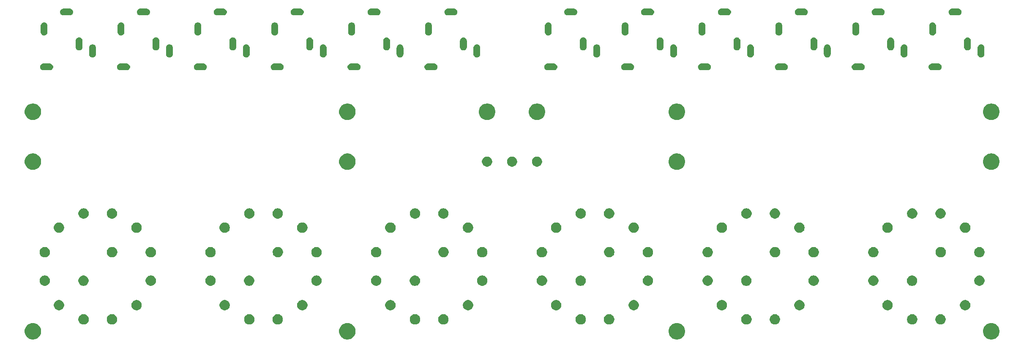
<source format=gbr>
G04 #@! TF.GenerationSoftware,KiCad,Pcbnew,5.0.2-bee76a0~70~ubuntu18.04.1*
G04 #@! TF.CreationDate,2020-05-25T20:10:50+02:00*
G04 #@! TF.ProjectId,AB-AudioMatrix-6x6,41422d41-7564-4696-9f4d-61747269782d,v3.4*
G04 #@! TF.SameCoordinates,Original*
G04 #@! TF.FileFunction,Soldermask,Top*
G04 #@! TF.FilePolarity,Negative*
%FSLAX46Y46*%
G04 Gerber Fmt 4.6, Leading zero omitted, Abs format (unit mm)*
G04 Created by KiCad (PCBNEW 5.0.2-bee76a0~70~ubuntu18.04.1) date Mo 25 Mai 2020 20:10:50 CEST*
%MOMM*%
%LPD*%
G01*
G04 APERTURE LIST*
%ADD10C,0.100000*%
G04 APERTURE END LIST*
D10*
G36*
X239375256Y-142391298D02*
X239481579Y-142412447D01*
X239782042Y-142536903D01*
X239786792Y-142540077D01*
X240052454Y-142717587D01*
X240282413Y-142947546D01*
X240463098Y-143217960D01*
X240587553Y-143518422D01*
X240651000Y-143837389D01*
X240651000Y-144162611D01*
X240587553Y-144481578D01*
X240463098Y-144782040D01*
X240282413Y-145052454D01*
X240052454Y-145282413D01*
X240052451Y-145282415D01*
X239782042Y-145463097D01*
X239481579Y-145587553D01*
X239375256Y-145608702D01*
X239162611Y-145651000D01*
X238837389Y-145651000D01*
X238624744Y-145608702D01*
X238518421Y-145587553D01*
X238217958Y-145463097D01*
X237947549Y-145282415D01*
X237947546Y-145282413D01*
X237717587Y-145052454D01*
X237536902Y-144782040D01*
X237412447Y-144481578D01*
X237349000Y-144162611D01*
X237349000Y-143837389D01*
X237412447Y-143518422D01*
X237536902Y-143217960D01*
X237717587Y-142947546D01*
X237947546Y-142717587D01*
X238213208Y-142540077D01*
X238217958Y-142536903D01*
X238518421Y-142412447D01*
X238624744Y-142391298D01*
X238837389Y-142349000D01*
X239162611Y-142349000D01*
X239375256Y-142391298D01*
X239375256Y-142391298D01*
G37*
G36*
X110375256Y-142391298D02*
X110481579Y-142412447D01*
X110782042Y-142536903D01*
X110786792Y-142540077D01*
X111052454Y-142717587D01*
X111282413Y-142947546D01*
X111463098Y-143217960D01*
X111587553Y-143518422D01*
X111651000Y-143837389D01*
X111651000Y-144162611D01*
X111587553Y-144481578D01*
X111463098Y-144782040D01*
X111282413Y-145052454D01*
X111052454Y-145282413D01*
X111052451Y-145282415D01*
X110782042Y-145463097D01*
X110481579Y-145587553D01*
X110375256Y-145608702D01*
X110162611Y-145651000D01*
X109837389Y-145651000D01*
X109624744Y-145608702D01*
X109518421Y-145587553D01*
X109217958Y-145463097D01*
X108947549Y-145282415D01*
X108947546Y-145282413D01*
X108717587Y-145052454D01*
X108536902Y-144782040D01*
X108412447Y-144481578D01*
X108349000Y-144162611D01*
X108349000Y-143837389D01*
X108412447Y-143518422D01*
X108536902Y-143217960D01*
X108717587Y-142947546D01*
X108947546Y-142717587D01*
X109213208Y-142540077D01*
X109217958Y-142536903D01*
X109518421Y-142412447D01*
X109624744Y-142391298D01*
X109837389Y-142349000D01*
X110162611Y-142349000D01*
X110375256Y-142391298D01*
X110375256Y-142391298D01*
G37*
G36*
X47375256Y-142391298D02*
X47481579Y-142412447D01*
X47782042Y-142536903D01*
X47786792Y-142540077D01*
X48052454Y-142717587D01*
X48282413Y-142947546D01*
X48463098Y-143217960D01*
X48587553Y-143518422D01*
X48651000Y-143837389D01*
X48651000Y-144162611D01*
X48587553Y-144481578D01*
X48463098Y-144782040D01*
X48282413Y-145052454D01*
X48052454Y-145282413D01*
X48052451Y-145282415D01*
X47782042Y-145463097D01*
X47481579Y-145587553D01*
X47375256Y-145608702D01*
X47162611Y-145651000D01*
X46837389Y-145651000D01*
X46624744Y-145608702D01*
X46518421Y-145587553D01*
X46217958Y-145463097D01*
X45947549Y-145282415D01*
X45947546Y-145282413D01*
X45717587Y-145052454D01*
X45536902Y-144782040D01*
X45412447Y-144481578D01*
X45349000Y-144162611D01*
X45349000Y-143837389D01*
X45412447Y-143518422D01*
X45536902Y-143217960D01*
X45717587Y-142947546D01*
X45947546Y-142717587D01*
X46213208Y-142540077D01*
X46217958Y-142536903D01*
X46518421Y-142412447D01*
X46624744Y-142391298D01*
X46837389Y-142349000D01*
X47162611Y-142349000D01*
X47375256Y-142391298D01*
X47375256Y-142391298D01*
G37*
G36*
X176375256Y-142391298D02*
X176481579Y-142412447D01*
X176782042Y-142536903D01*
X176786792Y-142540077D01*
X177052454Y-142717587D01*
X177282413Y-142947546D01*
X177463098Y-143217960D01*
X177587553Y-143518422D01*
X177651000Y-143837389D01*
X177651000Y-144162611D01*
X177587553Y-144481578D01*
X177463098Y-144782040D01*
X177282413Y-145052454D01*
X177052454Y-145282413D01*
X177052451Y-145282415D01*
X176782042Y-145463097D01*
X176481579Y-145587553D01*
X176375256Y-145608702D01*
X176162611Y-145651000D01*
X175837389Y-145651000D01*
X175624744Y-145608702D01*
X175518421Y-145587553D01*
X175217958Y-145463097D01*
X174947549Y-145282415D01*
X174947546Y-145282413D01*
X174717587Y-145052454D01*
X174536902Y-144782040D01*
X174412447Y-144481578D01*
X174349000Y-144162611D01*
X174349000Y-143837389D01*
X174412447Y-143518422D01*
X174536902Y-143217960D01*
X174717587Y-142947546D01*
X174947546Y-142717587D01*
X175213208Y-142540077D01*
X175217958Y-142536903D01*
X175518421Y-142412447D01*
X175624744Y-142391298D01*
X175837389Y-142349000D01*
X176162611Y-142349000D01*
X176375256Y-142391298D01*
X176375256Y-142391298D01*
G37*
G36*
X162748565Y-140615820D02*
X162938089Y-140694323D01*
X163108655Y-140808292D01*
X163253708Y-140953345D01*
X163367677Y-141123911D01*
X163446180Y-141313435D01*
X163486200Y-141514630D01*
X163486200Y-141719770D01*
X163446180Y-141920965D01*
X163367677Y-142110489D01*
X163253708Y-142281055D01*
X163108655Y-142426108D01*
X162938089Y-142540077D01*
X162748565Y-142618580D01*
X162547370Y-142658600D01*
X162342230Y-142658600D01*
X162141035Y-142618580D01*
X161951511Y-142540077D01*
X161780945Y-142426108D01*
X161635892Y-142281055D01*
X161521923Y-142110489D01*
X161443420Y-141920965D01*
X161403400Y-141719770D01*
X161403400Y-141514630D01*
X161443420Y-141313435D01*
X161521923Y-141123911D01*
X161635892Y-140953345D01*
X161780945Y-140808292D01*
X161951511Y-140694323D01*
X162141035Y-140615820D01*
X162342230Y-140575800D01*
X162547370Y-140575800D01*
X162748565Y-140615820D01*
X162748565Y-140615820D01*
G37*
G36*
X223458965Y-140615820D02*
X223648489Y-140694323D01*
X223819055Y-140808292D01*
X223964108Y-140953345D01*
X224078077Y-141123911D01*
X224156580Y-141313435D01*
X224196600Y-141514630D01*
X224196600Y-141719770D01*
X224156580Y-141920965D01*
X224078077Y-142110489D01*
X223964108Y-142281055D01*
X223819055Y-142426108D01*
X223648489Y-142540077D01*
X223458965Y-142618580D01*
X223257770Y-142658600D01*
X223052630Y-142658600D01*
X222851435Y-142618580D01*
X222661911Y-142540077D01*
X222491345Y-142426108D01*
X222346292Y-142281055D01*
X222232323Y-142110489D01*
X222153820Y-141920965D01*
X222113800Y-141719770D01*
X222113800Y-141514630D01*
X222153820Y-141313435D01*
X222232323Y-141123911D01*
X222346292Y-140953345D01*
X222491345Y-140808292D01*
X222661911Y-140694323D01*
X222851435Y-140615820D01*
X223052630Y-140575800D01*
X223257770Y-140575800D01*
X223458965Y-140615820D01*
X223458965Y-140615820D01*
G37*
G36*
X229148565Y-140615820D02*
X229338089Y-140694323D01*
X229508655Y-140808292D01*
X229653708Y-140953345D01*
X229767677Y-141123911D01*
X229846180Y-141313435D01*
X229886200Y-141514630D01*
X229886200Y-141719770D01*
X229846180Y-141920965D01*
X229767677Y-142110489D01*
X229653708Y-142281055D01*
X229508655Y-142426108D01*
X229338089Y-142540077D01*
X229148565Y-142618580D01*
X228947370Y-142658600D01*
X228742230Y-142658600D01*
X228541035Y-142618580D01*
X228351511Y-142540077D01*
X228180945Y-142426108D01*
X228035892Y-142281055D01*
X227921923Y-142110489D01*
X227843420Y-141920965D01*
X227803400Y-141719770D01*
X227803400Y-141514630D01*
X227843420Y-141313435D01*
X227921923Y-141123911D01*
X228035892Y-140953345D01*
X228180945Y-140808292D01*
X228351511Y-140694323D01*
X228541035Y-140615820D01*
X228742230Y-140575800D01*
X228947370Y-140575800D01*
X229148565Y-140615820D01*
X229148565Y-140615820D01*
G37*
G36*
X195948565Y-140615820D02*
X196138089Y-140694323D01*
X196308655Y-140808292D01*
X196453708Y-140953345D01*
X196567677Y-141123911D01*
X196646180Y-141313435D01*
X196686200Y-141514630D01*
X196686200Y-141719770D01*
X196646180Y-141920965D01*
X196567677Y-142110489D01*
X196453708Y-142281055D01*
X196308655Y-142426108D01*
X196138089Y-142540077D01*
X195948565Y-142618580D01*
X195747370Y-142658600D01*
X195542230Y-142658600D01*
X195341035Y-142618580D01*
X195151511Y-142540077D01*
X194980945Y-142426108D01*
X194835892Y-142281055D01*
X194721923Y-142110489D01*
X194643420Y-141920965D01*
X194603400Y-141719770D01*
X194603400Y-141514630D01*
X194643420Y-141313435D01*
X194721923Y-141123911D01*
X194835892Y-140953345D01*
X194980945Y-140808292D01*
X195151511Y-140694323D01*
X195341035Y-140615820D01*
X195542230Y-140575800D01*
X195747370Y-140575800D01*
X195948565Y-140615820D01*
X195948565Y-140615820D01*
G37*
G36*
X157058965Y-140615820D02*
X157248489Y-140694323D01*
X157419055Y-140808292D01*
X157564108Y-140953345D01*
X157678077Y-141123911D01*
X157756580Y-141313435D01*
X157796600Y-141514630D01*
X157796600Y-141719770D01*
X157756580Y-141920965D01*
X157678077Y-142110489D01*
X157564108Y-142281055D01*
X157419055Y-142426108D01*
X157248489Y-142540077D01*
X157058965Y-142618580D01*
X156857770Y-142658600D01*
X156652630Y-142658600D01*
X156451435Y-142618580D01*
X156261911Y-142540077D01*
X156091345Y-142426108D01*
X155946292Y-142281055D01*
X155832323Y-142110489D01*
X155753820Y-141920965D01*
X155713800Y-141719770D01*
X155713800Y-141514630D01*
X155753820Y-141313435D01*
X155832323Y-141123911D01*
X155946292Y-140953345D01*
X156091345Y-140808292D01*
X156261911Y-140694323D01*
X156451435Y-140615820D01*
X156652630Y-140575800D01*
X156857770Y-140575800D01*
X157058965Y-140615820D01*
X157058965Y-140615820D01*
G37*
G36*
X123858965Y-140615820D02*
X124048489Y-140694323D01*
X124219055Y-140808292D01*
X124364108Y-140953345D01*
X124478077Y-141123911D01*
X124556580Y-141313435D01*
X124596600Y-141514630D01*
X124596600Y-141719770D01*
X124556580Y-141920965D01*
X124478077Y-142110489D01*
X124364108Y-142281055D01*
X124219055Y-142426108D01*
X124048489Y-142540077D01*
X123858965Y-142618580D01*
X123657770Y-142658600D01*
X123452630Y-142658600D01*
X123251435Y-142618580D01*
X123061911Y-142540077D01*
X122891345Y-142426108D01*
X122746292Y-142281055D01*
X122632323Y-142110489D01*
X122553820Y-141920965D01*
X122513800Y-141719770D01*
X122513800Y-141514630D01*
X122553820Y-141313435D01*
X122632323Y-141123911D01*
X122746292Y-140953345D01*
X122891345Y-140808292D01*
X123061911Y-140694323D01*
X123251435Y-140615820D01*
X123452630Y-140575800D01*
X123657770Y-140575800D01*
X123858965Y-140615820D01*
X123858965Y-140615820D01*
G37*
G36*
X129548565Y-140615820D02*
X129738089Y-140694323D01*
X129908655Y-140808292D01*
X130053708Y-140953345D01*
X130167677Y-141123911D01*
X130246180Y-141313435D01*
X130286200Y-141514630D01*
X130286200Y-141719770D01*
X130246180Y-141920965D01*
X130167677Y-142110489D01*
X130053708Y-142281055D01*
X129908655Y-142426108D01*
X129738089Y-142540077D01*
X129548565Y-142618580D01*
X129347370Y-142658600D01*
X129142230Y-142658600D01*
X128941035Y-142618580D01*
X128751511Y-142540077D01*
X128580945Y-142426108D01*
X128435892Y-142281055D01*
X128321923Y-142110489D01*
X128243420Y-141920965D01*
X128203400Y-141719770D01*
X128203400Y-141514630D01*
X128243420Y-141313435D01*
X128321923Y-141123911D01*
X128435892Y-140953345D01*
X128580945Y-140808292D01*
X128751511Y-140694323D01*
X128941035Y-140615820D01*
X129142230Y-140575800D01*
X129347370Y-140575800D01*
X129548565Y-140615820D01*
X129548565Y-140615820D01*
G37*
G36*
X90658965Y-140615820D02*
X90848489Y-140694323D01*
X91019055Y-140808292D01*
X91164108Y-140953345D01*
X91278077Y-141123911D01*
X91356580Y-141313435D01*
X91396600Y-141514630D01*
X91396600Y-141719770D01*
X91356580Y-141920965D01*
X91278077Y-142110489D01*
X91164108Y-142281055D01*
X91019055Y-142426108D01*
X90848489Y-142540077D01*
X90658965Y-142618580D01*
X90457770Y-142658600D01*
X90252630Y-142658600D01*
X90051435Y-142618580D01*
X89861911Y-142540077D01*
X89691345Y-142426108D01*
X89546292Y-142281055D01*
X89432323Y-142110489D01*
X89353820Y-141920965D01*
X89313800Y-141719770D01*
X89313800Y-141514630D01*
X89353820Y-141313435D01*
X89432323Y-141123911D01*
X89546292Y-140953345D01*
X89691345Y-140808292D01*
X89861911Y-140694323D01*
X90051435Y-140615820D01*
X90252630Y-140575800D01*
X90457770Y-140575800D01*
X90658965Y-140615820D01*
X90658965Y-140615820D01*
G37*
G36*
X96348565Y-140615820D02*
X96538089Y-140694323D01*
X96708655Y-140808292D01*
X96853708Y-140953345D01*
X96967677Y-141123911D01*
X97046180Y-141313435D01*
X97086200Y-141514630D01*
X97086200Y-141719770D01*
X97046180Y-141920965D01*
X96967677Y-142110489D01*
X96853708Y-142281055D01*
X96708655Y-142426108D01*
X96538089Y-142540077D01*
X96348565Y-142618580D01*
X96147370Y-142658600D01*
X95942230Y-142658600D01*
X95741035Y-142618580D01*
X95551511Y-142540077D01*
X95380945Y-142426108D01*
X95235892Y-142281055D01*
X95121923Y-142110489D01*
X95043420Y-141920965D01*
X95003400Y-141719770D01*
X95003400Y-141514630D01*
X95043420Y-141313435D01*
X95121923Y-141123911D01*
X95235892Y-140953345D01*
X95380945Y-140808292D01*
X95551511Y-140694323D01*
X95741035Y-140615820D01*
X95942230Y-140575800D01*
X96147370Y-140575800D01*
X96348565Y-140615820D01*
X96348565Y-140615820D01*
G37*
G36*
X57458965Y-140615820D02*
X57648489Y-140694323D01*
X57819055Y-140808292D01*
X57964108Y-140953345D01*
X58078077Y-141123911D01*
X58156580Y-141313435D01*
X58196600Y-141514630D01*
X58196600Y-141719770D01*
X58156580Y-141920965D01*
X58078077Y-142110489D01*
X57964108Y-142281055D01*
X57819055Y-142426108D01*
X57648489Y-142540077D01*
X57458965Y-142618580D01*
X57257770Y-142658600D01*
X57052630Y-142658600D01*
X56851435Y-142618580D01*
X56661911Y-142540077D01*
X56491345Y-142426108D01*
X56346292Y-142281055D01*
X56232323Y-142110489D01*
X56153820Y-141920965D01*
X56113800Y-141719770D01*
X56113800Y-141514630D01*
X56153820Y-141313435D01*
X56232323Y-141123911D01*
X56346292Y-140953345D01*
X56491345Y-140808292D01*
X56661911Y-140694323D01*
X56851435Y-140615820D01*
X57052630Y-140575800D01*
X57257770Y-140575800D01*
X57458965Y-140615820D01*
X57458965Y-140615820D01*
G37*
G36*
X190258965Y-140615820D02*
X190448489Y-140694323D01*
X190619055Y-140808292D01*
X190764108Y-140953345D01*
X190878077Y-141123911D01*
X190956580Y-141313435D01*
X190996600Y-141514630D01*
X190996600Y-141719770D01*
X190956580Y-141920965D01*
X190878077Y-142110489D01*
X190764108Y-142281055D01*
X190619055Y-142426108D01*
X190448489Y-142540077D01*
X190258965Y-142618580D01*
X190057770Y-142658600D01*
X189852630Y-142658600D01*
X189651435Y-142618580D01*
X189461911Y-142540077D01*
X189291345Y-142426108D01*
X189146292Y-142281055D01*
X189032323Y-142110489D01*
X188953820Y-141920965D01*
X188913800Y-141719770D01*
X188913800Y-141514630D01*
X188953820Y-141313435D01*
X189032323Y-141123911D01*
X189146292Y-140953345D01*
X189291345Y-140808292D01*
X189461911Y-140694323D01*
X189651435Y-140615820D01*
X189852630Y-140575800D01*
X190057770Y-140575800D01*
X190258965Y-140615820D01*
X190258965Y-140615820D01*
G37*
G36*
X63148565Y-140615820D02*
X63338089Y-140694323D01*
X63508655Y-140808292D01*
X63653708Y-140953345D01*
X63767677Y-141123911D01*
X63846180Y-141313435D01*
X63886200Y-141514630D01*
X63886200Y-141719770D01*
X63846180Y-141920965D01*
X63767677Y-142110489D01*
X63653708Y-142281055D01*
X63508655Y-142426108D01*
X63338089Y-142540077D01*
X63148565Y-142618580D01*
X62947370Y-142658600D01*
X62742230Y-142658600D01*
X62541035Y-142618580D01*
X62351511Y-142540077D01*
X62180945Y-142426108D01*
X62035892Y-142281055D01*
X61921923Y-142110489D01*
X61843420Y-141920965D01*
X61803400Y-141719770D01*
X61803400Y-141514630D01*
X61843420Y-141313435D01*
X61921923Y-141123911D01*
X62035892Y-140953345D01*
X62180945Y-140808292D01*
X62351511Y-140694323D01*
X62541035Y-140615820D01*
X62742230Y-140575800D01*
X62947370Y-140575800D01*
X63148565Y-140615820D01*
X63148565Y-140615820D01*
G37*
G36*
X152131365Y-137771020D02*
X152320889Y-137849523D01*
X152491455Y-137963492D01*
X152636508Y-138108545D01*
X152750477Y-138279111D01*
X152828980Y-138468635D01*
X152869000Y-138669830D01*
X152869000Y-138874970D01*
X152828980Y-139076165D01*
X152750477Y-139265689D01*
X152636508Y-139436255D01*
X152491455Y-139581308D01*
X152320889Y-139695277D01*
X152131365Y-139773780D01*
X151930170Y-139813800D01*
X151725030Y-139813800D01*
X151523835Y-139773780D01*
X151334311Y-139695277D01*
X151163745Y-139581308D01*
X151018692Y-139436255D01*
X150904723Y-139265689D01*
X150826220Y-139076165D01*
X150786200Y-138874970D01*
X150786200Y-138669830D01*
X150826220Y-138468635D01*
X150904723Y-138279111D01*
X151018692Y-138108545D01*
X151163745Y-137963492D01*
X151334311Y-137849523D01*
X151523835Y-137771020D01*
X151725030Y-137731000D01*
X151930170Y-137731000D01*
X152131365Y-137771020D01*
X152131365Y-137771020D01*
G37*
G36*
X52531365Y-137771020D02*
X52720889Y-137849523D01*
X52891455Y-137963492D01*
X53036508Y-138108545D01*
X53150477Y-138279111D01*
X53228980Y-138468635D01*
X53269000Y-138669830D01*
X53269000Y-138874970D01*
X53228980Y-139076165D01*
X53150477Y-139265689D01*
X53036508Y-139436255D01*
X52891455Y-139581308D01*
X52720889Y-139695277D01*
X52531365Y-139773780D01*
X52330170Y-139813800D01*
X52125030Y-139813800D01*
X51923835Y-139773780D01*
X51734311Y-139695277D01*
X51563745Y-139581308D01*
X51418692Y-139436255D01*
X51304723Y-139265689D01*
X51226220Y-139076165D01*
X51186200Y-138874970D01*
X51186200Y-138669830D01*
X51226220Y-138468635D01*
X51304723Y-138279111D01*
X51418692Y-138108545D01*
X51563745Y-137963492D01*
X51734311Y-137849523D01*
X51923835Y-137771020D01*
X52125030Y-137731000D01*
X52330170Y-137731000D01*
X52531365Y-137771020D01*
X52531365Y-137771020D01*
G37*
G36*
X68076165Y-137771020D02*
X68265689Y-137849523D01*
X68436255Y-137963492D01*
X68581308Y-138108545D01*
X68695277Y-138279111D01*
X68773780Y-138468635D01*
X68813800Y-138669830D01*
X68813800Y-138874970D01*
X68773780Y-139076165D01*
X68695277Y-139265689D01*
X68581308Y-139436255D01*
X68436255Y-139581308D01*
X68265689Y-139695277D01*
X68076165Y-139773780D01*
X67874970Y-139813800D01*
X67669830Y-139813800D01*
X67468635Y-139773780D01*
X67279111Y-139695277D01*
X67108545Y-139581308D01*
X66963492Y-139436255D01*
X66849523Y-139265689D01*
X66771020Y-139076165D01*
X66731000Y-138874970D01*
X66731000Y-138669830D01*
X66771020Y-138468635D01*
X66849523Y-138279111D01*
X66963492Y-138108545D01*
X67108545Y-137963492D01*
X67279111Y-137849523D01*
X67468635Y-137771020D01*
X67669830Y-137731000D01*
X67874970Y-137731000D01*
X68076165Y-137771020D01*
X68076165Y-137771020D01*
G37*
G36*
X85731365Y-137771020D02*
X85920889Y-137849523D01*
X86091455Y-137963492D01*
X86236508Y-138108545D01*
X86350477Y-138279111D01*
X86428980Y-138468635D01*
X86469000Y-138669830D01*
X86469000Y-138874970D01*
X86428980Y-139076165D01*
X86350477Y-139265689D01*
X86236508Y-139436255D01*
X86091455Y-139581308D01*
X85920889Y-139695277D01*
X85731365Y-139773780D01*
X85530170Y-139813800D01*
X85325030Y-139813800D01*
X85123835Y-139773780D01*
X84934311Y-139695277D01*
X84763745Y-139581308D01*
X84618692Y-139436255D01*
X84504723Y-139265689D01*
X84426220Y-139076165D01*
X84386200Y-138874970D01*
X84386200Y-138669830D01*
X84426220Y-138468635D01*
X84504723Y-138279111D01*
X84618692Y-138108545D01*
X84763745Y-137963492D01*
X84934311Y-137849523D01*
X85123835Y-137771020D01*
X85325030Y-137731000D01*
X85530170Y-137731000D01*
X85731365Y-137771020D01*
X85731365Y-137771020D01*
G37*
G36*
X134476165Y-137771020D02*
X134665689Y-137849523D01*
X134836255Y-137963492D01*
X134981308Y-138108545D01*
X135095277Y-138279111D01*
X135173780Y-138468635D01*
X135213800Y-138669830D01*
X135213800Y-138874970D01*
X135173780Y-139076165D01*
X135095277Y-139265689D01*
X134981308Y-139436255D01*
X134836255Y-139581308D01*
X134665689Y-139695277D01*
X134476165Y-139773780D01*
X134274970Y-139813800D01*
X134069830Y-139813800D01*
X133868635Y-139773780D01*
X133679111Y-139695277D01*
X133508545Y-139581308D01*
X133363492Y-139436255D01*
X133249523Y-139265689D01*
X133171020Y-139076165D01*
X133131000Y-138874970D01*
X133131000Y-138669830D01*
X133171020Y-138468635D01*
X133249523Y-138279111D01*
X133363492Y-138108545D01*
X133508545Y-137963492D01*
X133679111Y-137849523D01*
X133868635Y-137771020D01*
X134069830Y-137731000D01*
X134274970Y-137731000D01*
X134476165Y-137771020D01*
X134476165Y-137771020D01*
G37*
G36*
X118931365Y-137771020D02*
X119120889Y-137849523D01*
X119291455Y-137963492D01*
X119436508Y-138108545D01*
X119550477Y-138279111D01*
X119628980Y-138468635D01*
X119669000Y-138669830D01*
X119669000Y-138874970D01*
X119628980Y-139076165D01*
X119550477Y-139265689D01*
X119436508Y-139436255D01*
X119291455Y-139581308D01*
X119120889Y-139695277D01*
X118931365Y-139773780D01*
X118730170Y-139813800D01*
X118525030Y-139813800D01*
X118323835Y-139773780D01*
X118134311Y-139695277D01*
X117963745Y-139581308D01*
X117818692Y-139436255D01*
X117704723Y-139265689D01*
X117626220Y-139076165D01*
X117586200Y-138874970D01*
X117586200Y-138669830D01*
X117626220Y-138468635D01*
X117704723Y-138279111D01*
X117818692Y-138108545D01*
X117963745Y-137963492D01*
X118134311Y-137849523D01*
X118323835Y-137771020D01*
X118525030Y-137731000D01*
X118730170Y-137731000D01*
X118931365Y-137771020D01*
X118931365Y-137771020D01*
G37*
G36*
X101276165Y-137771020D02*
X101465689Y-137849523D01*
X101636255Y-137963492D01*
X101781308Y-138108545D01*
X101895277Y-138279111D01*
X101973780Y-138468635D01*
X102013800Y-138669830D01*
X102013800Y-138874970D01*
X101973780Y-139076165D01*
X101895277Y-139265689D01*
X101781308Y-139436255D01*
X101636255Y-139581308D01*
X101465689Y-139695277D01*
X101276165Y-139773780D01*
X101074970Y-139813800D01*
X100869830Y-139813800D01*
X100668635Y-139773780D01*
X100479111Y-139695277D01*
X100308545Y-139581308D01*
X100163492Y-139436255D01*
X100049523Y-139265689D01*
X99971020Y-139076165D01*
X99931000Y-138874970D01*
X99931000Y-138669830D01*
X99971020Y-138468635D01*
X100049523Y-138279111D01*
X100163492Y-138108545D01*
X100308545Y-137963492D01*
X100479111Y-137849523D01*
X100668635Y-137771020D01*
X100869830Y-137731000D01*
X101074970Y-137731000D01*
X101276165Y-137771020D01*
X101276165Y-137771020D01*
G37*
G36*
X218531365Y-137771020D02*
X218720889Y-137849523D01*
X218891455Y-137963492D01*
X219036508Y-138108545D01*
X219150477Y-138279111D01*
X219228980Y-138468635D01*
X219269000Y-138669830D01*
X219269000Y-138874970D01*
X219228980Y-139076165D01*
X219150477Y-139265689D01*
X219036508Y-139436255D01*
X218891455Y-139581308D01*
X218720889Y-139695277D01*
X218531365Y-139773780D01*
X218330170Y-139813800D01*
X218125030Y-139813800D01*
X217923835Y-139773780D01*
X217734311Y-139695277D01*
X217563745Y-139581308D01*
X217418692Y-139436255D01*
X217304723Y-139265689D01*
X217226220Y-139076165D01*
X217186200Y-138874970D01*
X217186200Y-138669830D01*
X217226220Y-138468635D01*
X217304723Y-138279111D01*
X217418692Y-138108545D01*
X217563745Y-137963492D01*
X217734311Y-137849523D01*
X217923835Y-137771020D01*
X218125030Y-137731000D01*
X218330170Y-137731000D01*
X218531365Y-137771020D01*
X218531365Y-137771020D01*
G37*
G36*
X200876165Y-137771020D02*
X201065689Y-137849523D01*
X201236255Y-137963492D01*
X201381308Y-138108545D01*
X201495277Y-138279111D01*
X201573780Y-138468635D01*
X201613800Y-138669830D01*
X201613800Y-138874970D01*
X201573780Y-139076165D01*
X201495277Y-139265689D01*
X201381308Y-139436255D01*
X201236255Y-139581308D01*
X201065689Y-139695277D01*
X200876165Y-139773780D01*
X200674970Y-139813800D01*
X200469830Y-139813800D01*
X200268635Y-139773780D01*
X200079111Y-139695277D01*
X199908545Y-139581308D01*
X199763492Y-139436255D01*
X199649523Y-139265689D01*
X199571020Y-139076165D01*
X199531000Y-138874970D01*
X199531000Y-138669830D01*
X199571020Y-138468635D01*
X199649523Y-138279111D01*
X199763492Y-138108545D01*
X199908545Y-137963492D01*
X200079111Y-137849523D01*
X200268635Y-137771020D01*
X200469830Y-137731000D01*
X200674970Y-137731000D01*
X200876165Y-137771020D01*
X200876165Y-137771020D01*
G37*
G36*
X185331365Y-137771020D02*
X185520889Y-137849523D01*
X185691455Y-137963492D01*
X185836508Y-138108545D01*
X185950477Y-138279111D01*
X186028980Y-138468635D01*
X186069000Y-138669830D01*
X186069000Y-138874970D01*
X186028980Y-139076165D01*
X185950477Y-139265689D01*
X185836508Y-139436255D01*
X185691455Y-139581308D01*
X185520889Y-139695277D01*
X185331365Y-139773780D01*
X185130170Y-139813800D01*
X184925030Y-139813800D01*
X184723835Y-139773780D01*
X184534311Y-139695277D01*
X184363745Y-139581308D01*
X184218692Y-139436255D01*
X184104723Y-139265689D01*
X184026220Y-139076165D01*
X183986200Y-138874970D01*
X183986200Y-138669830D01*
X184026220Y-138468635D01*
X184104723Y-138279111D01*
X184218692Y-138108545D01*
X184363745Y-137963492D01*
X184534311Y-137849523D01*
X184723835Y-137771020D01*
X184925030Y-137731000D01*
X185130170Y-137731000D01*
X185331365Y-137771020D01*
X185331365Y-137771020D01*
G37*
G36*
X234076165Y-137771020D02*
X234265689Y-137849523D01*
X234436255Y-137963492D01*
X234581308Y-138108545D01*
X234695277Y-138279111D01*
X234773780Y-138468635D01*
X234813800Y-138669830D01*
X234813800Y-138874970D01*
X234773780Y-139076165D01*
X234695277Y-139265689D01*
X234581308Y-139436255D01*
X234436255Y-139581308D01*
X234265689Y-139695277D01*
X234076165Y-139773780D01*
X233874970Y-139813800D01*
X233669830Y-139813800D01*
X233468635Y-139773780D01*
X233279111Y-139695277D01*
X233108545Y-139581308D01*
X232963492Y-139436255D01*
X232849523Y-139265689D01*
X232771020Y-139076165D01*
X232731000Y-138874970D01*
X232731000Y-138669830D01*
X232771020Y-138468635D01*
X232849523Y-138279111D01*
X232963492Y-138108545D01*
X233108545Y-137963492D01*
X233279111Y-137849523D01*
X233468635Y-137771020D01*
X233669830Y-137731000D01*
X233874970Y-137731000D01*
X234076165Y-137771020D01*
X234076165Y-137771020D01*
G37*
G36*
X167676165Y-137771020D02*
X167865689Y-137849523D01*
X168036255Y-137963492D01*
X168181308Y-138108545D01*
X168295277Y-138279111D01*
X168373780Y-138468635D01*
X168413800Y-138669830D01*
X168413800Y-138874970D01*
X168373780Y-139076165D01*
X168295277Y-139265689D01*
X168181308Y-139436255D01*
X168036255Y-139581308D01*
X167865689Y-139695277D01*
X167676165Y-139773780D01*
X167474970Y-139813800D01*
X167269830Y-139813800D01*
X167068635Y-139773780D01*
X166879111Y-139695277D01*
X166708545Y-139581308D01*
X166563492Y-139436255D01*
X166449523Y-139265689D01*
X166371020Y-139076165D01*
X166331000Y-138874970D01*
X166331000Y-138669830D01*
X166371020Y-138468635D01*
X166449523Y-138279111D01*
X166563492Y-138108545D01*
X166708545Y-137963492D01*
X166879111Y-137849523D01*
X167068635Y-137771020D01*
X167269830Y-137731000D01*
X167474970Y-137731000D01*
X167676165Y-137771020D01*
X167676165Y-137771020D01*
G37*
G36*
X57433565Y-132868820D02*
X57623089Y-132947323D01*
X57793655Y-133061292D01*
X57938708Y-133206345D01*
X58052677Y-133376911D01*
X58131180Y-133566435D01*
X58171200Y-133767630D01*
X58171200Y-133972770D01*
X58131180Y-134173965D01*
X58052677Y-134363489D01*
X57938708Y-134534055D01*
X57793655Y-134679108D01*
X57623089Y-134793077D01*
X57433565Y-134871580D01*
X57232370Y-134911600D01*
X57027230Y-134911600D01*
X56826035Y-134871580D01*
X56636511Y-134793077D01*
X56465945Y-134679108D01*
X56320892Y-134534055D01*
X56206923Y-134363489D01*
X56128420Y-134173965D01*
X56088400Y-133972770D01*
X56088400Y-133767630D01*
X56128420Y-133566435D01*
X56206923Y-133376911D01*
X56320892Y-133206345D01*
X56465945Y-133061292D01*
X56636511Y-132947323D01*
X56826035Y-132868820D01*
X57027230Y-132828800D01*
X57232370Y-132828800D01*
X57433565Y-132868820D01*
X57433565Y-132868820D01*
G37*
G36*
X223433565Y-132868820D02*
X223623089Y-132947323D01*
X223793655Y-133061292D01*
X223938708Y-133206345D01*
X224052677Y-133376911D01*
X224131180Y-133566435D01*
X224171200Y-133767630D01*
X224171200Y-133972770D01*
X224131180Y-134173965D01*
X224052677Y-134363489D01*
X223938708Y-134534055D01*
X223793655Y-134679108D01*
X223623089Y-134793077D01*
X223433565Y-134871580D01*
X223232370Y-134911600D01*
X223027230Y-134911600D01*
X222826035Y-134871580D01*
X222636511Y-134793077D01*
X222465945Y-134679108D01*
X222320892Y-134534055D01*
X222206923Y-134363489D01*
X222128420Y-134173965D01*
X222088400Y-133972770D01*
X222088400Y-133767630D01*
X222128420Y-133566435D01*
X222206923Y-133376911D01*
X222320892Y-133206345D01*
X222465945Y-133061292D01*
X222636511Y-132947323D01*
X222826035Y-132868820D01*
X223027230Y-132828800D01*
X223232370Y-132828800D01*
X223433565Y-132868820D01*
X223433565Y-132868820D01*
G37*
G36*
X123833565Y-132868820D02*
X124023089Y-132947323D01*
X124193655Y-133061292D01*
X124338708Y-133206345D01*
X124452677Y-133376911D01*
X124531180Y-133566435D01*
X124571200Y-133767630D01*
X124571200Y-133972770D01*
X124531180Y-134173965D01*
X124452677Y-134363489D01*
X124338708Y-134534055D01*
X124193655Y-134679108D01*
X124023089Y-134793077D01*
X123833565Y-134871580D01*
X123632370Y-134911600D01*
X123427230Y-134911600D01*
X123226035Y-134871580D01*
X123036511Y-134793077D01*
X122865945Y-134679108D01*
X122720892Y-134534055D01*
X122606923Y-134363489D01*
X122528420Y-134173965D01*
X122488400Y-133972770D01*
X122488400Y-133767630D01*
X122528420Y-133566435D01*
X122606923Y-133376911D01*
X122720892Y-133206345D01*
X122865945Y-133061292D01*
X123036511Y-132947323D01*
X123226035Y-132868820D01*
X123427230Y-132828800D01*
X123632370Y-132828800D01*
X123833565Y-132868820D01*
X123833565Y-132868820D01*
G37*
G36*
X157033565Y-132868820D02*
X157223089Y-132947323D01*
X157393655Y-133061292D01*
X157538708Y-133206345D01*
X157652677Y-133376911D01*
X157731180Y-133566435D01*
X157771200Y-133767630D01*
X157771200Y-133972770D01*
X157731180Y-134173965D01*
X157652677Y-134363489D01*
X157538708Y-134534055D01*
X157393655Y-134679108D01*
X157223089Y-134793077D01*
X157033565Y-134871580D01*
X156832370Y-134911600D01*
X156627230Y-134911600D01*
X156426035Y-134871580D01*
X156236511Y-134793077D01*
X156065945Y-134679108D01*
X155920892Y-134534055D01*
X155806923Y-134363489D01*
X155728420Y-134173965D01*
X155688400Y-133972770D01*
X155688400Y-133767630D01*
X155728420Y-133566435D01*
X155806923Y-133376911D01*
X155920892Y-133206345D01*
X156065945Y-133061292D01*
X156236511Y-132947323D01*
X156426035Y-132868820D01*
X156627230Y-132828800D01*
X156832370Y-132828800D01*
X157033565Y-132868820D01*
X157033565Y-132868820D01*
G37*
G36*
X190233565Y-132868820D02*
X190423089Y-132947323D01*
X190593655Y-133061292D01*
X190738708Y-133206345D01*
X190852677Y-133376911D01*
X190931180Y-133566435D01*
X190971200Y-133767630D01*
X190971200Y-133972770D01*
X190931180Y-134173965D01*
X190852677Y-134363489D01*
X190738708Y-134534055D01*
X190593655Y-134679108D01*
X190423089Y-134793077D01*
X190233565Y-134871580D01*
X190032370Y-134911600D01*
X189827230Y-134911600D01*
X189626035Y-134871580D01*
X189436511Y-134793077D01*
X189265945Y-134679108D01*
X189120892Y-134534055D01*
X189006923Y-134363489D01*
X188928420Y-134173965D01*
X188888400Y-133972770D01*
X188888400Y-133767630D01*
X188928420Y-133566435D01*
X189006923Y-133376911D01*
X189120892Y-133206345D01*
X189265945Y-133061292D01*
X189436511Y-132947323D01*
X189626035Y-132868820D01*
X189827230Y-132828800D01*
X190032370Y-132828800D01*
X190233565Y-132868820D01*
X190233565Y-132868820D01*
G37*
G36*
X90633565Y-132868820D02*
X90823089Y-132947323D01*
X90993655Y-133061292D01*
X91138708Y-133206345D01*
X91252677Y-133376911D01*
X91331180Y-133566435D01*
X91371200Y-133767630D01*
X91371200Y-133972770D01*
X91331180Y-134173965D01*
X91252677Y-134363489D01*
X91138708Y-134534055D01*
X90993655Y-134679108D01*
X90823089Y-134793077D01*
X90633565Y-134871580D01*
X90432370Y-134911600D01*
X90227230Y-134911600D01*
X90026035Y-134871580D01*
X89836511Y-134793077D01*
X89665945Y-134679108D01*
X89520892Y-134534055D01*
X89406923Y-134363489D01*
X89328420Y-134173965D01*
X89288400Y-133972770D01*
X89288400Y-133767630D01*
X89328420Y-133566435D01*
X89406923Y-133376911D01*
X89520892Y-133206345D01*
X89665945Y-133061292D01*
X89836511Y-132947323D01*
X90026035Y-132868820D01*
X90227230Y-132828800D01*
X90432370Y-132828800D01*
X90633565Y-132868820D01*
X90633565Y-132868820D01*
G37*
G36*
X149286565Y-132843420D02*
X149476089Y-132921923D01*
X149646655Y-133035892D01*
X149791708Y-133180945D01*
X149905677Y-133351511D01*
X149984180Y-133541035D01*
X150024200Y-133742230D01*
X150024200Y-133947370D01*
X149984180Y-134148565D01*
X149905677Y-134338089D01*
X149791708Y-134508655D01*
X149646655Y-134653708D01*
X149476089Y-134767677D01*
X149286565Y-134846180D01*
X149085370Y-134886200D01*
X148880230Y-134886200D01*
X148679035Y-134846180D01*
X148489511Y-134767677D01*
X148318945Y-134653708D01*
X148173892Y-134508655D01*
X148059923Y-134338089D01*
X147981420Y-134148565D01*
X147941400Y-133947370D01*
X147941400Y-133742230D01*
X147981420Y-133541035D01*
X148059923Y-133351511D01*
X148173892Y-133180945D01*
X148318945Y-133035892D01*
X148489511Y-132921923D01*
X148679035Y-132843420D01*
X148880230Y-132803400D01*
X149085370Y-132803400D01*
X149286565Y-132843420D01*
X149286565Y-132843420D01*
G37*
G36*
X116086565Y-132843420D02*
X116276089Y-132921923D01*
X116446655Y-133035892D01*
X116591708Y-133180945D01*
X116705677Y-133351511D01*
X116784180Y-133541035D01*
X116824200Y-133742230D01*
X116824200Y-133947370D01*
X116784180Y-134148565D01*
X116705677Y-134338089D01*
X116591708Y-134508655D01*
X116446655Y-134653708D01*
X116276089Y-134767677D01*
X116086565Y-134846180D01*
X115885370Y-134886200D01*
X115680230Y-134886200D01*
X115479035Y-134846180D01*
X115289511Y-134767677D01*
X115118945Y-134653708D01*
X114973892Y-134508655D01*
X114859923Y-134338089D01*
X114781420Y-134148565D01*
X114741400Y-133947370D01*
X114741400Y-133742230D01*
X114781420Y-133541035D01*
X114859923Y-133351511D01*
X114973892Y-133180945D01*
X115118945Y-133035892D01*
X115289511Y-132921923D01*
X115479035Y-132843420D01*
X115680230Y-132803400D01*
X115885370Y-132803400D01*
X116086565Y-132843420D01*
X116086565Y-132843420D01*
G37*
G36*
X137320965Y-132843420D02*
X137510489Y-132921923D01*
X137681055Y-133035892D01*
X137826108Y-133180945D01*
X137940077Y-133351511D01*
X138018580Y-133541035D01*
X138058600Y-133742230D01*
X138058600Y-133947370D01*
X138018580Y-134148565D01*
X137940077Y-134338089D01*
X137826108Y-134508655D01*
X137681055Y-134653708D01*
X137510489Y-134767677D01*
X137320965Y-134846180D01*
X137119770Y-134886200D01*
X136914630Y-134886200D01*
X136713435Y-134846180D01*
X136523911Y-134767677D01*
X136353345Y-134653708D01*
X136208292Y-134508655D01*
X136094323Y-134338089D01*
X136015820Y-134148565D01*
X135975800Y-133947370D01*
X135975800Y-133742230D01*
X136015820Y-133541035D01*
X136094323Y-133351511D01*
X136208292Y-133180945D01*
X136353345Y-133035892D01*
X136523911Y-132921923D01*
X136713435Y-132843420D01*
X136914630Y-132803400D01*
X137119770Y-132803400D01*
X137320965Y-132843420D01*
X137320965Y-132843420D01*
G37*
G36*
X104120965Y-132843420D02*
X104310489Y-132921923D01*
X104481055Y-133035892D01*
X104626108Y-133180945D01*
X104740077Y-133351511D01*
X104818580Y-133541035D01*
X104858600Y-133742230D01*
X104858600Y-133947370D01*
X104818580Y-134148565D01*
X104740077Y-134338089D01*
X104626108Y-134508655D01*
X104481055Y-134653708D01*
X104310489Y-134767677D01*
X104120965Y-134846180D01*
X103919770Y-134886200D01*
X103714630Y-134886200D01*
X103513435Y-134846180D01*
X103323911Y-134767677D01*
X103153345Y-134653708D01*
X103008292Y-134508655D01*
X102894323Y-134338089D01*
X102815820Y-134148565D01*
X102775800Y-133947370D01*
X102775800Y-133742230D01*
X102815820Y-133541035D01*
X102894323Y-133351511D01*
X103008292Y-133180945D01*
X103153345Y-133035892D01*
X103323911Y-132921923D01*
X103513435Y-132843420D01*
X103714630Y-132803400D01*
X103919770Y-132803400D01*
X104120965Y-132843420D01*
X104120965Y-132843420D01*
G37*
G36*
X82886565Y-132843420D02*
X83076089Y-132921923D01*
X83246655Y-133035892D01*
X83391708Y-133180945D01*
X83505677Y-133351511D01*
X83584180Y-133541035D01*
X83624200Y-133742230D01*
X83624200Y-133947370D01*
X83584180Y-134148565D01*
X83505677Y-134338089D01*
X83391708Y-134508655D01*
X83246655Y-134653708D01*
X83076089Y-134767677D01*
X82886565Y-134846180D01*
X82685370Y-134886200D01*
X82480230Y-134886200D01*
X82279035Y-134846180D01*
X82089511Y-134767677D01*
X81918945Y-134653708D01*
X81773892Y-134508655D01*
X81659923Y-134338089D01*
X81581420Y-134148565D01*
X81541400Y-133947370D01*
X81541400Y-133742230D01*
X81581420Y-133541035D01*
X81659923Y-133351511D01*
X81773892Y-133180945D01*
X81918945Y-133035892D01*
X82089511Y-132921923D01*
X82279035Y-132843420D01*
X82480230Y-132803400D01*
X82685370Y-132803400D01*
X82886565Y-132843420D01*
X82886565Y-132843420D01*
G37*
G36*
X170520965Y-132843420D02*
X170710489Y-132921923D01*
X170881055Y-133035892D01*
X171026108Y-133180945D01*
X171140077Y-133351511D01*
X171218580Y-133541035D01*
X171258600Y-133742230D01*
X171258600Y-133947370D01*
X171218580Y-134148565D01*
X171140077Y-134338089D01*
X171026108Y-134508655D01*
X170881055Y-134653708D01*
X170710489Y-134767677D01*
X170520965Y-134846180D01*
X170319770Y-134886200D01*
X170114630Y-134886200D01*
X169913435Y-134846180D01*
X169723911Y-134767677D01*
X169553345Y-134653708D01*
X169408292Y-134508655D01*
X169294323Y-134338089D01*
X169215820Y-134148565D01*
X169175800Y-133947370D01*
X169175800Y-133742230D01*
X169215820Y-133541035D01*
X169294323Y-133351511D01*
X169408292Y-133180945D01*
X169553345Y-133035892D01*
X169723911Y-132921923D01*
X169913435Y-132843420D01*
X170114630Y-132803400D01*
X170319770Y-132803400D01*
X170520965Y-132843420D01*
X170520965Y-132843420D01*
G37*
G36*
X182486565Y-132843420D02*
X182676089Y-132921923D01*
X182846655Y-133035892D01*
X182991708Y-133180945D01*
X183105677Y-133351511D01*
X183184180Y-133541035D01*
X183224200Y-133742230D01*
X183224200Y-133947370D01*
X183184180Y-134148565D01*
X183105677Y-134338089D01*
X182991708Y-134508655D01*
X182846655Y-134653708D01*
X182676089Y-134767677D01*
X182486565Y-134846180D01*
X182285370Y-134886200D01*
X182080230Y-134886200D01*
X181879035Y-134846180D01*
X181689511Y-134767677D01*
X181518945Y-134653708D01*
X181373892Y-134508655D01*
X181259923Y-134338089D01*
X181181420Y-134148565D01*
X181141400Y-133947370D01*
X181141400Y-133742230D01*
X181181420Y-133541035D01*
X181259923Y-133351511D01*
X181373892Y-133180945D01*
X181518945Y-133035892D01*
X181689511Y-132921923D01*
X181879035Y-132843420D01*
X182080230Y-132803400D01*
X182285370Y-132803400D01*
X182486565Y-132843420D01*
X182486565Y-132843420D01*
G37*
G36*
X203720965Y-132843420D02*
X203910489Y-132921923D01*
X204081055Y-133035892D01*
X204226108Y-133180945D01*
X204340077Y-133351511D01*
X204418580Y-133541035D01*
X204458600Y-133742230D01*
X204458600Y-133947370D01*
X204418580Y-134148565D01*
X204340077Y-134338089D01*
X204226108Y-134508655D01*
X204081055Y-134653708D01*
X203910489Y-134767677D01*
X203720965Y-134846180D01*
X203519770Y-134886200D01*
X203314630Y-134886200D01*
X203113435Y-134846180D01*
X202923911Y-134767677D01*
X202753345Y-134653708D01*
X202608292Y-134508655D01*
X202494323Y-134338089D01*
X202415820Y-134148565D01*
X202375800Y-133947370D01*
X202375800Y-133742230D01*
X202415820Y-133541035D01*
X202494323Y-133351511D01*
X202608292Y-133180945D01*
X202753345Y-133035892D01*
X202923911Y-132921923D01*
X203113435Y-132843420D01*
X203314630Y-132803400D01*
X203519770Y-132803400D01*
X203720965Y-132843420D01*
X203720965Y-132843420D01*
G37*
G36*
X70920965Y-132843420D02*
X71110489Y-132921923D01*
X71281055Y-133035892D01*
X71426108Y-133180945D01*
X71540077Y-133351511D01*
X71618580Y-133541035D01*
X71658600Y-133742230D01*
X71658600Y-133947370D01*
X71618580Y-134148565D01*
X71540077Y-134338089D01*
X71426108Y-134508655D01*
X71281055Y-134653708D01*
X71110489Y-134767677D01*
X70920965Y-134846180D01*
X70719770Y-134886200D01*
X70514630Y-134886200D01*
X70313435Y-134846180D01*
X70123911Y-134767677D01*
X69953345Y-134653708D01*
X69808292Y-134508655D01*
X69694323Y-134338089D01*
X69615820Y-134148565D01*
X69575800Y-133947370D01*
X69575800Y-133742230D01*
X69615820Y-133541035D01*
X69694323Y-133351511D01*
X69808292Y-133180945D01*
X69953345Y-133035892D01*
X70123911Y-132921923D01*
X70313435Y-132843420D01*
X70514630Y-132803400D01*
X70719770Y-132803400D01*
X70920965Y-132843420D01*
X70920965Y-132843420D01*
G37*
G36*
X215686565Y-132843420D02*
X215876089Y-132921923D01*
X216046655Y-133035892D01*
X216191708Y-133180945D01*
X216305677Y-133351511D01*
X216384180Y-133541035D01*
X216424200Y-133742230D01*
X216424200Y-133947370D01*
X216384180Y-134148565D01*
X216305677Y-134338089D01*
X216191708Y-134508655D01*
X216046655Y-134653708D01*
X215876089Y-134767677D01*
X215686565Y-134846180D01*
X215485370Y-134886200D01*
X215280230Y-134886200D01*
X215079035Y-134846180D01*
X214889511Y-134767677D01*
X214718945Y-134653708D01*
X214573892Y-134508655D01*
X214459923Y-134338089D01*
X214381420Y-134148565D01*
X214341400Y-133947370D01*
X214341400Y-133742230D01*
X214381420Y-133541035D01*
X214459923Y-133351511D01*
X214573892Y-133180945D01*
X214718945Y-133035892D01*
X214889511Y-132921923D01*
X215079035Y-132843420D01*
X215280230Y-132803400D01*
X215485370Y-132803400D01*
X215686565Y-132843420D01*
X215686565Y-132843420D01*
G37*
G36*
X236920965Y-132843420D02*
X237110489Y-132921923D01*
X237281055Y-133035892D01*
X237426108Y-133180945D01*
X237540077Y-133351511D01*
X237618580Y-133541035D01*
X237658600Y-133742230D01*
X237658600Y-133947370D01*
X237618580Y-134148565D01*
X237540077Y-134338089D01*
X237426108Y-134508655D01*
X237281055Y-134653708D01*
X237110489Y-134767677D01*
X236920965Y-134846180D01*
X236719770Y-134886200D01*
X236514630Y-134886200D01*
X236313435Y-134846180D01*
X236123911Y-134767677D01*
X235953345Y-134653708D01*
X235808292Y-134508655D01*
X235694323Y-134338089D01*
X235615820Y-134148565D01*
X235575800Y-133947370D01*
X235575800Y-133742230D01*
X235615820Y-133541035D01*
X235694323Y-133351511D01*
X235808292Y-133180945D01*
X235953345Y-133035892D01*
X236123911Y-132921923D01*
X236313435Y-132843420D01*
X236514630Y-132803400D01*
X236719770Y-132803400D01*
X236920965Y-132843420D01*
X236920965Y-132843420D01*
G37*
G36*
X49686565Y-132843420D02*
X49876089Y-132921923D01*
X50046655Y-133035892D01*
X50191708Y-133180945D01*
X50305677Y-133351511D01*
X50384180Y-133541035D01*
X50424200Y-133742230D01*
X50424200Y-133947370D01*
X50384180Y-134148565D01*
X50305677Y-134338089D01*
X50191708Y-134508655D01*
X50046655Y-134653708D01*
X49876089Y-134767677D01*
X49686565Y-134846180D01*
X49485370Y-134886200D01*
X49280230Y-134886200D01*
X49079035Y-134846180D01*
X48889511Y-134767677D01*
X48718945Y-134653708D01*
X48573892Y-134508655D01*
X48459923Y-134338089D01*
X48381420Y-134148565D01*
X48341400Y-133947370D01*
X48341400Y-133742230D01*
X48381420Y-133541035D01*
X48459923Y-133351511D01*
X48573892Y-133180945D01*
X48718945Y-133035892D01*
X48889511Y-132921923D01*
X49079035Y-132843420D01*
X49280230Y-132803400D01*
X49485370Y-132803400D01*
X49686565Y-132843420D01*
X49686565Y-132843420D01*
G37*
G36*
X82886565Y-127153820D02*
X83076089Y-127232323D01*
X83246655Y-127346292D01*
X83391708Y-127491345D01*
X83505677Y-127661911D01*
X83584180Y-127851435D01*
X83624200Y-128052630D01*
X83624200Y-128257770D01*
X83584180Y-128458965D01*
X83505677Y-128648489D01*
X83391708Y-128819055D01*
X83246655Y-128964108D01*
X83076089Y-129078077D01*
X82886565Y-129156580D01*
X82685370Y-129196600D01*
X82480230Y-129196600D01*
X82279035Y-129156580D01*
X82089511Y-129078077D01*
X81918945Y-128964108D01*
X81773892Y-128819055D01*
X81659923Y-128648489D01*
X81581420Y-128458965D01*
X81541400Y-128257770D01*
X81541400Y-128052630D01*
X81581420Y-127851435D01*
X81659923Y-127661911D01*
X81773892Y-127491345D01*
X81918945Y-127346292D01*
X82089511Y-127232323D01*
X82279035Y-127153820D01*
X82480230Y-127113800D01*
X82685370Y-127113800D01*
X82886565Y-127153820D01*
X82886565Y-127153820D01*
G37*
G36*
X236920965Y-127153820D02*
X237110489Y-127232323D01*
X237281055Y-127346292D01*
X237426108Y-127491345D01*
X237540077Y-127661911D01*
X237618580Y-127851435D01*
X237658600Y-128052630D01*
X237658600Y-128257770D01*
X237618580Y-128458965D01*
X237540077Y-128648489D01*
X237426108Y-128819055D01*
X237281055Y-128964108D01*
X237110489Y-129078077D01*
X236920965Y-129156580D01*
X236719770Y-129196600D01*
X236514630Y-129196600D01*
X236313435Y-129156580D01*
X236123911Y-129078077D01*
X235953345Y-128964108D01*
X235808292Y-128819055D01*
X235694323Y-128648489D01*
X235615820Y-128458965D01*
X235575800Y-128257770D01*
X235575800Y-128052630D01*
X235615820Y-127851435D01*
X235694323Y-127661911D01*
X235808292Y-127491345D01*
X235953345Y-127346292D01*
X236123911Y-127232323D01*
X236313435Y-127153820D01*
X236514630Y-127113800D01*
X236719770Y-127113800D01*
X236920965Y-127153820D01*
X236920965Y-127153820D01*
G37*
G36*
X215686565Y-127153820D02*
X215876089Y-127232323D01*
X216046655Y-127346292D01*
X216191708Y-127491345D01*
X216305677Y-127661911D01*
X216384180Y-127851435D01*
X216424200Y-128052630D01*
X216424200Y-128257770D01*
X216384180Y-128458965D01*
X216305677Y-128648489D01*
X216191708Y-128819055D01*
X216046655Y-128964108D01*
X215876089Y-129078077D01*
X215686565Y-129156580D01*
X215485370Y-129196600D01*
X215280230Y-129196600D01*
X215079035Y-129156580D01*
X214889511Y-129078077D01*
X214718945Y-128964108D01*
X214573892Y-128819055D01*
X214459923Y-128648489D01*
X214381420Y-128458965D01*
X214341400Y-128257770D01*
X214341400Y-128052630D01*
X214381420Y-127851435D01*
X214459923Y-127661911D01*
X214573892Y-127491345D01*
X214718945Y-127346292D01*
X214889511Y-127232323D01*
X215079035Y-127153820D01*
X215280230Y-127113800D01*
X215485370Y-127113800D01*
X215686565Y-127153820D01*
X215686565Y-127153820D01*
G37*
G36*
X137320965Y-127153820D02*
X137510489Y-127232323D01*
X137681055Y-127346292D01*
X137826108Y-127491345D01*
X137940077Y-127661911D01*
X138018580Y-127851435D01*
X138058600Y-128052630D01*
X138058600Y-128257770D01*
X138018580Y-128458965D01*
X137940077Y-128648489D01*
X137826108Y-128819055D01*
X137681055Y-128964108D01*
X137510489Y-129078077D01*
X137320965Y-129156580D01*
X137119770Y-129196600D01*
X136914630Y-129196600D01*
X136713435Y-129156580D01*
X136523911Y-129078077D01*
X136353345Y-128964108D01*
X136208292Y-128819055D01*
X136094323Y-128648489D01*
X136015820Y-128458965D01*
X135975800Y-128257770D01*
X135975800Y-128052630D01*
X136015820Y-127851435D01*
X136094323Y-127661911D01*
X136208292Y-127491345D01*
X136353345Y-127346292D01*
X136523911Y-127232323D01*
X136713435Y-127153820D01*
X136914630Y-127113800D01*
X137119770Y-127113800D01*
X137320965Y-127153820D01*
X137320965Y-127153820D01*
G37*
G36*
X116086565Y-127153820D02*
X116276089Y-127232323D01*
X116446655Y-127346292D01*
X116591708Y-127491345D01*
X116705677Y-127661911D01*
X116784180Y-127851435D01*
X116824200Y-128052630D01*
X116824200Y-128257770D01*
X116784180Y-128458965D01*
X116705677Y-128648489D01*
X116591708Y-128819055D01*
X116446655Y-128964108D01*
X116276089Y-129078077D01*
X116086565Y-129156580D01*
X115885370Y-129196600D01*
X115680230Y-129196600D01*
X115479035Y-129156580D01*
X115289511Y-129078077D01*
X115118945Y-128964108D01*
X114973892Y-128819055D01*
X114859923Y-128648489D01*
X114781420Y-128458965D01*
X114741400Y-128257770D01*
X114741400Y-128052630D01*
X114781420Y-127851435D01*
X114859923Y-127661911D01*
X114973892Y-127491345D01*
X115118945Y-127346292D01*
X115289511Y-127232323D01*
X115479035Y-127153820D01*
X115680230Y-127113800D01*
X115885370Y-127113800D01*
X116086565Y-127153820D01*
X116086565Y-127153820D01*
G37*
G36*
X149286565Y-127153820D02*
X149476089Y-127232323D01*
X149646655Y-127346292D01*
X149791708Y-127491345D01*
X149905677Y-127661911D01*
X149984180Y-127851435D01*
X150024200Y-128052630D01*
X150024200Y-128257770D01*
X149984180Y-128458965D01*
X149905677Y-128648489D01*
X149791708Y-128819055D01*
X149646655Y-128964108D01*
X149476089Y-129078077D01*
X149286565Y-129156580D01*
X149085370Y-129196600D01*
X148880230Y-129196600D01*
X148679035Y-129156580D01*
X148489511Y-129078077D01*
X148318945Y-128964108D01*
X148173892Y-128819055D01*
X148059923Y-128648489D01*
X147981420Y-128458965D01*
X147941400Y-128257770D01*
X147941400Y-128052630D01*
X147981420Y-127851435D01*
X148059923Y-127661911D01*
X148173892Y-127491345D01*
X148318945Y-127346292D01*
X148489511Y-127232323D01*
X148679035Y-127153820D01*
X148880230Y-127113800D01*
X149085370Y-127113800D01*
X149286565Y-127153820D01*
X149286565Y-127153820D01*
G37*
G36*
X104120965Y-127153820D02*
X104310489Y-127232323D01*
X104481055Y-127346292D01*
X104626108Y-127491345D01*
X104740077Y-127661911D01*
X104818580Y-127851435D01*
X104858600Y-128052630D01*
X104858600Y-128257770D01*
X104818580Y-128458965D01*
X104740077Y-128648489D01*
X104626108Y-128819055D01*
X104481055Y-128964108D01*
X104310489Y-129078077D01*
X104120965Y-129156580D01*
X103919770Y-129196600D01*
X103714630Y-129196600D01*
X103513435Y-129156580D01*
X103323911Y-129078077D01*
X103153345Y-128964108D01*
X103008292Y-128819055D01*
X102894323Y-128648489D01*
X102815820Y-128458965D01*
X102775800Y-128257770D01*
X102775800Y-128052630D01*
X102815820Y-127851435D01*
X102894323Y-127661911D01*
X103008292Y-127491345D01*
X103153345Y-127346292D01*
X103323911Y-127232323D01*
X103513435Y-127153820D01*
X103714630Y-127113800D01*
X103919770Y-127113800D01*
X104120965Y-127153820D01*
X104120965Y-127153820D01*
G37*
G36*
X170520965Y-127153820D02*
X170710489Y-127232323D01*
X170881055Y-127346292D01*
X171026108Y-127491345D01*
X171140077Y-127661911D01*
X171218580Y-127851435D01*
X171258600Y-128052630D01*
X171258600Y-128257770D01*
X171218580Y-128458965D01*
X171140077Y-128648489D01*
X171026108Y-128819055D01*
X170881055Y-128964108D01*
X170710489Y-129078077D01*
X170520965Y-129156580D01*
X170319770Y-129196600D01*
X170114630Y-129196600D01*
X169913435Y-129156580D01*
X169723911Y-129078077D01*
X169553345Y-128964108D01*
X169408292Y-128819055D01*
X169294323Y-128648489D01*
X169215820Y-128458965D01*
X169175800Y-128257770D01*
X169175800Y-128052630D01*
X169215820Y-127851435D01*
X169294323Y-127661911D01*
X169408292Y-127491345D01*
X169553345Y-127346292D01*
X169723911Y-127232323D01*
X169913435Y-127153820D01*
X170114630Y-127113800D01*
X170319770Y-127113800D01*
X170520965Y-127153820D01*
X170520965Y-127153820D01*
G37*
G36*
X70920965Y-127153820D02*
X71110489Y-127232323D01*
X71281055Y-127346292D01*
X71426108Y-127491345D01*
X71540077Y-127661911D01*
X71618580Y-127851435D01*
X71658600Y-128052630D01*
X71658600Y-128257770D01*
X71618580Y-128458965D01*
X71540077Y-128648489D01*
X71426108Y-128819055D01*
X71281055Y-128964108D01*
X71110489Y-129078077D01*
X70920965Y-129156580D01*
X70719770Y-129196600D01*
X70514630Y-129196600D01*
X70313435Y-129156580D01*
X70123911Y-129078077D01*
X69953345Y-128964108D01*
X69808292Y-128819055D01*
X69694323Y-128648489D01*
X69615820Y-128458965D01*
X69575800Y-128257770D01*
X69575800Y-128052630D01*
X69615820Y-127851435D01*
X69694323Y-127661911D01*
X69808292Y-127491345D01*
X69953345Y-127346292D01*
X70123911Y-127232323D01*
X70313435Y-127153820D01*
X70514630Y-127113800D01*
X70719770Y-127113800D01*
X70920965Y-127153820D01*
X70920965Y-127153820D01*
G37*
G36*
X203720965Y-127153820D02*
X203910489Y-127232323D01*
X204081055Y-127346292D01*
X204226108Y-127491345D01*
X204340077Y-127661911D01*
X204418580Y-127851435D01*
X204458600Y-128052630D01*
X204458600Y-128257770D01*
X204418580Y-128458965D01*
X204340077Y-128648489D01*
X204226108Y-128819055D01*
X204081055Y-128964108D01*
X203910489Y-129078077D01*
X203720965Y-129156580D01*
X203519770Y-129196600D01*
X203314630Y-129196600D01*
X203113435Y-129156580D01*
X202923911Y-129078077D01*
X202753345Y-128964108D01*
X202608292Y-128819055D01*
X202494323Y-128648489D01*
X202415820Y-128458965D01*
X202375800Y-128257770D01*
X202375800Y-128052630D01*
X202415820Y-127851435D01*
X202494323Y-127661911D01*
X202608292Y-127491345D01*
X202753345Y-127346292D01*
X202923911Y-127232323D01*
X203113435Y-127153820D01*
X203314630Y-127113800D01*
X203519770Y-127113800D01*
X203720965Y-127153820D01*
X203720965Y-127153820D01*
G37*
G36*
X182486565Y-127153820D02*
X182676089Y-127232323D01*
X182846655Y-127346292D01*
X182991708Y-127491345D01*
X183105677Y-127661911D01*
X183184180Y-127851435D01*
X183224200Y-128052630D01*
X183224200Y-128257770D01*
X183184180Y-128458965D01*
X183105677Y-128648489D01*
X182991708Y-128819055D01*
X182846655Y-128964108D01*
X182676089Y-129078077D01*
X182486565Y-129156580D01*
X182285370Y-129196600D01*
X182080230Y-129196600D01*
X181879035Y-129156580D01*
X181689511Y-129078077D01*
X181518945Y-128964108D01*
X181373892Y-128819055D01*
X181259923Y-128648489D01*
X181181420Y-128458965D01*
X181141400Y-128257770D01*
X181141400Y-128052630D01*
X181181420Y-127851435D01*
X181259923Y-127661911D01*
X181373892Y-127491345D01*
X181518945Y-127346292D01*
X181689511Y-127232323D01*
X181879035Y-127153820D01*
X182080230Y-127113800D01*
X182285370Y-127113800D01*
X182486565Y-127153820D01*
X182486565Y-127153820D01*
G37*
G36*
X49686565Y-127153820D02*
X49876089Y-127232323D01*
X50046655Y-127346292D01*
X50191708Y-127491345D01*
X50305677Y-127661911D01*
X50384180Y-127851435D01*
X50424200Y-128052630D01*
X50424200Y-128257770D01*
X50384180Y-128458965D01*
X50305677Y-128648489D01*
X50191708Y-128819055D01*
X50046655Y-128964108D01*
X49876089Y-129078077D01*
X49686565Y-129156580D01*
X49485370Y-129196600D01*
X49280230Y-129196600D01*
X49079035Y-129156580D01*
X48889511Y-129078077D01*
X48718945Y-128964108D01*
X48573892Y-128819055D01*
X48459923Y-128648489D01*
X48381420Y-128458965D01*
X48341400Y-128257770D01*
X48341400Y-128052630D01*
X48381420Y-127851435D01*
X48459923Y-127661911D01*
X48573892Y-127491345D01*
X48718945Y-127346292D01*
X48889511Y-127232323D01*
X49079035Y-127153820D01*
X49280230Y-127113800D01*
X49485370Y-127113800D01*
X49686565Y-127153820D01*
X49686565Y-127153820D01*
G37*
G36*
X129573965Y-127128420D02*
X129763489Y-127206923D01*
X129934055Y-127320892D01*
X130079108Y-127465945D01*
X130193077Y-127636511D01*
X130271580Y-127826035D01*
X130311600Y-128027230D01*
X130311600Y-128232370D01*
X130271580Y-128433565D01*
X130193077Y-128623089D01*
X130079108Y-128793655D01*
X129934055Y-128938708D01*
X129763489Y-129052677D01*
X129573965Y-129131180D01*
X129372770Y-129171200D01*
X129167630Y-129171200D01*
X128966435Y-129131180D01*
X128776911Y-129052677D01*
X128606345Y-128938708D01*
X128461292Y-128793655D01*
X128347323Y-128623089D01*
X128268820Y-128433565D01*
X128228800Y-128232370D01*
X128228800Y-128027230D01*
X128268820Y-127826035D01*
X128347323Y-127636511D01*
X128461292Y-127465945D01*
X128606345Y-127320892D01*
X128776911Y-127206923D01*
X128966435Y-127128420D01*
X129167630Y-127088400D01*
X129372770Y-127088400D01*
X129573965Y-127128420D01*
X129573965Y-127128420D01*
G37*
G36*
X96373965Y-127128420D02*
X96563489Y-127206923D01*
X96734055Y-127320892D01*
X96879108Y-127465945D01*
X96993077Y-127636511D01*
X97071580Y-127826035D01*
X97111600Y-128027230D01*
X97111600Y-128232370D01*
X97071580Y-128433565D01*
X96993077Y-128623089D01*
X96879108Y-128793655D01*
X96734055Y-128938708D01*
X96563489Y-129052677D01*
X96373965Y-129131180D01*
X96172770Y-129171200D01*
X95967630Y-129171200D01*
X95766435Y-129131180D01*
X95576911Y-129052677D01*
X95406345Y-128938708D01*
X95261292Y-128793655D01*
X95147323Y-128623089D01*
X95068820Y-128433565D01*
X95028800Y-128232370D01*
X95028800Y-128027230D01*
X95068820Y-127826035D01*
X95147323Y-127636511D01*
X95261292Y-127465945D01*
X95406345Y-127320892D01*
X95576911Y-127206923D01*
X95766435Y-127128420D01*
X95967630Y-127088400D01*
X96172770Y-127088400D01*
X96373965Y-127128420D01*
X96373965Y-127128420D01*
G37*
G36*
X63173965Y-127128420D02*
X63363489Y-127206923D01*
X63534055Y-127320892D01*
X63679108Y-127465945D01*
X63793077Y-127636511D01*
X63871580Y-127826035D01*
X63911600Y-128027230D01*
X63911600Y-128232370D01*
X63871580Y-128433565D01*
X63793077Y-128623089D01*
X63679108Y-128793655D01*
X63534055Y-128938708D01*
X63363489Y-129052677D01*
X63173965Y-129131180D01*
X62972770Y-129171200D01*
X62767630Y-129171200D01*
X62566435Y-129131180D01*
X62376911Y-129052677D01*
X62206345Y-128938708D01*
X62061292Y-128793655D01*
X61947323Y-128623089D01*
X61868820Y-128433565D01*
X61828800Y-128232370D01*
X61828800Y-128027230D01*
X61868820Y-127826035D01*
X61947323Y-127636511D01*
X62061292Y-127465945D01*
X62206345Y-127320892D01*
X62376911Y-127206923D01*
X62566435Y-127128420D01*
X62767630Y-127088400D01*
X62972770Y-127088400D01*
X63173965Y-127128420D01*
X63173965Y-127128420D01*
G37*
G36*
X229173965Y-127128420D02*
X229363489Y-127206923D01*
X229534055Y-127320892D01*
X229679108Y-127465945D01*
X229793077Y-127636511D01*
X229871580Y-127826035D01*
X229911600Y-128027230D01*
X229911600Y-128232370D01*
X229871580Y-128433565D01*
X229793077Y-128623089D01*
X229679108Y-128793655D01*
X229534055Y-128938708D01*
X229363489Y-129052677D01*
X229173965Y-129131180D01*
X228972770Y-129171200D01*
X228767630Y-129171200D01*
X228566435Y-129131180D01*
X228376911Y-129052677D01*
X228206345Y-128938708D01*
X228061292Y-128793655D01*
X227947323Y-128623089D01*
X227868820Y-128433565D01*
X227828800Y-128232370D01*
X227828800Y-128027230D01*
X227868820Y-127826035D01*
X227947323Y-127636511D01*
X228061292Y-127465945D01*
X228206345Y-127320892D01*
X228376911Y-127206923D01*
X228566435Y-127128420D01*
X228767630Y-127088400D01*
X228972770Y-127088400D01*
X229173965Y-127128420D01*
X229173965Y-127128420D01*
G37*
G36*
X162773965Y-127128420D02*
X162963489Y-127206923D01*
X163134055Y-127320892D01*
X163279108Y-127465945D01*
X163393077Y-127636511D01*
X163471580Y-127826035D01*
X163511600Y-128027230D01*
X163511600Y-128232370D01*
X163471580Y-128433565D01*
X163393077Y-128623089D01*
X163279108Y-128793655D01*
X163134055Y-128938708D01*
X162963489Y-129052677D01*
X162773965Y-129131180D01*
X162572770Y-129171200D01*
X162367630Y-129171200D01*
X162166435Y-129131180D01*
X161976911Y-129052677D01*
X161806345Y-128938708D01*
X161661292Y-128793655D01*
X161547323Y-128623089D01*
X161468820Y-128433565D01*
X161428800Y-128232370D01*
X161428800Y-128027230D01*
X161468820Y-127826035D01*
X161547323Y-127636511D01*
X161661292Y-127465945D01*
X161806345Y-127320892D01*
X161976911Y-127206923D01*
X162166435Y-127128420D01*
X162367630Y-127088400D01*
X162572770Y-127088400D01*
X162773965Y-127128420D01*
X162773965Y-127128420D01*
G37*
G36*
X195973965Y-127128420D02*
X196163489Y-127206923D01*
X196334055Y-127320892D01*
X196479108Y-127465945D01*
X196593077Y-127636511D01*
X196671580Y-127826035D01*
X196711600Y-128027230D01*
X196711600Y-128232370D01*
X196671580Y-128433565D01*
X196593077Y-128623089D01*
X196479108Y-128793655D01*
X196334055Y-128938708D01*
X196163489Y-129052677D01*
X195973965Y-129131180D01*
X195772770Y-129171200D01*
X195567630Y-129171200D01*
X195366435Y-129131180D01*
X195176911Y-129052677D01*
X195006345Y-128938708D01*
X194861292Y-128793655D01*
X194747323Y-128623089D01*
X194668820Y-128433565D01*
X194628800Y-128232370D01*
X194628800Y-128027230D01*
X194668820Y-127826035D01*
X194747323Y-127636511D01*
X194861292Y-127465945D01*
X195006345Y-127320892D01*
X195176911Y-127206923D01*
X195366435Y-127128420D01*
X195567630Y-127088400D01*
X195772770Y-127088400D01*
X195973965Y-127128420D01*
X195973965Y-127128420D01*
G37*
G36*
X85731365Y-122226220D02*
X85920889Y-122304723D01*
X86091455Y-122418692D01*
X86236508Y-122563745D01*
X86350477Y-122734311D01*
X86428980Y-122923835D01*
X86469000Y-123125030D01*
X86469000Y-123330170D01*
X86428980Y-123531365D01*
X86350477Y-123720889D01*
X86236508Y-123891455D01*
X86091455Y-124036508D01*
X85920889Y-124150477D01*
X85731365Y-124228980D01*
X85530170Y-124269000D01*
X85325030Y-124269000D01*
X85123835Y-124228980D01*
X84934311Y-124150477D01*
X84763745Y-124036508D01*
X84618692Y-123891455D01*
X84504723Y-123720889D01*
X84426220Y-123531365D01*
X84386200Y-123330170D01*
X84386200Y-123125030D01*
X84426220Y-122923835D01*
X84504723Y-122734311D01*
X84618692Y-122563745D01*
X84763745Y-122418692D01*
X84934311Y-122304723D01*
X85123835Y-122226220D01*
X85325030Y-122186200D01*
X85530170Y-122186200D01*
X85731365Y-122226220D01*
X85731365Y-122226220D01*
G37*
G36*
X200876165Y-122226220D02*
X201065689Y-122304723D01*
X201236255Y-122418692D01*
X201381308Y-122563745D01*
X201495277Y-122734311D01*
X201573780Y-122923835D01*
X201613800Y-123125030D01*
X201613800Y-123330170D01*
X201573780Y-123531365D01*
X201495277Y-123720889D01*
X201381308Y-123891455D01*
X201236255Y-124036508D01*
X201065689Y-124150477D01*
X200876165Y-124228980D01*
X200674970Y-124269000D01*
X200469830Y-124269000D01*
X200268635Y-124228980D01*
X200079111Y-124150477D01*
X199908545Y-124036508D01*
X199763492Y-123891455D01*
X199649523Y-123720889D01*
X199571020Y-123531365D01*
X199531000Y-123330170D01*
X199531000Y-123125030D01*
X199571020Y-122923835D01*
X199649523Y-122734311D01*
X199763492Y-122563745D01*
X199908545Y-122418692D01*
X200079111Y-122304723D01*
X200268635Y-122226220D01*
X200469830Y-122186200D01*
X200674970Y-122186200D01*
X200876165Y-122226220D01*
X200876165Y-122226220D01*
G37*
G36*
X185331365Y-122226220D02*
X185520889Y-122304723D01*
X185691455Y-122418692D01*
X185836508Y-122563745D01*
X185950477Y-122734311D01*
X186028980Y-122923835D01*
X186069000Y-123125030D01*
X186069000Y-123330170D01*
X186028980Y-123531365D01*
X185950477Y-123720889D01*
X185836508Y-123891455D01*
X185691455Y-124036508D01*
X185520889Y-124150477D01*
X185331365Y-124228980D01*
X185130170Y-124269000D01*
X184925030Y-124269000D01*
X184723835Y-124228980D01*
X184534311Y-124150477D01*
X184363745Y-124036508D01*
X184218692Y-123891455D01*
X184104723Y-123720889D01*
X184026220Y-123531365D01*
X183986200Y-123330170D01*
X183986200Y-123125030D01*
X184026220Y-122923835D01*
X184104723Y-122734311D01*
X184218692Y-122563745D01*
X184363745Y-122418692D01*
X184534311Y-122304723D01*
X184723835Y-122226220D01*
X184925030Y-122186200D01*
X185130170Y-122186200D01*
X185331365Y-122226220D01*
X185331365Y-122226220D01*
G37*
G36*
X167676165Y-122226220D02*
X167865689Y-122304723D01*
X168036255Y-122418692D01*
X168181308Y-122563745D01*
X168295277Y-122734311D01*
X168373780Y-122923835D01*
X168413800Y-123125030D01*
X168413800Y-123330170D01*
X168373780Y-123531365D01*
X168295277Y-123720889D01*
X168181308Y-123891455D01*
X168036255Y-124036508D01*
X167865689Y-124150477D01*
X167676165Y-124228980D01*
X167474970Y-124269000D01*
X167269830Y-124269000D01*
X167068635Y-124228980D01*
X166879111Y-124150477D01*
X166708545Y-124036508D01*
X166563492Y-123891455D01*
X166449523Y-123720889D01*
X166371020Y-123531365D01*
X166331000Y-123330170D01*
X166331000Y-123125030D01*
X166371020Y-122923835D01*
X166449523Y-122734311D01*
X166563492Y-122563745D01*
X166708545Y-122418692D01*
X166879111Y-122304723D01*
X167068635Y-122226220D01*
X167269830Y-122186200D01*
X167474970Y-122186200D01*
X167676165Y-122226220D01*
X167676165Y-122226220D01*
G37*
G36*
X152131365Y-122226220D02*
X152320889Y-122304723D01*
X152491455Y-122418692D01*
X152636508Y-122563745D01*
X152750477Y-122734311D01*
X152828980Y-122923835D01*
X152869000Y-123125030D01*
X152869000Y-123330170D01*
X152828980Y-123531365D01*
X152750477Y-123720889D01*
X152636508Y-123891455D01*
X152491455Y-124036508D01*
X152320889Y-124150477D01*
X152131365Y-124228980D01*
X151930170Y-124269000D01*
X151725030Y-124269000D01*
X151523835Y-124228980D01*
X151334311Y-124150477D01*
X151163745Y-124036508D01*
X151018692Y-123891455D01*
X150904723Y-123720889D01*
X150826220Y-123531365D01*
X150786200Y-123330170D01*
X150786200Y-123125030D01*
X150826220Y-122923835D01*
X150904723Y-122734311D01*
X151018692Y-122563745D01*
X151163745Y-122418692D01*
X151334311Y-122304723D01*
X151523835Y-122226220D01*
X151725030Y-122186200D01*
X151930170Y-122186200D01*
X152131365Y-122226220D01*
X152131365Y-122226220D01*
G37*
G36*
X234076165Y-122226220D02*
X234265689Y-122304723D01*
X234436255Y-122418692D01*
X234581308Y-122563745D01*
X234695277Y-122734311D01*
X234773780Y-122923835D01*
X234813800Y-123125030D01*
X234813800Y-123330170D01*
X234773780Y-123531365D01*
X234695277Y-123720889D01*
X234581308Y-123891455D01*
X234436255Y-124036508D01*
X234265689Y-124150477D01*
X234076165Y-124228980D01*
X233874970Y-124269000D01*
X233669830Y-124269000D01*
X233468635Y-124228980D01*
X233279111Y-124150477D01*
X233108545Y-124036508D01*
X232963492Y-123891455D01*
X232849523Y-123720889D01*
X232771020Y-123531365D01*
X232731000Y-123330170D01*
X232731000Y-123125030D01*
X232771020Y-122923835D01*
X232849523Y-122734311D01*
X232963492Y-122563745D01*
X233108545Y-122418692D01*
X233279111Y-122304723D01*
X233468635Y-122226220D01*
X233669830Y-122186200D01*
X233874970Y-122186200D01*
X234076165Y-122226220D01*
X234076165Y-122226220D01*
G37*
G36*
X101276165Y-122226220D02*
X101465689Y-122304723D01*
X101636255Y-122418692D01*
X101781308Y-122563745D01*
X101895277Y-122734311D01*
X101973780Y-122923835D01*
X102013800Y-123125030D01*
X102013800Y-123330170D01*
X101973780Y-123531365D01*
X101895277Y-123720889D01*
X101781308Y-123891455D01*
X101636255Y-124036508D01*
X101465689Y-124150477D01*
X101276165Y-124228980D01*
X101074970Y-124269000D01*
X100869830Y-124269000D01*
X100668635Y-124228980D01*
X100479111Y-124150477D01*
X100308545Y-124036508D01*
X100163492Y-123891455D01*
X100049523Y-123720889D01*
X99971020Y-123531365D01*
X99931000Y-123330170D01*
X99931000Y-123125030D01*
X99971020Y-122923835D01*
X100049523Y-122734311D01*
X100163492Y-122563745D01*
X100308545Y-122418692D01*
X100479111Y-122304723D01*
X100668635Y-122226220D01*
X100869830Y-122186200D01*
X101074970Y-122186200D01*
X101276165Y-122226220D01*
X101276165Y-122226220D01*
G37*
G36*
X68076165Y-122226220D02*
X68265689Y-122304723D01*
X68436255Y-122418692D01*
X68581308Y-122563745D01*
X68695277Y-122734311D01*
X68773780Y-122923835D01*
X68813800Y-123125030D01*
X68813800Y-123330170D01*
X68773780Y-123531365D01*
X68695277Y-123720889D01*
X68581308Y-123891455D01*
X68436255Y-124036508D01*
X68265689Y-124150477D01*
X68076165Y-124228980D01*
X67874970Y-124269000D01*
X67669830Y-124269000D01*
X67468635Y-124228980D01*
X67279111Y-124150477D01*
X67108545Y-124036508D01*
X66963492Y-123891455D01*
X66849523Y-123720889D01*
X66771020Y-123531365D01*
X66731000Y-123330170D01*
X66731000Y-123125030D01*
X66771020Y-122923835D01*
X66849523Y-122734311D01*
X66963492Y-122563745D01*
X67108545Y-122418692D01*
X67279111Y-122304723D01*
X67468635Y-122226220D01*
X67669830Y-122186200D01*
X67874970Y-122186200D01*
X68076165Y-122226220D01*
X68076165Y-122226220D01*
G37*
G36*
X134476165Y-122226220D02*
X134665689Y-122304723D01*
X134836255Y-122418692D01*
X134981308Y-122563745D01*
X135095277Y-122734311D01*
X135173780Y-122923835D01*
X135213800Y-123125030D01*
X135213800Y-123330170D01*
X135173780Y-123531365D01*
X135095277Y-123720889D01*
X134981308Y-123891455D01*
X134836255Y-124036508D01*
X134665689Y-124150477D01*
X134476165Y-124228980D01*
X134274970Y-124269000D01*
X134069830Y-124269000D01*
X133868635Y-124228980D01*
X133679111Y-124150477D01*
X133508545Y-124036508D01*
X133363492Y-123891455D01*
X133249523Y-123720889D01*
X133171020Y-123531365D01*
X133131000Y-123330170D01*
X133131000Y-123125030D01*
X133171020Y-122923835D01*
X133249523Y-122734311D01*
X133363492Y-122563745D01*
X133508545Y-122418692D01*
X133679111Y-122304723D01*
X133868635Y-122226220D01*
X134069830Y-122186200D01*
X134274970Y-122186200D01*
X134476165Y-122226220D01*
X134476165Y-122226220D01*
G37*
G36*
X118931365Y-122226220D02*
X119120889Y-122304723D01*
X119291455Y-122418692D01*
X119436508Y-122563745D01*
X119550477Y-122734311D01*
X119628980Y-122923835D01*
X119669000Y-123125030D01*
X119669000Y-123330170D01*
X119628980Y-123531365D01*
X119550477Y-123720889D01*
X119436508Y-123891455D01*
X119291455Y-124036508D01*
X119120889Y-124150477D01*
X118931365Y-124228980D01*
X118730170Y-124269000D01*
X118525030Y-124269000D01*
X118323835Y-124228980D01*
X118134311Y-124150477D01*
X117963745Y-124036508D01*
X117818692Y-123891455D01*
X117704723Y-123720889D01*
X117626220Y-123531365D01*
X117586200Y-123330170D01*
X117586200Y-123125030D01*
X117626220Y-122923835D01*
X117704723Y-122734311D01*
X117818692Y-122563745D01*
X117963745Y-122418692D01*
X118134311Y-122304723D01*
X118323835Y-122226220D01*
X118525030Y-122186200D01*
X118730170Y-122186200D01*
X118931365Y-122226220D01*
X118931365Y-122226220D01*
G37*
G36*
X218531365Y-122226220D02*
X218720889Y-122304723D01*
X218891455Y-122418692D01*
X219036508Y-122563745D01*
X219150477Y-122734311D01*
X219228980Y-122923835D01*
X219269000Y-123125030D01*
X219269000Y-123330170D01*
X219228980Y-123531365D01*
X219150477Y-123720889D01*
X219036508Y-123891455D01*
X218891455Y-124036508D01*
X218720889Y-124150477D01*
X218531365Y-124228980D01*
X218330170Y-124269000D01*
X218125030Y-124269000D01*
X217923835Y-124228980D01*
X217734311Y-124150477D01*
X217563745Y-124036508D01*
X217418692Y-123891455D01*
X217304723Y-123720889D01*
X217226220Y-123531365D01*
X217186200Y-123330170D01*
X217186200Y-123125030D01*
X217226220Y-122923835D01*
X217304723Y-122734311D01*
X217418692Y-122563745D01*
X217563745Y-122418692D01*
X217734311Y-122304723D01*
X217923835Y-122226220D01*
X218125030Y-122186200D01*
X218330170Y-122186200D01*
X218531365Y-122226220D01*
X218531365Y-122226220D01*
G37*
G36*
X52531365Y-122226220D02*
X52720889Y-122304723D01*
X52891455Y-122418692D01*
X53036508Y-122563745D01*
X53150477Y-122734311D01*
X53228980Y-122923835D01*
X53269000Y-123125030D01*
X53269000Y-123330170D01*
X53228980Y-123531365D01*
X53150477Y-123720889D01*
X53036508Y-123891455D01*
X52891455Y-124036508D01*
X52720889Y-124150477D01*
X52531365Y-124228980D01*
X52330170Y-124269000D01*
X52125030Y-124269000D01*
X51923835Y-124228980D01*
X51734311Y-124150477D01*
X51563745Y-124036508D01*
X51418692Y-123891455D01*
X51304723Y-123720889D01*
X51226220Y-123531365D01*
X51186200Y-123330170D01*
X51186200Y-123125030D01*
X51226220Y-122923835D01*
X51304723Y-122734311D01*
X51418692Y-122563745D01*
X51563745Y-122418692D01*
X51734311Y-122304723D01*
X51923835Y-122226220D01*
X52125030Y-122186200D01*
X52330170Y-122186200D01*
X52531365Y-122226220D01*
X52531365Y-122226220D01*
G37*
G36*
X190258965Y-119381420D02*
X190448489Y-119459923D01*
X190619055Y-119573892D01*
X190764108Y-119718945D01*
X190878077Y-119889511D01*
X190956580Y-120079035D01*
X190996600Y-120280230D01*
X190996600Y-120485370D01*
X190956580Y-120686565D01*
X190878077Y-120876089D01*
X190764108Y-121046655D01*
X190619055Y-121191708D01*
X190448489Y-121305677D01*
X190258965Y-121384180D01*
X190057770Y-121424200D01*
X189852630Y-121424200D01*
X189651435Y-121384180D01*
X189461911Y-121305677D01*
X189291345Y-121191708D01*
X189146292Y-121046655D01*
X189032323Y-120876089D01*
X188953820Y-120686565D01*
X188913800Y-120485370D01*
X188913800Y-120280230D01*
X188953820Y-120079035D01*
X189032323Y-119889511D01*
X189146292Y-119718945D01*
X189291345Y-119573892D01*
X189461911Y-119459923D01*
X189651435Y-119381420D01*
X189852630Y-119341400D01*
X190057770Y-119341400D01*
X190258965Y-119381420D01*
X190258965Y-119381420D01*
G37*
G36*
X129548565Y-119381420D02*
X129738089Y-119459923D01*
X129908655Y-119573892D01*
X130053708Y-119718945D01*
X130167677Y-119889511D01*
X130246180Y-120079035D01*
X130286200Y-120280230D01*
X130286200Y-120485370D01*
X130246180Y-120686565D01*
X130167677Y-120876089D01*
X130053708Y-121046655D01*
X129908655Y-121191708D01*
X129738089Y-121305677D01*
X129548565Y-121384180D01*
X129347370Y-121424200D01*
X129142230Y-121424200D01*
X128941035Y-121384180D01*
X128751511Y-121305677D01*
X128580945Y-121191708D01*
X128435892Y-121046655D01*
X128321923Y-120876089D01*
X128243420Y-120686565D01*
X128203400Y-120485370D01*
X128203400Y-120280230D01*
X128243420Y-120079035D01*
X128321923Y-119889511D01*
X128435892Y-119718945D01*
X128580945Y-119573892D01*
X128751511Y-119459923D01*
X128941035Y-119381420D01*
X129142230Y-119341400D01*
X129347370Y-119341400D01*
X129548565Y-119381420D01*
X129548565Y-119381420D01*
G37*
G36*
X162748565Y-119381420D02*
X162938089Y-119459923D01*
X163108655Y-119573892D01*
X163253708Y-119718945D01*
X163367677Y-119889511D01*
X163446180Y-120079035D01*
X163486200Y-120280230D01*
X163486200Y-120485370D01*
X163446180Y-120686565D01*
X163367677Y-120876089D01*
X163253708Y-121046655D01*
X163108655Y-121191708D01*
X162938089Y-121305677D01*
X162748565Y-121384180D01*
X162547370Y-121424200D01*
X162342230Y-121424200D01*
X162141035Y-121384180D01*
X161951511Y-121305677D01*
X161780945Y-121191708D01*
X161635892Y-121046655D01*
X161521923Y-120876089D01*
X161443420Y-120686565D01*
X161403400Y-120485370D01*
X161403400Y-120280230D01*
X161443420Y-120079035D01*
X161521923Y-119889511D01*
X161635892Y-119718945D01*
X161780945Y-119573892D01*
X161951511Y-119459923D01*
X162141035Y-119381420D01*
X162342230Y-119341400D01*
X162547370Y-119341400D01*
X162748565Y-119381420D01*
X162748565Y-119381420D01*
G37*
G36*
X223458965Y-119381420D02*
X223648489Y-119459923D01*
X223819055Y-119573892D01*
X223964108Y-119718945D01*
X224078077Y-119889511D01*
X224156580Y-120079035D01*
X224196600Y-120280230D01*
X224196600Y-120485370D01*
X224156580Y-120686565D01*
X224078077Y-120876089D01*
X223964108Y-121046655D01*
X223819055Y-121191708D01*
X223648489Y-121305677D01*
X223458965Y-121384180D01*
X223257770Y-121424200D01*
X223052630Y-121424200D01*
X222851435Y-121384180D01*
X222661911Y-121305677D01*
X222491345Y-121191708D01*
X222346292Y-121046655D01*
X222232323Y-120876089D01*
X222153820Y-120686565D01*
X222113800Y-120485370D01*
X222113800Y-120280230D01*
X222153820Y-120079035D01*
X222232323Y-119889511D01*
X222346292Y-119718945D01*
X222491345Y-119573892D01*
X222661911Y-119459923D01*
X222851435Y-119381420D01*
X223052630Y-119341400D01*
X223257770Y-119341400D01*
X223458965Y-119381420D01*
X223458965Y-119381420D01*
G37*
G36*
X229148565Y-119381420D02*
X229338089Y-119459923D01*
X229508655Y-119573892D01*
X229653708Y-119718945D01*
X229767677Y-119889511D01*
X229846180Y-120079035D01*
X229886200Y-120280230D01*
X229886200Y-120485370D01*
X229846180Y-120686565D01*
X229767677Y-120876089D01*
X229653708Y-121046655D01*
X229508655Y-121191708D01*
X229338089Y-121305677D01*
X229148565Y-121384180D01*
X228947370Y-121424200D01*
X228742230Y-121424200D01*
X228541035Y-121384180D01*
X228351511Y-121305677D01*
X228180945Y-121191708D01*
X228035892Y-121046655D01*
X227921923Y-120876089D01*
X227843420Y-120686565D01*
X227803400Y-120485370D01*
X227803400Y-120280230D01*
X227843420Y-120079035D01*
X227921923Y-119889511D01*
X228035892Y-119718945D01*
X228180945Y-119573892D01*
X228351511Y-119459923D01*
X228541035Y-119381420D01*
X228742230Y-119341400D01*
X228947370Y-119341400D01*
X229148565Y-119381420D01*
X229148565Y-119381420D01*
G37*
G36*
X96348565Y-119381420D02*
X96538089Y-119459923D01*
X96708655Y-119573892D01*
X96853708Y-119718945D01*
X96967677Y-119889511D01*
X97046180Y-120079035D01*
X97086200Y-120280230D01*
X97086200Y-120485370D01*
X97046180Y-120686565D01*
X96967677Y-120876089D01*
X96853708Y-121046655D01*
X96708655Y-121191708D01*
X96538089Y-121305677D01*
X96348565Y-121384180D01*
X96147370Y-121424200D01*
X95942230Y-121424200D01*
X95741035Y-121384180D01*
X95551511Y-121305677D01*
X95380945Y-121191708D01*
X95235892Y-121046655D01*
X95121923Y-120876089D01*
X95043420Y-120686565D01*
X95003400Y-120485370D01*
X95003400Y-120280230D01*
X95043420Y-120079035D01*
X95121923Y-119889511D01*
X95235892Y-119718945D01*
X95380945Y-119573892D01*
X95551511Y-119459923D01*
X95741035Y-119381420D01*
X95942230Y-119341400D01*
X96147370Y-119341400D01*
X96348565Y-119381420D01*
X96348565Y-119381420D01*
G37*
G36*
X195948565Y-119381420D02*
X196138089Y-119459923D01*
X196308655Y-119573892D01*
X196453708Y-119718945D01*
X196567677Y-119889511D01*
X196646180Y-120079035D01*
X196686200Y-120280230D01*
X196686200Y-120485370D01*
X196646180Y-120686565D01*
X196567677Y-120876089D01*
X196453708Y-121046655D01*
X196308655Y-121191708D01*
X196138089Y-121305677D01*
X195948565Y-121384180D01*
X195747370Y-121424200D01*
X195542230Y-121424200D01*
X195341035Y-121384180D01*
X195151511Y-121305677D01*
X194980945Y-121191708D01*
X194835892Y-121046655D01*
X194721923Y-120876089D01*
X194643420Y-120686565D01*
X194603400Y-120485370D01*
X194603400Y-120280230D01*
X194643420Y-120079035D01*
X194721923Y-119889511D01*
X194835892Y-119718945D01*
X194980945Y-119573892D01*
X195151511Y-119459923D01*
X195341035Y-119381420D01*
X195542230Y-119341400D01*
X195747370Y-119341400D01*
X195948565Y-119381420D01*
X195948565Y-119381420D01*
G37*
G36*
X90658965Y-119381420D02*
X90848489Y-119459923D01*
X91019055Y-119573892D01*
X91164108Y-119718945D01*
X91278077Y-119889511D01*
X91356580Y-120079035D01*
X91396600Y-120280230D01*
X91396600Y-120485370D01*
X91356580Y-120686565D01*
X91278077Y-120876089D01*
X91164108Y-121046655D01*
X91019055Y-121191708D01*
X90848489Y-121305677D01*
X90658965Y-121384180D01*
X90457770Y-121424200D01*
X90252630Y-121424200D01*
X90051435Y-121384180D01*
X89861911Y-121305677D01*
X89691345Y-121191708D01*
X89546292Y-121046655D01*
X89432323Y-120876089D01*
X89353820Y-120686565D01*
X89313800Y-120485370D01*
X89313800Y-120280230D01*
X89353820Y-120079035D01*
X89432323Y-119889511D01*
X89546292Y-119718945D01*
X89691345Y-119573892D01*
X89861911Y-119459923D01*
X90051435Y-119381420D01*
X90252630Y-119341400D01*
X90457770Y-119341400D01*
X90658965Y-119381420D01*
X90658965Y-119381420D01*
G37*
G36*
X63148565Y-119381420D02*
X63338089Y-119459923D01*
X63508655Y-119573892D01*
X63653708Y-119718945D01*
X63767677Y-119889511D01*
X63846180Y-120079035D01*
X63886200Y-120280230D01*
X63886200Y-120485370D01*
X63846180Y-120686565D01*
X63767677Y-120876089D01*
X63653708Y-121046655D01*
X63508655Y-121191708D01*
X63338089Y-121305677D01*
X63148565Y-121384180D01*
X62947370Y-121424200D01*
X62742230Y-121424200D01*
X62541035Y-121384180D01*
X62351511Y-121305677D01*
X62180945Y-121191708D01*
X62035892Y-121046655D01*
X61921923Y-120876089D01*
X61843420Y-120686565D01*
X61803400Y-120485370D01*
X61803400Y-120280230D01*
X61843420Y-120079035D01*
X61921923Y-119889511D01*
X62035892Y-119718945D01*
X62180945Y-119573892D01*
X62351511Y-119459923D01*
X62541035Y-119381420D01*
X62742230Y-119341400D01*
X62947370Y-119341400D01*
X63148565Y-119381420D01*
X63148565Y-119381420D01*
G37*
G36*
X57458965Y-119381420D02*
X57648489Y-119459923D01*
X57819055Y-119573892D01*
X57964108Y-119718945D01*
X58078077Y-119889511D01*
X58156580Y-120079035D01*
X58196600Y-120280230D01*
X58196600Y-120485370D01*
X58156580Y-120686565D01*
X58078077Y-120876089D01*
X57964108Y-121046655D01*
X57819055Y-121191708D01*
X57648489Y-121305677D01*
X57458965Y-121384180D01*
X57257770Y-121424200D01*
X57052630Y-121424200D01*
X56851435Y-121384180D01*
X56661911Y-121305677D01*
X56491345Y-121191708D01*
X56346292Y-121046655D01*
X56232323Y-120876089D01*
X56153820Y-120686565D01*
X56113800Y-120485370D01*
X56113800Y-120280230D01*
X56153820Y-120079035D01*
X56232323Y-119889511D01*
X56346292Y-119718945D01*
X56491345Y-119573892D01*
X56661911Y-119459923D01*
X56851435Y-119381420D01*
X57052630Y-119341400D01*
X57257770Y-119341400D01*
X57458965Y-119381420D01*
X57458965Y-119381420D01*
G37*
G36*
X157058965Y-119381420D02*
X157248489Y-119459923D01*
X157419055Y-119573892D01*
X157564108Y-119718945D01*
X157678077Y-119889511D01*
X157756580Y-120079035D01*
X157796600Y-120280230D01*
X157796600Y-120485370D01*
X157756580Y-120686565D01*
X157678077Y-120876089D01*
X157564108Y-121046655D01*
X157419055Y-121191708D01*
X157248489Y-121305677D01*
X157058965Y-121384180D01*
X156857770Y-121424200D01*
X156652630Y-121424200D01*
X156451435Y-121384180D01*
X156261911Y-121305677D01*
X156091345Y-121191708D01*
X155946292Y-121046655D01*
X155832323Y-120876089D01*
X155753820Y-120686565D01*
X155713800Y-120485370D01*
X155713800Y-120280230D01*
X155753820Y-120079035D01*
X155832323Y-119889511D01*
X155946292Y-119718945D01*
X156091345Y-119573892D01*
X156261911Y-119459923D01*
X156451435Y-119381420D01*
X156652630Y-119341400D01*
X156857770Y-119341400D01*
X157058965Y-119381420D01*
X157058965Y-119381420D01*
G37*
G36*
X123858965Y-119381420D02*
X124048489Y-119459923D01*
X124219055Y-119573892D01*
X124364108Y-119718945D01*
X124478077Y-119889511D01*
X124556580Y-120079035D01*
X124596600Y-120280230D01*
X124596600Y-120485370D01*
X124556580Y-120686565D01*
X124478077Y-120876089D01*
X124364108Y-121046655D01*
X124219055Y-121191708D01*
X124048489Y-121305677D01*
X123858965Y-121384180D01*
X123657770Y-121424200D01*
X123452630Y-121424200D01*
X123251435Y-121384180D01*
X123061911Y-121305677D01*
X122891345Y-121191708D01*
X122746292Y-121046655D01*
X122632323Y-120876089D01*
X122553820Y-120686565D01*
X122513800Y-120485370D01*
X122513800Y-120280230D01*
X122553820Y-120079035D01*
X122632323Y-119889511D01*
X122746292Y-119718945D01*
X122891345Y-119573892D01*
X123061911Y-119459923D01*
X123251435Y-119381420D01*
X123452630Y-119341400D01*
X123657770Y-119341400D01*
X123858965Y-119381420D01*
X123858965Y-119381420D01*
G37*
G36*
X176375256Y-108391298D02*
X176481579Y-108412447D01*
X176782042Y-108536903D01*
X177048852Y-108715180D01*
X177052454Y-108717587D01*
X177282413Y-108947546D01*
X177463098Y-109217960D01*
X177587553Y-109518422D01*
X177651000Y-109837389D01*
X177651000Y-110162611D01*
X177587553Y-110481578D01*
X177463098Y-110782040D01*
X177282413Y-111052454D01*
X177052454Y-111282413D01*
X177052451Y-111282415D01*
X176782042Y-111463097D01*
X176481579Y-111587553D01*
X176375256Y-111608702D01*
X176162611Y-111651000D01*
X175837389Y-111651000D01*
X175624744Y-111608702D01*
X175518421Y-111587553D01*
X175217958Y-111463097D01*
X174947549Y-111282415D01*
X174947546Y-111282413D01*
X174717587Y-111052454D01*
X174536902Y-110782040D01*
X174412447Y-110481578D01*
X174349000Y-110162611D01*
X174349000Y-109837389D01*
X174412447Y-109518422D01*
X174536902Y-109217960D01*
X174717587Y-108947546D01*
X174947546Y-108717587D01*
X174951148Y-108715180D01*
X175217958Y-108536903D01*
X175518421Y-108412447D01*
X175624744Y-108391298D01*
X175837389Y-108349000D01*
X176162611Y-108349000D01*
X176375256Y-108391298D01*
X176375256Y-108391298D01*
G37*
G36*
X110375256Y-108391298D02*
X110481579Y-108412447D01*
X110782042Y-108536903D01*
X111048852Y-108715180D01*
X111052454Y-108717587D01*
X111282413Y-108947546D01*
X111463098Y-109217960D01*
X111587553Y-109518422D01*
X111651000Y-109837389D01*
X111651000Y-110162611D01*
X111587553Y-110481578D01*
X111463098Y-110782040D01*
X111282413Y-111052454D01*
X111052454Y-111282413D01*
X111052451Y-111282415D01*
X110782042Y-111463097D01*
X110481579Y-111587553D01*
X110375256Y-111608702D01*
X110162611Y-111651000D01*
X109837389Y-111651000D01*
X109624744Y-111608702D01*
X109518421Y-111587553D01*
X109217958Y-111463097D01*
X108947549Y-111282415D01*
X108947546Y-111282413D01*
X108717587Y-111052454D01*
X108536902Y-110782040D01*
X108412447Y-110481578D01*
X108349000Y-110162611D01*
X108349000Y-109837389D01*
X108412447Y-109518422D01*
X108536902Y-109217960D01*
X108717587Y-108947546D01*
X108947546Y-108717587D01*
X108951148Y-108715180D01*
X109217958Y-108536903D01*
X109518421Y-108412447D01*
X109624744Y-108391298D01*
X109837389Y-108349000D01*
X110162611Y-108349000D01*
X110375256Y-108391298D01*
X110375256Y-108391298D01*
G37*
G36*
X47375256Y-108391298D02*
X47481579Y-108412447D01*
X47782042Y-108536903D01*
X48048852Y-108715180D01*
X48052454Y-108717587D01*
X48282413Y-108947546D01*
X48463098Y-109217960D01*
X48587553Y-109518422D01*
X48651000Y-109837389D01*
X48651000Y-110162611D01*
X48587553Y-110481578D01*
X48463098Y-110782040D01*
X48282413Y-111052454D01*
X48052454Y-111282413D01*
X48052451Y-111282415D01*
X47782042Y-111463097D01*
X47481579Y-111587553D01*
X47375256Y-111608702D01*
X47162611Y-111651000D01*
X46837389Y-111651000D01*
X46624744Y-111608702D01*
X46518421Y-111587553D01*
X46217958Y-111463097D01*
X45947549Y-111282415D01*
X45947546Y-111282413D01*
X45717587Y-111052454D01*
X45536902Y-110782040D01*
X45412447Y-110481578D01*
X45349000Y-110162611D01*
X45349000Y-109837389D01*
X45412447Y-109518422D01*
X45536902Y-109217960D01*
X45717587Y-108947546D01*
X45947546Y-108717587D01*
X45951148Y-108715180D01*
X46217958Y-108536903D01*
X46518421Y-108412447D01*
X46624744Y-108391298D01*
X46837389Y-108349000D01*
X47162611Y-108349000D01*
X47375256Y-108391298D01*
X47375256Y-108391298D01*
G37*
G36*
X239375256Y-108391298D02*
X239481579Y-108412447D01*
X239782042Y-108536903D01*
X240048852Y-108715180D01*
X240052454Y-108717587D01*
X240282413Y-108947546D01*
X240463098Y-109217960D01*
X240587553Y-109518422D01*
X240651000Y-109837389D01*
X240651000Y-110162611D01*
X240587553Y-110481578D01*
X240463098Y-110782040D01*
X240282413Y-111052454D01*
X240052454Y-111282413D01*
X240052451Y-111282415D01*
X239782042Y-111463097D01*
X239481579Y-111587553D01*
X239375256Y-111608702D01*
X239162611Y-111651000D01*
X238837389Y-111651000D01*
X238624744Y-111608702D01*
X238518421Y-111587553D01*
X238217958Y-111463097D01*
X237947549Y-111282415D01*
X237947546Y-111282413D01*
X237717587Y-111052454D01*
X237536902Y-110782040D01*
X237412447Y-110481578D01*
X237349000Y-110162611D01*
X237349000Y-109837389D01*
X237412447Y-109518422D01*
X237536902Y-109217960D01*
X237717587Y-108947546D01*
X237947546Y-108717587D01*
X237951148Y-108715180D01*
X238217958Y-108536903D01*
X238518421Y-108412447D01*
X238624744Y-108391298D01*
X238837389Y-108349000D01*
X239162611Y-108349000D01*
X239375256Y-108391298D01*
X239375256Y-108391298D01*
G37*
G36*
X143299215Y-109013621D02*
X143485898Y-109090947D01*
X143653912Y-109203211D01*
X143796789Y-109346088D01*
X143909053Y-109514102D01*
X143986379Y-109700785D01*
X144025800Y-109898967D01*
X144025800Y-110101033D01*
X143986379Y-110299215D01*
X143909053Y-110485898D01*
X143796789Y-110653912D01*
X143653912Y-110796789D01*
X143485898Y-110909053D01*
X143299215Y-110986379D01*
X143101033Y-111025800D01*
X142898967Y-111025800D01*
X142700785Y-110986379D01*
X142514102Y-110909053D01*
X142346088Y-110796789D01*
X142203211Y-110653912D01*
X142090947Y-110485898D01*
X142013621Y-110299215D01*
X141974200Y-110101033D01*
X141974200Y-109898967D01*
X142013621Y-109700785D01*
X142090947Y-109514102D01*
X142203211Y-109346088D01*
X142346088Y-109203211D01*
X142514102Y-109090947D01*
X142700785Y-109013621D01*
X142898967Y-108974200D01*
X143101033Y-108974200D01*
X143299215Y-109013621D01*
X143299215Y-109013621D01*
G37*
G36*
X148299215Y-109013621D02*
X148485898Y-109090947D01*
X148653912Y-109203211D01*
X148796789Y-109346088D01*
X148909053Y-109514102D01*
X148986379Y-109700785D01*
X149025800Y-109898967D01*
X149025800Y-110101033D01*
X148986379Y-110299215D01*
X148909053Y-110485898D01*
X148796789Y-110653912D01*
X148653912Y-110796789D01*
X148485898Y-110909053D01*
X148299215Y-110986379D01*
X148101033Y-111025800D01*
X147898967Y-111025800D01*
X147700785Y-110986379D01*
X147514102Y-110909053D01*
X147346088Y-110796789D01*
X147203211Y-110653912D01*
X147090947Y-110485898D01*
X147013621Y-110299215D01*
X146974200Y-110101033D01*
X146974200Y-109898967D01*
X147013621Y-109700785D01*
X147090947Y-109514102D01*
X147203211Y-109346088D01*
X147346088Y-109203211D01*
X147514102Y-109090947D01*
X147700785Y-109013621D01*
X147898967Y-108974200D01*
X148101033Y-108974200D01*
X148299215Y-109013621D01*
X148299215Y-109013621D01*
G37*
G36*
X138299215Y-109013621D02*
X138485898Y-109090947D01*
X138653912Y-109203211D01*
X138796789Y-109346088D01*
X138909053Y-109514102D01*
X138986379Y-109700785D01*
X139025800Y-109898967D01*
X139025800Y-110101033D01*
X138986379Y-110299215D01*
X138909053Y-110485898D01*
X138796789Y-110653912D01*
X138653912Y-110796789D01*
X138485898Y-110909053D01*
X138299215Y-110986379D01*
X138101033Y-111025800D01*
X137898967Y-111025800D01*
X137700785Y-110986379D01*
X137514102Y-110909053D01*
X137346088Y-110796789D01*
X137203211Y-110653912D01*
X137090947Y-110485898D01*
X137013621Y-110299215D01*
X136974200Y-110101033D01*
X136974200Y-109898967D01*
X137013621Y-109700785D01*
X137090947Y-109514102D01*
X137203211Y-109346088D01*
X137346088Y-109203211D01*
X137514102Y-109090947D01*
X137700785Y-109013621D01*
X137898967Y-108974200D01*
X138101033Y-108974200D01*
X138299215Y-109013621D01*
X138299215Y-109013621D01*
G37*
G36*
X47375256Y-98391298D02*
X47481579Y-98412447D01*
X47782042Y-98536903D01*
X48048852Y-98715180D01*
X48052454Y-98717587D01*
X48282413Y-98947546D01*
X48463098Y-99217960D01*
X48587553Y-99518422D01*
X48651000Y-99837389D01*
X48651000Y-100162611D01*
X48587553Y-100481578D01*
X48463098Y-100782040D01*
X48282413Y-101052454D01*
X48052454Y-101282413D01*
X48052451Y-101282415D01*
X47782042Y-101463097D01*
X47481579Y-101587553D01*
X47375256Y-101608702D01*
X47162611Y-101651000D01*
X46837389Y-101651000D01*
X46624744Y-101608702D01*
X46518421Y-101587553D01*
X46217958Y-101463097D01*
X45947549Y-101282415D01*
X45947546Y-101282413D01*
X45717587Y-101052454D01*
X45536902Y-100782040D01*
X45412447Y-100481578D01*
X45349000Y-100162611D01*
X45349000Y-99837389D01*
X45412447Y-99518422D01*
X45536902Y-99217960D01*
X45717587Y-98947546D01*
X45947546Y-98717587D01*
X45951148Y-98715180D01*
X46217958Y-98536903D01*
X46518421Y-98412447D01*
X46624744Y-98391298D01*
X46837389Y-98349000D01*
X47162611Y-98349000D01*
X47375256Y-98391298D01*
X47375256Y-98391298D01*
G37*
G36*
X239375256Y-98391298D02*
X239481579Y-98412447D01*
X239782042Y-98536903D01*
X240048852Y-98715180D01*
X240052454Y-98717587D01*
X240282413Y-98947546D01*
X240463098Y-99217960D01*
X240587553Y-99518422D01*
X240651000Y-99837389D01*
X240651000Y-100162611D01*
X240587553Y-100481578D01*
X240463098Y-100782040D01*
X240282413Y-101052454D01*
X240052454Y-101282413D01*
X240052451Y-101282415D01*
X239782042Y-101463097D01*
X239481579Y-101587553D01*
X239375256Y-101608702D01*
X239162611Y-101651000D01*
X238837389Y-101651000D01*
X238624744Y-101608702D01*
X238518421Y-101587553D01*
X238217958Y-101463097D01*
X237947549Y-101282415D01*
X237947546Y-101282413D01*
X237717587Y-101052454D01*
X237536902Y-100782040D01*
X237412447Y-100481578D01*
X237349000Y-100162611D01*
X237349000Y-99837389D01*
X237412447Y-99518422D01*
X237536902Y-99217960D01*
X237717587Y-98947546D01*
X237947546Y-98717587D01*
X237951148Y-98715180D01*
X238217958Y-98536903D01*
X238518421Y-98412447D01*
X238624744Y-98391298D01*
X238837389Y-98349000D01*
X239162611Y-98349000D01*
X239375256Y-98391298D01*
X239375256Y-98391298D01*
G37*
G36*
X176375256Y-98391298D02*
X176481579Y-98412447D01*
X176782042Y-98536903D01*
X177048852Y-98715180D01*
X177052454Y-98717587D01*
X177282413Y-98947546D01*
X177463098Y-99217960D01*
X177587553Y-99518422D01*
X177651000Y-99837389D01*
X177651000Y-100162611D01*
X177587553Y-100481578D01*
X177463098Y-100782040D01*
X177282413Y-101052454D01*
X177052454Y-101282413D01*
X177052451Y-101282415D01*
X176782042Y-101463097D01*
X176481579Y-101587553D01*
X176375256Y-101608702D01*
X176162611Y-101651000D01*
X175837389Y-101651000D01*
X175624744Y-101608702D01*
X175518421Y-101587553D01*
X175217958Y-101463097D01*
X174947549Y-101282415D01*
X174947546Y-101282413D01*
X174717587Y-101052454D01*
X174536902Y-100782040D01*
X174412447Y-100481578D01*
X174349000Y-100162611D01*
X174349000Y-99837389D01*
X174412447Y-99518422D01*
X174536902Y-99217960D01*
X174717587Y-98947546D01*
X174947546Y-98717587D01*
X174951148Y-98715180D01*
X175217958Y-98536903D01*
X175518421Y-98412447D01*
X175624744Y-98391298D01*
X175837389Y-98349000D01*
X176162611Y-98349000D01*
X176375256Y-98391298D01*
X176375256Y-98391298D01*
G37*
G36*
X138375256Y-98391298D02*
X138481579Y-98412447D01*
X138782042Y-98536903D01*
X139048852Y-98715180D01*
X139052454Y-98717587D01*
X139282413Y-98947546D01*
X139463098Y-99217960D01*
X139587553Y-99518422D01*
X139651000Y-99837389D01*
X139651000Y-100162611D01*
X139587553Y-100481578D01*
X139463098Y-100782040D01*
X139282413Y-101052454D01*
X139052454Y-101282413D01*
X139052451Y-101282415D01*
X138782042Y-101463097D01*
X138481579Y-101587553D01*
X138375256Y-101608702D01*
X138162611Y-101651000D01*
X137837389Y-101651000D01*
X137624744Y-101608702D01*
X137518421Y-101587553D01*
X137217958Y-101463097D01*
X136947549Y-101282415D01*
X136947546Y-101282413D01*
X136717587Y-101052454D01*
X136536902Y-100782040D01*
X136412447Y-100481578D01*
X136349000Y-100162611D01*
X136349000Y-99837389D01*
X136412447Y-99518422D01*
X136536902Y-99217960D01*
X136717587Y-98947546D01*
X136947546Y-98717587D01*
X136951148Y-98715180D01*
X137217958Y-98536903D01*
X137518421Y-98412447D01*
X137624744Y-98391298D01*
X137837389Y-98349000D01*
X138162611Y-98349000D01*
X138375256Y-98391298D01*
X138375256Y-98391298D01*
G37*
G36*
X110375256Y-98391298D02*
X110481579Y-98412447D01*
X110782042Y-98536903D01*
X111048852Y-98715180D01*
X111052454Y-98717587D01*
X111282413Y-98947546D01*
X111463098Y-99217960D01*
X111587553Y-99518422D01*
X111651000Y-99837389D01*
X111651000Y-100162611D01*
X111587553Y-100481578D01*
X111463098Y-100782040D01*
X111282413Y-101052454D01*
X111052454Y-101282413D01*
X111052451Y-101282415D01*
X110782042Y-101463097D01*
X110481579Y-101587553D01*
X110375256Y-101608702D01*
X110162611Y-101651000D01*
X109837389Y-101651000D01*
X109624744Y-101608702D01*
X109518421Y-101587553D01*
X109217958Y-101463097D01*
X108947549Y-101282415D01*
X108947546Y-101282413D01*
X108717587Y-101052454D01*
X108536902Y-100782040D01*
X108412447Y-100481578D01*
X108349000Y-100162611D01*
X108349000Y-99837389D01*
X108412447Y-99518422D01*
X108536902Y-99217960D01*
X108717587Y-98947546D01*
X108947546Y-98717587D01*
X108951148Y-98715180D01*
X109217958Y-98536903D01*
X109518421Y-98412447D01*
X109624744Y-98391298D01*
X109837389Y-98349000D01*
X110162611Y-98349000D01*
X110375256Y-98391298D01*
X110375256Y-98391298D01*
G37*
G36*
X148375256Y-98391298D02*
X148481579Y-98412447D01*
X148782042Y-98536903D01*
X149048852Y-98715180D01*
X149052454Y-98717587D01*
X149282413Y-98947546D01*
X149463098Y-99217960D01*
X149587553Y-99518422D01*
X149651000Y-99837389D01*
X149651000Y-100162611D01*
X149587553Y-100481578D01*
X149463098Y-100782040D01*
X149282413Y-101052454D01*
X149052454Y-101282413D01*
X149052451Y-101282415D01*
X148782042Y-101463097D01*
X148481579Y-101587553D01*
X148375256Y-101608702D01*
X148162611Y-101651000D01*
X147837389Y-101651000D01*
X147624744Y-101608702D01*
X147518421Y-101587553D01*
X147217958Y-101463097D01*
X146947549Y-101282415D01*
X146947546Y-101282413D01*
X146717587Y-101052454D01*
X146536902Y-100782040D01*
X146412447Y-100481578D01*
X146349000Y-100162611D01*
X146349000Y-99837389D01*
X146412447Y-99518422D01*
X146536902Y-99217960D01*
X146717587Y-98947546D01*
X146947546Y-98717587D01*
X146951148Y-98715180D01*
X147217958Y-98536903D01*
X147518421Y-98412447D01*
X147624744Y-98391298D01*
X147837389Y-98349000D01*
X148162611Y-98349000D01*
X148375256Y-98391298D01*
X148375256Y-98391298D01*
G37*
G36*
X213079003Y-90326559D02*
X213112303Y-90329839D01*
X213176393Y-90349280D01*
X213240485Y-90368722D01*
X213358617Y-90431865D01*
X213462159Y-90516841D01*
X213547135Y-90620383D01*
X213610278Y-90738515D01*
X213649161Y-90866698D01*
X213662290Y-91000000D01*
X213649161Y-91133302D01*
X213610278Y-91261485D01*
X213547135Y-91379617D01*
X213462159Y-91483159D01*
X213358617Y-91568135D01*
X213240485Y-91631278D01*
X213176393Y-91650720D01*
X213112303Y-91670161D01*
X213079003Y-91673441D01*
X213012406Y-91680000D01*
X211687594Y-91680000D01*
X211620997Y-91673441D01*
X211587697Y-91670161D01*
X211523607Y-91650720D01*
X211459515Y-91631278D01*
X211341383Y-91568135D01*
X211237841Y-91483159D01*
X211152865Y-91379617D01*
X211089722Y-91261485D01*
X211050839Y-91133302D01*
X211037710Y-91000000D01*
X211050839Y-90866698D01*
X211089722Y-90738515D01*
X211152865Y-90620383D01*
X211237841Y-90516841D01*
X211341383Y-90431865D01*
X211459515Y-90368722D01*
X211523607Y-90349280D01*
X211587697Y-90329839D01*
X211620997Y-90326559D01*
X211687594Y-90320000D01*
X213012406Y-90320000D01*
X213079003Y-90326559D01*
X213079003Y-90326559D01*
G37*
G36*
X166879003Y-90326559D02*
X166912303Y-90329839D01*
X166976393Y-90349280D01*
X167040485Y-90368722D01*
X167158617Y-90431865D01*
X167262159Y-90516841D01*
X167347135Y-90620383D01*
X167410278Y-90738515D01*
X167449161Y-90866698D01*
X167462290Y-91000000D01*
X167449161Y-91133302D01*
X167410278Y-91261485D01*
X167347135Y-91379617D01*
X167262159Y-91483159D01*
X167158617Y-91568135D01*
X167040485Y-91631278D01*
X166976393Y-91650720D01*
X166912303Y-91670161D01*
X166879003Y-91673441D01*
X166812406Y-91680000D01*
X165487594Y-91680000D01*
X165420997Y-91673441D01*
X165387697Y-91670161D01*
X165323607Y-91650720D01*
X165259515Y-91631278D01*
X165141383Y-91568135D01*
X165037841Y-91483159D01*
X164952865Y-91379617D01*
X164889722Y-91261485D01*
X164850839Y-91133302D01*
X164837710Y-91000000D01*
X164850839Y-90866698D01*
X164889722Y-90738515D01*
X164952865Y-90620383D01*
X165037841Y-90516841D01*
X165141383Y-90431865D01*
X165259515Y-90368722D01*
X165323607Y-90349280D01*
X165387697Y-90329839D01*
X165420997Y-90326559D01*
X165487594Y-90320000D01*
X166812406Y-90320000D01*
X166879003Y-90326559D01*
X166879003Y-90326559D01*
G37*
G36*
X182279003Y-90326559D02*
X182312303Y-90329839D01*
X182376393Y-90349280D01*
X182440485Y-90368722D01*
X182558617Y-90431865D01*
X182662159Y-90516841D01*
X182747135Y-90620383D01*
X182810278Y-90738515D01*
X182849161Y-90866698D01*
X182862290Y-91000000D01*
X182849161Y-91133302D01*
X182810278Y-91261485D01*
X182747135Y-91379617D01*
X182662159Y-91483159D01*
X182558617Y-91568135D01*
X182440485Y-91631278D01*
X182376393Y-91650720D01*
X182312303Y-91670161D01*
X182279003Y-91673441D01*
X182212406Y-91680000D01*
X180887594Y-91680000D01*
X180820997Y-91673441D01*
X180787697Y-91670161D01*
X180723607Y-91650720D01*
X180659515Y-91631278D01*
X180541383Y-91568135D01*
X180437841Y-91483159D01*
X180352865Y-91379617D01*
X180289722Y-91261485D01*
X180250839Y-91133302D01*
X180237710Y-91000000D01*
X180250839Y-90866698D01*
X180289722Y-90738515D01*
X180352865Y-90620383D01*
X180437841Y-90516841D01*
X180541383Y-90431865D01*
X180659515Y-90368722D01*
X180723607Y-90349280D01*
X180787697Y-90329839D01*
X180820997Y-90326559D01*
X180887594Y-90320000D01*
X182212406Y-90320000D01*
X182279003Y-90326559D01*
X182279003Y-90326559D01*
G37*
G36*
X65879003Y-90326559D02*
X65912303Y-90329839D01*
X65976393Y-90349280D01*
X66040485Y-90368722D01*
X66158617Y-90431865D01*
X66262159Y-90516841D01*
X66347135Y-90620383D01*
X66410278Y-90738515D01*
X66449161Y-90866698D01*
X66462290Y-91000000D01*
X66449161Y-91133302D01*
X66410278Y-91261485D01*
X66347135Y-91379617D01*
X66262159Y-91483159D01*
X66158617Y-91568135D01*
X66040485Y-91631278D01*
X65976393Y-91650720D01*
X65912303Y-91670161D01*
X65879003Y-91673441D01*
X65812406Y-91680000D01*
X64487594Y-91680000D01*
X64420997Y-91673441D01*
X64387697Y-91670161D01*
X64323607Y-91650720D01*
X64259515Y-91631278D01*
X64141383Y-91568135D01*
X64037841Y-91483159D01*
X63952865Y-91379617D01*
X63889722Y-91261485D01*
X63850839Y-91133302D01*
X63837710Y-91000000D01*
X63850839Y-90866698D01*
X63889722Y-90738515D01*
X63952865Y-90620383D01*
X64037841Y-90516841D01*
X64141383Y-90431865D01*
X64259515Y-90368722D01*
X64323607Y-90349280D01*
X64387697Y-90329839D01*
X64420997Y-90326559D01*
X64487594Y-90320000D01*
X65812406Y-90320000D01*
X65879003Y-90326559D01*
X65879003Y-90326559D01*
G37*
G36*
X197679003Y-90326559D02*
X197712303Y-90329839D01*
X197776393Y-90349280D01*
X197840485Y-90368722D01*
X197958617Y-90431865D01*
X198062159Y-90516841D01*
X198147135Y-90620383D01*
X198210278Y-90738515D01*
X198249161Y-90866698D01*
X198262290Y-91000000D01*
X198249161Y-91133302D01*
X198210278Y-91261485D01*
X198147135Y-91379617D01*
X198062159Y-91483159D01*
X197958617Y-91568135D01*
X197840485Y-91631278D01*
X197776393Y-91650720D01*
X197712303Y-91670161D01*
X197679003Y-91673441D01*
X197612406Y-91680000D01*
X196287594Y-91680000D01*
X196220997Y-91673441D01*
X196187697Y-91670161D01*
X196123607Y-91650720D01*
X196059515Y-91631278D01*
X195941383Y-91568135D01*
X195837841Y-91483159D01*
X195752865Y-91379617D01*
X195689722Y-91261485D01*
X195650839Y-91133302D01*
X195637710Y-91000000D01*
X195650839Y-90866698D01*
X195689722Y-90738515D01*
X195752865Y-90620383D01*
X195837841Y-90516841D01*
X195941383Y-90431865D01*
X196059515Y-90368722D01*
X196123607Y-90349280D01*
X196187697Y-90329839D01*
X196220997Y-90326559D01*
X196287594Y-90320000D01*
X197612406Y-90320000D01*
X197679003Y-90326559D01*
X197679003Y-90326559D01*
G37*
G36*
X50479003Y-90326559D02*
X50512303Y-90329839D01*
X50576393Y-90349280D01*
X50640485Y-90368722D01*
X50758617Y-90431865D01*
X50862159Y-90516841D01*
X50947135Y-90620383D01*
X51010278Y-90738515D01*
X51049161Y-90866698D01*
X51062290Y-91000000D01*
X51049161Y-91133302D01*
X51010278Y-91261485D01*
X50947135Y-91379617D01*
X50862159Y-91483159D01*
X50758617Y-91568135D01*
X50640485Y-91631278D01*
X50576393Y-91650720D01*
X50512303Y-91670161D01*
X50479003Y-91673441D01*
X50412406Y-91680000D01*
X49087594Y-91680000D01*
X49020997Y-91673441D01*
X48987697Y-91670161D01*
X48923607Y-91650720D01*
X48859515Y-91631278D01*
X48741383Y-91568135D01*
X48637841Y-91483159D01*
X48552865Y-91379617D01*
X48489722Y-91261485D01*
X48450839Y-91133302D01*
X48437710Y-91000000D01*
X48450839Y-90866698D01*
X48489722Y-90738515D01*
X48552865Y-90620383D01*
X48637841Y-90516841D01*
X48741383Y-90431865D01*
X48859515Y-90368722D01*
X48923607Y-90349280D01*
X48987697Y-90329839D01*
X49020997Y-90326559D01*
X49087594Y-90320000D01*
X50412406Y-90320000D01*
X50479003Y-90326559D01*
X50479003Y-90326559D01*
G37*
G36*
X151479003Y-90326559D02*
X151512303Y-90329839D01*
X151576393Y-90349280D01*
X151640485Y-90368722D01*
X151758617Y-90431865D01*
X151862159Y-90516841D01*
X151947135Y-90620383D01*
X152010278Y-90738515D01*
X152049161Y-90866698D01*
X152062290Y-91000000D01*
X152049161Y-91133302D01*
X152010278Y-91261485D01*
X151947135Y-91379617D01*
X151862159Y-91483159D01*
X151758617Y-91568135D01*
X151640485Y-91631278D01*
X151576393Y-91650720D01*
X151512303Y-91670161D01*
X151479003Y-91673441D01*
X151412406Y-91680000D01*
X150087594Y-91680000D01*
X150020997Y-91673441D01*
X149987697Y-91670161D01*
X149923607Y-91650720D01*
X149859515Y-91631278D01*
X149741383Y-91568135D01*
X149637841Y-91483159D01*
X149552865Y-91379617D01*
X149489722Y-91261485D01*
X149450839Y-91133302D01*
X149437710Y-91000000D01*
X149450839Y-90866698D01*
X149489722Y-90738515D01*
X149552865Y-90620383D01*
X149637841Y-90516841D01*
X149741383Y-90431865D01*
X149859515Y-90368722D01*
X149923607Y-90349280D01*
X149987697Y-90329839D01*
X150020997Y-90326559D01*
X150087594Y-90320000D01*
X151412406Y-90320000D01*
X151479003Y-90326559D01*
X151479003Y-90326559D01*
G37*
G36*
X127479003Y-90326559D02*
X127512303Y-90329839D01*
X127576393Y-90349280D01*
X127640485Y-90368722D01*
X127758617Y-90431865D01*
X127862159Y-90516841D01*
X127947135Y-90620383D01*
X128010278Y-90738515D01*
X128049161Y-90866698D01*
X128062290Y-91000000D01*
X128049161Y-91133302D01*
X128010278Y-91261485D01*
X127947135Y-91379617D01*
X127862159Y-91483159D01*
X127758617Y-91568135D01*
X127640485Y-91631278D01*
X127576393Y-91650720D01*
X127512303Y-91670161D01*
X127479003Y-91673441D01*
X127412406Y-91680000D01*
X126087594Y-91680000D01*
X126020997Y-91673441D01*
X125987697Y-91670161D01*
X125923607Y-91650720D01*
X125859515Y-91631278D01*
X125741383Y-91568135D01*
X125637841Y-91483159D01*
X125552865Y-91379617D01*
X125489722Y-91261485D01*
X125450839Y-91133302D01*
X125437710Y-91000000D01*
X125450839Y-90866698D01*
X125489722Y-90738515D01*
X125552865Y-90620383D01*
X125637841Y-90516841D01*
X125741383Y-90431865D01*
X125859515Y-90368722D01*
X125923607Y-90349280D01*
X125987697Y-90329839D01*
X126020997Y-90326559D01*
X126087594Y-90320000D01*
X127412406Y-90320000D01*
X127479003Y-90326559D01*
X127479003Y-90326559D01*
G37*
G36*
X112079003Y-90326559D02*
X112112303Y-90329839D01*
X112176393Y-90349280D01*
X112240485Y-90368722D01*
X112358617Y-90431865D01*
X112462159Y-90516841D01*
X112547135Y-90620383D01*
X112610278Y-90738515D01*
X112649161Y-90866698D01*
X112662290Y-91000000D01*
X112649161Y-91133302D01*
X112610278Y-91261485D01*
X112547135Y-91379617D01*
X112462159Y-91483159D01*
X112358617Y-91568135D01*
X112240485Y-91631278D01*
X112176393Y-91650720D01*
X112112303Y-91670161D01*
X112079003Y-91673441D01*
X112012406Y-91680000D01*
X110687594Y-91680000D01*
X110620997Y-91673441D01*
X110587697Y-91670161D01*
X110523607Y-91650720D01*
X110459515Y-91631278D01*
X110341383Y-91568135D01*
X110237841Y-91483159D01*
X110152865Y-91379617D01*
X110089722Y-91261485D01*
X110050839Y-91133302D01*
X110037710Y-91000000D01*
X110050839Y-90866698D01*
X110089722Y-90738515D01*
X110152865Y-90620383D01*
X110237841Y-90516841D01*
X110341383Y-90431865D01*
X110459515Y-90368722D01*
X110523607Y-90349280D01*
X110587697Y-90329839D01*
X110620997Y-90326559D01*
X110687594Y-90320000D01*
X112012406Y-90320000D01*
X112079003Y-90326559D01*
X112079003Y-90326559D01*
G37*
G36*
X228479003Y-90326559D02*
X228512303Y-90329839D01*
X228576393Y-90349280D01*
X228640485Y-90368722D01*
X228758617Y-90431865D01*
X228862159Y-90516841D01*
X228947135Y-90620383D01*
X229010278Y-90738515D01*
X229049161Y-90866698D01*
X229062290Y-91000000D01*
X229049161Y-91133302D01*
X229010278Y-91261485D01*
X228947135Y-91379617D01*
X228862159Y-91483159D01*
X228758617Y-91568135D01*
X228640485Y-91631278D01*
X228576393Y-91650720D01*
X228512303Y-91670161D01*
X228479003Y-91673441D01*
X228412406Y-91680000D01*
X227087594Y-91680000D01*
X227020997Y-91673441D01*
X226987697Y-91670161D01*
X226923607Y-91650720D01*
X226859515Y-91631278D01*
X226741383Y-91568135D01*
X226637841Y-91483159D01*
X226552865Y-91379617D01*
X226489722Y-91261485D01*
X226450839Y-91133302D01*
X226437710Y-91000000D01*
X226450839Y-90866698D01*
X226489722Y-90738515D01*
X226552865Y-90620383D01*
X226637841Y-90516841D01*
X226741383Y-90431865D01*
X226859515Y-90368722D01*
X226923607Y-90349280D01*
X226987697Y-90329839D01*
X227020997Y-90326559D01*
X227087594Y-90320000D01*
X228412406Y-90320000D01*
X228479003Y-90326559D01*
X228479003Y-90326559D01*
G37*
G36*
X96679003Y-90326559D02*
X96712303Y-90329839D01*
X96776393Y-90349280D01*
X96840485Y-90368722D01*
X96958617Y-90431865D01*
X97062159Y-90516841D01*
X97147135Y-90620383D01*
X97210278Y-90738515D01*
X97249161Y-90866698D01*
X97262290Y-91000000D01*
X97249161Y-91133302D01*
X97210278Y-91261485D01*
X97147135Y-91379617D01*
X97062159Y-91483159D01*
X96958617Y-91568135D01*
X96840485Y-91631278D01*
X96776393Y-91650720D01*
X96712303Y-91670161D01*
X96679003Y-91673441D01*
X96612406Y-91680000D01*
X95287594Y-91680000D01*
X95220997Y-91673441D01*
X95187697Y-91670161D01*
X95123607Y-91650720D01*
X95059515Y-91631278D01*
X94941383Y-91568135D01*
X94837841Y-91483159D01*
X94752865Y-91379617D01*
X94689722Y-91261485D01*
X94650839Y-91133302D01*
X94637710Y-91000000D01*
X94650839Y-90866698D01*
X94689722Y-90738515D01*
X94752865Y-90620383D01*
X94837841Y-90516841D01*
X94941383Y-90431865D01*
X95059515Y-90368722D01*
X95123607Y-90349280D01*
X95187697Y-90329839D01*
X95220997Y-90326559D01*
X95287594Y-90320000D01*
X96612406Y-90320000D01*
X96679003Y-90326559D01*
X96679003Y-90326559D01*
G37*
G36*
X81279003Y-90326559D02*
X81312303Y-90329839D01*
X81376393Y-90349280D01*
X81440485Y-90368722D01*
X81558617Y-90431865D01*
X81662159Y-90516841D01*
X81747135Y-90620383D01*
X81810278Y-90738515D01*
X81849161Y-90866698D01*
X81862290Y-91000000D01*
X81849161Y-91133302D01*
X81810278Y-91261485D01*
X81747135Y-91379617D01*
X81662159Y-91483159D01*
X81558617Y-91568135D01*
X81440485Y-91631278D01*
X81376393Y-91650720D01*
X81312303Y-91670161D01*
X81279003Y-91673441D01*
X81212406Y-91680000D01*
X79887594Y-91680000D01*
X79820997Y-91673441D01*
X79787697Y-91670161D01*
X79723607Y-91650720D01*
X79659515Y-91631278D01*
X79541383Y-91568135D01*
X79437841Y-91483159D01*
X79352865Y-91379617D01*
X79289722Y-91261485D01*
X79250839Y-91133302D01*
X79237710Y-91000000D01*
X79250839Y-90866698D01*
X79289722Y-90738515D01*
X79352865Y-90620383D01*
X79437841Y-90516841D01*
X79541383Y-90431865D01*
X79659515Y-90368722D01*
X79723607Y-90349280D01*
X79787697Y-90329839D01*
X79820997Y-90326559D01*
X79887594Y-90320000D01*
X81212406Y-90320000D01*
X81279003Y-90326559D01*
X81279003Y-90326559D01*
G37*
G36*
X221683302Y-86500839D02*
X221747392Y-86520280D01*
X221811484Y-86539722D01*
X221874627Y-86573473D01*
X221929615Y-86602865D01*
X221929617Y-86602866D01*
X221929616Y-86602866D01*
X222033159Y-86687841D01*
X222118135Y-86791383D01*
X222181278Y-86909515D01*
X222220161Y-87037698D01*
X222230000Y-87137594D01*
X222230000Y-88462406D01*
X222220161Y-88562302D01*
X222181278Y-88690485D01*
X222118135Y-88808617D01*
X222033159Y-88912159D01*
X221929617Y-88997135D01*
X221811485Y-89060278D01*
X221747393Y-89079720D01*
X221683303Y-89099161D01*
X221550000Y-89112290D01*
X221416698Y-89099161D01*
X221352608Y-89079720D01*
X221288516Y-89060278D01*
X221170384Y-88997135D01*
X221066842Y-88912159D01*
X220981866Y-88808617D01*
X220918723Y-88690485D01*
X220879840Y-88562302D01*
X220870001Y-88462406D01*
X220870000Y-87137595D01*
X220879839Y-87037699D01*
X220879840Y-87037697D01*
X220918722Y-86909517D01*
X220918722Y-86909516D01*
X220981866Y-86791384D01*
X221066841Y-86687841D01*
X221170383Y-86602865D01*
X221288515Y-86539722D01*
X221352607Y-86520280D01*
X221416697Y-86500839D01*
X221550000Y-86487710D01*
X221683302Y-86500839D01*
X221683302Y-86500839D01*
G37*
G36*
X59083302Y-86500839D02*
X59147392Y-86520280D01*
X59211484Y-86539722D01*
X59274627Y-86573473D01*
X59329615Y-86602865D01*
X59329617Y-86602866D01*
X59329616Y-86602866D01*
X59433159Y-86687841D01*
X59518135Y-86791383D01*
X59581278Y-86909515D01*
X59620161Y-87037698D01*
X59630000Y-87137594D01*
X59630000Y-88462406D01*
X59620161Y-88562302D01*
X59581278Y-88690485D01*
X59518135Y-88808617D01*
X59433159Y-88912159D01*
X59329617Y-88997135D01*
X59211485Y-89060278D01*
X59147393Y-89079720D01*
X59083303Y-89099161D01*
X58950000Y-89112290D01*
X58816698Y-89099161D01*
X58752608Y-89079720D01*
X58688516Y-89060278D01*
X58570384Y-88997135D01*
X58466842Y-88912159D01*
X58381866Y-88808617D01*
X58318723Y-88690485D01*
X58279840Y-88562302D01*
X58270001Y-88462406D01*
X58270000Y-87137595D01*
X58279839Y-87037699D01*
X58279840Y-87037697D01*
X58318722Y-86909517D01*
X58318722Y-86909516D01*
X58381866Y-86791384D01*
X58466841Y-86687841D01*
X58570383Y-86602865D01*
X58688515Y-86539722D01*
X58752607Y-86520280D01*
X58816697Y-86500839D01*
X58950000Y-86487710D01*
X59083302Y-86500839D01*
X59083302Y-86500839D01*
G37*
G36*
X89883302Y-86500839D02*
X89947392Y-86520280D01*
X90011484Y-86539722D01*
X90074627Y-86573473D01*
X90129615Y-86602865D01*
X90129617Y-86602866D01*
X90129616Y-86602866D01*
X90233159Y-86687841D01*
X90318135Y-86791383D01*
X90381278Y-86909515D01*
X90420161Y-87037698D01*
X90430000Y-87137594D01*
X90430000Y-88462406D01*
X90420161Y-88562302D01*
X90381278Y-88690485D01*
X90318135Y-88808617D01*
X90233159Y-88912159D01*
X90129617Y-88997135D01*
X90011485Y-89060278D01*
X89947393Y-89079720D01*
X89883303Y-89099161D01*
X89750000Y-89112290D01*
X89616698Y-89099161D01*
X89552608Y-89079720D01*
X89488516Y-89060278D01*
X89370384Y-88997135D01*
X89266842Y-88912159D01*
X89181866Y-88808617D01*
X89118723Y-88690485D01*
X89079840Y-88562302D01*
X89070001Y-88462406D01*
X89070000Y-87137595D01*
X89079839Y-87037699D01*
X89079840Y-87037697D01*
X89118722Y-86909517D01*
X89118722Y-86909516D01*
X89181866Y-86791384D01*
X89266841Y-86687841D01*
X89370383Y-86602865D01*
X89488515Y-86539722D01*
X89552607Y-86520280D01*
X89616697Y-86500839D01*
X89750000Y-86487710D01*
X89883302Y-86500839D01*
X89883302Y-86500839D01*
G37*
G36*
X105283302Y-86500839D02*
X105347392Y-86520280D01*
X105411484Y-86539722D01*
X105474627Y-86573473D01*
X105529615Y-86602865D01*
X105529617Y-86602866D01*
X105529616Y-86602866D01*
X105633159Y-86687841D01*
X105718135Y-86791383D01*
X105781278Y-86909515D01*
X105820161Y-87037698D01*
X105830000Y-87137594D01*
X105830000Y-88462406D01*
X105820161Y-88562302D01*
X105781278Y-88690485D01*
X105718135Y-88808617D01*
X105633159Y-88912159D01*
X105529617Y-88997135D01*
X105411485Y-89060278D01*
X105347393Y-89079720D01*
X105283303Y-89099161D01*
X105150000Y-89112290D01*
X105016698Y-89099161D01*
X104952608Y-89079720D01*
X104888516Y-89060278D01*
X104770384Y-88997135D01*
X104666842Y-88912159D01*
X104581866Y-88808617D01*
X104518723Y-88690485D01*
X104479840Y-88562302D01*
X104470001Y-88462406D01*
X104470000Y-87137595D01*
X104479839Y-87037699D01*
X104479840Y-87037697D01*
X104518722Y-86909517D01*
X104518722Y-86909516D01*
X104581866Y-86791384D01*
X104666841Y-86687841D01*
X104770383Y-86602865D01*
X104888515Y-86539722D01*
X104952607Y-86520280D01*
X105016697Y-86500839D01*
X105150000Y-86487710D01*
X105283302Y-86500839D01*
X105283302Y-86500839D01*
G37*
G36*
X120683302Y-86500839D02*
X120747392Y-86520280D01*
X120811484Y-86539722D01*
X120874627Y-86573473D01*
X120929615Y-86602865D01*
X120929617Y-86602866D01*
X120929616Y-86602866D01*
X121033159Y-86687841D01*
X121118135Y-86791383D01*
X121181278Y-86909515D01*
X121220161Y-87037698D01*
X121230000Y-87137594D01*
X121230000Y-88462406D01*
X121220161Y-88562302D01*
X121181278Y-88690485D01*
X121118135Y-88808617D01*
X121033159Y-88912159D01*
X120929617Y-88997135D01*
X120811485Y-89060278D01*
X120747393Y-89079720D01*
X120683303Y-89099161D01*
X120550000Y-89112290D01*
X120416698Y-89099161D01*
X120352608Y-89079720D01*
X120288516Y-89060278D01*
X120170384Y-88997135D01*
X120066842Y-88912159D01*
X119981866Y-88808617D01*
X119918723Y-88690485D01*
X119879840Y-88562302D01*
X119870001Y-88462406D01*
X119870000Y-87137595D01*
X119879839Y-87037699D01*
X119879840Y-87037697D01*
X119918722Y-86909517D01*
X119918722Y-86909516D01*
X119981866Y-86791384D01*
X120066841Y-86687841D01*
X120170383Y-86602865D01*
X120288515Y-86539722D01*
X120352607Y-86520280D01*
X120416697Y-86500839D01*
X120550000Y-86487710D01*
X120683302Y-86500839D01*
X120683302Y-86500839D01*
G37*
G36*
X136083302Y-86500839D02*
X136147392Y-86520280D01*
X136211484Y-86539722D01*
X136274627Y-86573473D01*
X136329615Y-86602865D01*
X136329617Y-86602866D01*
X136329616Y-86602866D01*
X136433159Y-86687841D01*
X136518135Y-86791383D01*
X136581278Y-86909515D01*
X136620161Y-87037698D01*
X136630000Y-87137594D01*
X136630000Y-88462406D01*
X136620161Y-88562302D01*
X136581278Y-88690485D01*
X136518135Y-88808617D01*
X136433159Y-88912159D01*
X136329617Y-88997135D01*
X136211485Y-89060278D01*
X136147393Y-89079720D01*
X136083303Y-89099161D01*
X135950000Y-89112290D01*
X135816698Y-89099161D01*
X135752608Y-89079720D01*
X135688516Y-89060278D01*
X135570384Y-88997135D01*
X135466842Y-88912159D01*
X135381866Y-88808617D01*
X135318723Y-88690485D01*
X135279840Y-88562302D01*
X135270001Y-88462406D01*
X135270000Y-87137595D01*
X135279839Y-87037699D01*
X135279840Y-87037697D01*
X135318722Y-86909517D01*
X135318722Y-86909516D01*
X135381866Y-86791384D01*
X135466841Y-86687841D01*
X135570383Y-86602865D01*
X135688515Y-86539722D01*
X135752607Y-86520280D01*
X135816697Y-86500839D01*
X135950000Y-86487710D01*
X136083302Y-86500839D01*
X136083302Y-86500839D01*
G37*
G36*
X237083302Y-86500839D02*
X237147392Y-86520280D01*
X237211484Y-86539722D01*
X237274627Y-86573473D01*
X237329615Y-86602865D01*
X237329617Y-86602866D01*
X237329616Y-86602866D01*
X237433159Y-86687841D01*
X237518135Y-86791383D01*
X237581278Y-86909515D01*
X237620161Y-87037698D01*
X237630000Y-87137594D01*
X237630000Y-88462406D01*
X237620161Y-88562302D01*
X237581278Y-88690485D01*
X237518135Y-88808617D01*
X237433159Y-88912159D01*
X237329617Y-88997135D01*
X237211485Y-89060278D01*
X237147393Y-89079720D01*
X237083303Y-89099161D01*
X236950000Y-89112290D01*
X236816698Y-89099161D01*
X236752608Y-89079720D01*
X236688516Y-89060278D01*
X236570384Y-88997135D01*
X236466842Y-88912159D01*
X236381866Y-88808617D01*
X236318723Y-88690485D01*
X236279840Y-88562302D01*
X236270001Y-88462406D01*
X236270000Y-87137595D01*
X236279839Y-87037699D01*
X236279840Y-87037697D01*
X236318722Y-86909517D01*
X236318722Y-86909516D01*
X236381866Y-86791384D01*
X236466841Y-86687841D01*
X236570383Y-86602865D01*
X236688515Y-86539722D01*
X236752607Y-86520280D01*
X236816697Y-86500839D01*
X236950000Y-86487710D01*
X237083302Y-86500839D01*
X237083302Y-86500839D01*
G37*
G36*
X175483302Y-86500839D02*
X175547392Y-86520280D01*
X175611484Y-86539722D01*
X175674627Y-86573473D01*
X175729615Y-86602865D01*
X175729617Y-86602866D01*
X175729616Y-86602866D01*
X175833159Y-86687841D01*
X175918135Y-86791383D01*
X175981278Y-86909515D01*
X176020161Y-87037698D01*
X176030000Y-87137594D01*
X176030000Y-88462406D01*
X176020161Y-88562302D01*
X175981278Y-88690485D01*
X175918135Y-88808617D01*
X175833159Y-88912159D01*
X175729617Y-88997135D01*
X175611485Y-89060278D01*
X175547393Y-89079720D01*
X175483303Y-89099161D01*
X175350000Y-89112290D01*
X175216698Y-89099161D01*
X175152608Y-89079720D01*
X175088516Y-89060278D01*
X174970384Y-88997135D01*
X174866842Y-88912159D01*
X174781866Y-88808617D01*
X174718723Y-88690485D01*
X174679840Y-88562302D01*
X174670001Y-88462406D01*
X174670000Y-87137595D01*
X174679839Y-87037699D01*
X174679840Y-87037697D01*
X174718722Y-86909517D01*
X174718722Y-86909516D01*
X174781866Y-86791384D01*
X174866841Y-86687841D01*
X174970383Y-86602865D01*
X175088515Y-86539722D01*
X175152607Y-86520280D01*
X175216697Y-86500839D01*
X175350000Y-86487710D01*
X175483302Y-86500839D01*
X175483302Y-86500839D01*
G37*
G36*
X190883302Y-86500839D02*
X190947392Y-86520280D01*
X191011484Y-86539722D01*
X191074627Y-86573473D01*
X191129615Y-86602865D01*
X191129617Y-86602866D01*
X191129616Y-86602866D01*
X191233159Y-86687841D01*
X191318135Y-86791383D01*
X191381278Y-86909515D01*
X191420161Y-87037698D01*
X191430000Y-87137594D01*
X191430000Y-88462406D01*
X191420161Y-88562302D01*
X191381278Y-88690485D01*
X191318135Y-88808617D01*
X191233159Y-88912159D01*
X191129617Y-88997135D01*
X191011485Y-89060278D01*
X190947393Y-89079720D01*
X190883303Y-89099161D01*
X190750000Y-89112290D01*
X190616698Y-89099161D01*
X190552608Y-89079720D01*
X190488516Y-89060278D01*
X190370384Y-88997135D01*
X190266842Y-88912159D01*
X190181866Y-88808617D01*
X190118723Y-88690485D01*
X190079840Y-88562302D01*
X190070001Y-88462406D01*
X190070000Y-87137595D01*
X190079839Y-87037699D01*
X190079840Y-87037697D01*
X190118722Y-86909517D01*
X190118722Y-86909516D01*
X190181866Y-86791384D01*
X190266841Y-86687841D01*
X190370383Y-86602865D01*
X190488515Y-86539722D01*
X190552607Y-86520280D01*
X190616697Y-86500839D01*
X190750000Y-86487710D01*
X190883302Y-86500839D01*
X190883302Y-86500839D01*
G37*
G36*
X74483302Y-86500839D02*
X74547392Y-86520280D01*
X74611484Y-86539722D01*
X74674627Y-86573473D01*
X74729615Y-86602865D01*
X74729617Y-86602866D01*
X74729616Y-86602866D01*
X74833159Y-86687841D01*
X74918135Y-86791383D01*
X74981278Y-86909515D01*
X75020161Y-87037698D01*
X75030000Y-87137594D01*
X75030000Y-88462406D01*
X75020161Y-88562302D01*
X74981278Y-88690485D01*
X74918135Y-88808617D01*
X74833159Y-88912159D01*
X74729617Y-88997135D01*
X74611485Y-89060278D01*
X74547393Y-89079720D01*
X74483303Y-89099161D01*
X74350000Y-89112290D01*
X74216698Y-89099161D01*
X74152608Y-89079720D01*
X74088516Y-89060278D01*
X73970384Y-88997135D01*
X73866842Y-88912159D01*
X73781866Y-88808617D01*
X73718723Y-88690485D01*
X73679840Y-88562302D01*
X73670001Y-88462406D01*
X73670000Y-87137595D01*
X73679839Y-87037699D01*
X73679840Y-87037697D01*
X73718722Y-86909517D01*
X73718722Y-86909516D01*
X73781866Y-86791384D01*
X73866841Y-86687841D01*
X73970383Y-86602865D01*
X74088515Y-86539722D01*
X74152607Y-86520280D01*
X74216697Y-86500839D01*
X74350000Y-86487710D01*
X74483302Y-86500839D01*
X74483302Y-86500839D01*
G37*
G36*
X206283302Y-86500839D02*
X206347392Y-86520280D01*
X206411484Y-86539722D01*
X206474627Y-86573473D01*
X206529615Y-86602865D01*
X206529617Y-86602866D01*
X206529616Y-86602866D01*
X206633159Y-86687841D01*
X206718135Y-86791383D01*
X206781278Y-86909515D01*
X206820161Y-87037698D01*
X206830000Y-87137594D01*
X206830000Y-88462406D01*
X206820161Y-88562302D01*
X206781278Y-88690485D01*
X206718135Y-88808617D01*
X206633159Y-88912159D01*
X206529617Y-88997135D01*
X206411485Y-89060278D01*
X206347393Y-89079720D01*
X206283303Y-89099161D01*
X206150000Y-89112290D01*
X206016698Y-89099161D01*
X205952608Y-89079720D01*
X205888516Y-89060278D01*
X205770384Y-88997135D01*
X205666842Y-88912159D01*
X205581866Y-88808617D01*
X205518723Y-88690485D01*
X205479840Y-88562302D01*
X205470001Y-88462406D01*
X205470000Y-87137595D01*
X205479839Y-87037699D01*
X205479840Y-87037697D01*
X205518722Y-86909517D01*
X205518722Y-86909516D01*
X205581866Y-86791384D01*
X205666841Y-86687841D01*
X205770383Y-86602865D01*
X205888515Y-86539722D01*
X205952607Y-86520280D01*
X206016697Y-86500839D01*
X206150000Y-86487710D01*
X206283302Y-86500839D01*
X206283302Y-86500839D01*
G37*
G36*
X160083302Y-86500839D02*
X160147392Y-86520280D01*
X160211484Y-86539722D01*
X160274627Y-86573473D01*
X160329615Y-86602865D01*
X160329617Y-86602866D01*
X160329616Y-86602866D01*
X160433159Y-86687841D01*
X160518135Y-86791383D01*
X160581278Y-86909515D01*
X160620161Y-87037698D01*
X160630000Y-87137594D01*
X160630000Y-88462406D01*
X160620161Y-88562302D01*
X160581278Y-88690485D01*
X160518135Y-88808617D01*
X160433159Y-88912159D01*
X160329617Y-88997135D01*
X160211485Y-89060278D01*
X160147393Y-89079720D01*
X160083303Y-89099161D01*
X159950000Y-89112290D01*
X159816698Y-89099161D01*
X159752608Y-89079720D01*
X159688516Y-89060278D01*
X159570384Y-88997135D01*
X159466842Y-88912159D01*
X159381866Y-88808617D01*
X159318723Y-88690485D01*
X159279840Y-88562302D01*
X159270001Y-88462406D01*
X159270000Y-87137595D01*
X159279839Y-87037699D01*
X159279840Y-87037697D01*
X159318722Y-86909517D01*
X159318722Y-86909516D01*
X159381866Y-86791384D01*
X159466841Y-86687841D01*
X159570383Y-86602865D01*
X159688515Y-86539722D01*
X159752607Y-86520280D01*
X159816697Y-86500839D01*
X159950000Y-86487710D01*
X160083302Y-86500839D01*
X160083302Y-86500839D01*
G37*
G36*
X188183302Y-85100839D02*
X188247393Y-85120281D01*
X188311484Y-85139722D01*
X188374627Y-85173473D01*
X188429615Y-85202865D01*
X188429617Y-85202866D01*
X188429616Y-85202866D01*
X188533159Y-85287841D01*
X188618135Y-85391383D01*
X188681278Y-85509515D01*
X188720161Y-85637698D01*
X188730000Y-85737594D01*
X188730000Y-87062406D01*
X188720161Y-87162302D01*
X188681278Y-87290485D01*
X188618135Y-87408617D01*
X188533159Y-87512159D01*
X188429617Y-87597135D01*
X188311485Y-87660278D01*
X188247393Y-87679720D01*
X188183303Y-87699161D01*
X188050000Y-87712290D01*
X187916698Y-87699161D01*
X187852608Y-87679720D01*
X187788516Y-87660278D01*
X187670384Y-87597135D01*
X187566842Y-87512159D01*
X187481866Y-87408617D01*
X187418723Y-87290485D01*
X187379840Y-87162302D01*
X187370001Y-87062406D01*
X187370000Y-85737595D01*
X187379839Y-85637699D01*
X187379840Y-85637697D01*
X187418722Y-85509517D01*
X187418722Y-85509516D01*
X187481866Y-85391384D01*
X187566841Y-85287841D01*
X187670383Y-85202865D01*
X187788515Y-85139722D01*
X187852606Y-85120281D01*
X187916697Y-85100839D01*
X188050000Y-85087710D01*
X188183302Y-85100839D01*
X188183302Y-85100839D01*
G37*
G36*
X56383302Y-85100839D02*
X56447393Y-85120281D01*
X56511484Y-85139722D01*
X56574627Y-85173473D01*
X56629615Y-85202865D01*
X56629617Y-85202866D01*
X56629616Y-85202866D01*
X56733159Y-85287841D01*
X56818135Y-85391383D01*
X56881278Y-85509515D01*
X56920161Y-85637698D01*
X56930000Y-85737594D01*
X56930000Y-87062406D01*
X56920161Y-87162302D01*
X56881278Y-87290485D01*
X56818135Y-87408617D01*
X56733159Y-87512159D01*
X56629617Y-87597135D01*
X56511485Y-87660278D01*
X56447393Y-87679720D01*
X56383303Y-87699161D01*
X56250000Y-87712290D01*
X56116698Y-87699161D01*
X56052608Y-87679720D01*
X55988516Y-87660278D01*
X55870384Y-87597135D01*
X55766842Y-87512159D01*
X55681866Y-87408617D01*
X55618723Y-87290485D01*
X55579840Y-87162302D01*
X55570001Y-87062406D01*
X55570000Y-85737595D01*
X55579839Y-85637699D01*
X55579840Y-85637697D01*
X55618722Y-85509517D01*
X55618722Y-85509516D01*
X55681866Y-85391384D01*
X55766841Y-85287841D01*
X55870383Y-85202865D01*
X55988515Y-85139722D01*
X56052606Y-85120281D01*
X56116697Y-85100839D01*
X56250000Y-85087710D01*
X56383302Y-85100839D01*
X56383302Y-85100839D01*
G37*
G36*
X71783302Y-85100839D02*
X71847393Y-85120281D01*
X71911484Y-85139722D01*
X71974627Y-85173473D01*
X72029615Y-85202865D01*
X72029617Y-85202866D01*
X72029616Y-85202866D01*
X72133159Y-85287841D01*
X72218135Y-85391383D01*
X72281278Y-85509515D01*
X72320161Y-85637698D01*
X72330000Y-85737594D01*
X72330000Y-87062406D01*
X72320161Y-87162302D01*
X72281278Y-87290485D01*
X72218135Y-87408617D01*
X72133159Y-87512159D01*
X72029617Y-87597135D01*
X71911485Y-87660278D01*
X71847393Y-87679720D01*
X71783303Y-87699161D01*
X71650000Y-87712290D01*
X71516698Y-87699161D01*
X71452608Y-87679720D01*
X71388516Y-87660278D01*
X71270384Y-87597135D01*
X71166842Y-87512159D01*
X71081866Y-87408617D01*
X71018723Y-87290485D01*
X70979840Y-87162302D01*
X70970001Y-87062406D01*
X70970000Y-85737595D01*
X70979839Y-85637699D01*
X70979840Y-85637697D01*
X71018722Y-85509517D01*
X71018722Y-85509516D01*
X71081866Y-85391384D01*
X71166841Y-85287841D01*
X71270383Y-85202865D01*
X71388515Y-85139722D01*
X71452606Y-85120281D01*
X71516697Y-85100839D01*
X71650000Y-85087710D01*
X71783302Y-85100839D01*
X71783302Y-85100839D01*
G37*
G36*
X172783302Y-85100839D02*
X172847393Y-85120281D01*
X172911484Y-85139722D01*
X172974627Y-85173473D01*
X173029615Y-85202865D01*
X173029617Y-85202866D01*
X173029616Y-85202866D01*
X173133159Y-85287841D01*
X173218135Y-85391383D01*
X173281278Y-85509515D01*
X173320161Y-85637698D01*
X173330000Y-85737594D01*
X173330000Y-87062406D01*
X173320161Y-87162302D01*
X173281278Y-87290485D01*
X173218135Y-87408617D01*
X173133159Y-87512159D01*
X173029617Y-87597135D01*
X172911485Y-87660278D01*
X172847393Y-87679720D01*
X172783303Y-87699161D01*
X172650000Y-87712290D01*
X172516698Y-87699161D01*
X172452608Y-87679720D01*
X172388516Y-87660278D01*
X172270384Y-87597135D01*
X172166842Y-87512159D01*
X172081866Y-87408617D01*
X172018723Y-87290485D01*
X171979840Y-87162302D01*
X171970001Y-87062406D01*
X171970000Y-85737595D01*
X171979839Y-85637699D01*
X171979840Y-85637697D01*
X172018722Y-85509517D01*
X172018722Y-85509516D01*
X172081866Y-85391384D01*
X172166841Y-85287841D01*
X172270383Y-85202865D01*
X172388515Y-85139722D01*
X172452606Y-85120281D01*
X172516697Y-85100839D01*
X172650000Y-85087710D01*
X172783302Y-85100839D01*
X172783302Y-85100839D01*
G37*
G36*
X87183302Y-85100839D02*
X87247393Y-85120281D01*
X87311484Y-85139722D01*
X87374627Y-85173473D01*
X87429615Y-85202865D01*
X87429617Y-85202866D01*
X87429616Y-85202866D01*
X87533159Y-85287841D01*
X87618135Y-85391383D01*
X87681278Y-85509515D01*
X87720161Y-85637698D01*
X87730000Y-85737594D01*
X87730000Y-87062406D01*
X87720161Y-87162302D01*
X87681278Y-87290485D01*
X87618135Y-87408617D01*
X87533159Y-87512159D01*
X87429617Y-87597135D01*
X87311485Y-87660278D01*
X87247393Y-87679720D01*
X87183303Y-87699161D01*
X87050000Y-87712290D01*
X86916698Y-87699161D01*
X86852608Y-87679720D01*
X86788516Y-87660278D01*
X86670384Y-87597135D01*
X86566842Y-87512159D01*
X86481866Y-87408617D01*
X86418723Y-87290485D01*
X86379840Y-87162302D01*
X86370001Y-87062406D01*
X86370000Y-85737595D01*
X86379839Y-85637699D01*
X86379840Y-85637697D01*
X86418722Y-85509517D01*
X86418722Y-85509516D01*
X86481866Y-85391384D01*
X86566841Y-85287841D01*
X86670383Y-85202865D01*
X86788515Y-85139722D01*
X86852606Y-85120281D01*
X86916697Y-85100839D01*
X87050000Y-85087710D01*
X87183302Y-85100839D01*
X87183302Y-85100839D01*
G37*
G36*
X157383302Y-85100839D02*
X157447393Y-85120281D01*
X157511484Y-85139722D01*
X157574627Y-85173473D01*
X157629615Y-85202865D01*
X157629617Y-85202866D01*
X157629616Y-85202866D01*
X157733159Y-85287841D01*
X157818135Y-85391383D01*
X157881278Y-85509515D01*
X157920161Y-85637698D01*
X157930000Y-85737594D01*
X157930000Y-87062406D01*
X157920161Y-87162302D01*
X157881278Y-87290485D01*
X157818135Y-87408617D01*
X157733159Y-87512159D01*
X157629617Y-87597135D01*
X157511485Y-87660278D01*
X157447393Y-87679720D01*
X157383303Y-87699161D01*
X157250000Y-87712290D01*
X157116698Y-87699161D01*
X157052608Y-87679720D01*
X156988516Y-87660278D01*
X156870384Y-87597135D01*
X156766842Y-87512159D01*
X156681866Y-87408617D01*
X156618723Y-87290485D01*
X156579840Y-87162302D01*
X156570001Y-87062406D01*
X156570000Y-85737595D01*
X156579839Y-85637699D01*
X156579840Y-85637697D01*
X156618722Y-85509517D01*
X156618722Y-85509516D01*
X156681866Y-85391384D01*
X156766841Y-85287841D01*
X156870383Y-85202865D01*
X156988515Y-85139722D01*
X157052606Y-85120281D01*
X157116697Y-85100839D01*
X157250000Y-85087710D01*
X157383302Y-85100839D01*
X157383302Y-85100839D01*
G37*
G36*
X117983302Y-85100839D02*
X118047393Y-85120281D01*
X118111484Y-85139722D01*
X118174627Y-85173473D01*
X118229615Y-85202865D01*
X118229617Y-85202866D01*
X118229616Y-85202866D01*
X118333159Y-85287841D01*
X118418135Y-85391383D01*
X118481278Y-85509515D01*
X118520161Y-85637698D01*
X118530000Y-85737594D01*
X118530000Y-87062406D01*
X118520161Y-87162302D01*
X118481278Y-87290485D01*
X118418135Y-87408617D01*
X118333159Y-87512159D01*
X118229617Y-87597135D01*
X118111485Y-87660278D01*
X118047393Y-87679720D01*
X117983303Y-87699161D01*
X117850000Y-87712290D01*
X117716698Y-87699161D01*
X117652608Y-87679720D01*
X117588516Y-87660278D01*
X117470384Y-87597135D01*
X117366842Y-87512159D01*
X117281866Y-87408617D01*
X117218723Y-87290485D01*
X117179840Y-87162302D01*
X117170001Y-87062406D01*
X117170000Y-85737595D01*
X117179839Y-85637699D01*
X117179840Y-85637697D01*
X117218722Y-85509517D01*
X117218722Y-85509516D01*
X117281866Y-85391384D01*
X117366841Y-85287841D01*
X117470383Y-85202865D01*
X117588515Y-85139722D01*
X117652606Y-85120281D01*
X117716697Y-85100839D01*
X117850000Y-85087710D01*
X117983302Y-85100839D01*
X117983302Y-85100839D01*
G37*
G36*
X133383302Y-85100839D02*
X133447393Y-85120281D01*
X133511484Y-85139722D01*
X133574627Y-85173473D01*
X133629615Y-85202865D01*
X133629617Y-85202866D01*
X133629616Y-85202866D01*
X133733159Y-85287841D01*
X133818135Y-85391383D01*
X133881278Y-85509515D01*
X133920161Y-85637698D01*
X133930000Y-85737594D01*
X133930000Y-87062406D01*
X133920161Y-87162302D01*
X133881278Y-87290485D01*
X133818135Y-87408617D01*
X133733159Y-87512159D01*
X133629617Y-87597135D01*
X133511485Y-87660278D01*
X133447393Y-87679720D01*
X133383303Y-87699161D01*
X133250000Y-87712290D01*
X133116698Y-87699161D01*
X133052608Y-87679720D01*
X132988516Y-87660278D01*
X132870384Y-87597135D01*
X132766842Y-87512159D01*
X132681866Y-87408617D01*
X132618723Y-87290485D01*
X132579840Y-87162302D01*
X132570001Y-87062406D01*
X132570000Y-85737595D01*
X132579839Y-85637699D01*
X132579840Y-85637697D01*
X132618722Y-85509517D01*
X132618722Y-85509516D01*
X132681866Y-85391384D01*
X132766841Y-85287841D01*
X132870383Y-85202865D01*
X132988515Y-85139722D01*
X133052606Y-85120281D01*
X133116697Y-85100839D01*
X133250000Y-85087710D01*
X133383302Y-85100839D01*
X133383302Y-85100839D01*
G37*
G36*
X203583302Y-85100839D02*
X203647393Y-85120281D01*
X203711484Y-85139722D01*
X203774627Y-85173473D01*
X203829615Y-85202865D01*
X203829617Y-85202866D01*
X203829616Y-85202866D01*
X203933159Y-85287841D01*
X204018135Y-85391383D01*
X204081278Y-85509515D01*
X204120161Y-85637698D01*
X204130000Y-85737594D01*
X204130000Y-87062406D01*
X204120161Y-87162302D01*
X204081278Y-87290485D01*
X204018135Y-87408617D01*
X203933159Y-87512159D01*
X203829617Y-87597135D01*
X203711485Y-87660278D01*
X203647393Y-87679720D01*
X203583303Y-87699161D01*
X203450000Y-87712290D01*
X203316698Y-87699161D01*
X203252608Y-87679720D01*
X203188516Y-87660278D01*
X203070384Y-87597135D01*
X202966842Y-87512159D01*
X202881866Y-87408617D01*
X202818723Y-87290485D01*
X202779840Y-87162302D01*
X202770001Y-87062406D01*
X202770000Y-85737595D01*
X202779839Y-85637699D01*
X202779840Y-85637697D01*
X202818722Y-85509517D01*
X202818722Y-85509516D01*
X202881866Y-85391384D01*
X202966841Y-85287841D01*
X203070383Y-85202865D01*
X203188515Y-85139722D01*
X203252606Y-85120281D01*
X203316697Y-85100839D01*
X203450000Y-85087710D01*
X203583302Y-85100839D01*
X203583302Y-85100839D01*
G37*
G36*
X234383302Y-85100839D02*
X234447393Y-85120281D01*
X234511484Y-85139722D01*
X234574627Y-85173473D01*
X234629615Y-85202865D01*
X234629617Y-85202866D01*
X234629616Y-85202866D01*
X234733159Y-85287841D01*
X234818135Y-85391383D01*
X234881278Y-85509515D01*
X234920161Y-85637698D01*
X234930000Y-85737594D01*
X234930000Y-87062406D01*
X234920161Y-87162302D01*
X234881278Y-87290485D01*
X234818135Y-87408617D01*
X234733159Y-87512159D01*
X234629617Y-87597135D01*
X234511485Y-87660278D01*
X234447393Y-87679720D01*
X234383303Y-87699161D01*
X234250000Y-87712290D01*
X234116698Y-87699161D01*
X234052608Y-87679720D01*
X233988516Y-87660278D01*
X233870384Y-87597135D01*
X233766842Y-87512159D01*
X233681866Y-87408617D01*
X233618723Y-87290485D01*
X233579840Y-87162302D01*
X233570001Y-87062406D01*
X233570000Y-85737595D01*
X233579839Y-85637699D01*
X233579840Y-85637697D01*
X233618722Y-85509517D01*
X233618722Y-85509516D01*
X233681866Y-85391384D01*
X233766841Y-85287841D01*
X233870383Y-85202865D01*
X233988515Y-85139722D01*
X234052606Y-85120281D01*
X234116697Y-85100839D01*
X234250000Y-85087710D01*
X234383302Y-85100839D01*
X234383302Y-85100839D01*
G37*
G36*
X218983302Y-85100839D02*
X219047393Y-85120281D01*
X219111484Y-85139722D01*
X219174627Y-85173473D01*
X219229615Y-85202865D01*
X219229617Y-85202866D01*
X219229616Y-85202866D01*
X219333159Y-85287841D01*
X219418135Y-85391383D01*
X219481278Y-85509515D01*
X219520161Y-85637698D01*
X219530000Y-85737594D01*
X219530000Y-87062406D01*
X219520161Y-87162302D01*
X219481278Y-87290485D01*
X219418135Y-87408617D01*
X219333159Y-87512159D01*
X219229617Y-87597135D01*
X219111485Y-87660278D01*
X219047393Y-87679720D01*
X218983303Y-87699161D01*
X218850000Y-87712290D01*
X218716698Y-87699161D01*
X218652608Y-87679720D01*
X218588516Y-87660278D01*
X218470384Y-87597135D01*
X218366842Y-87512159D01*
X218281866Y-87408617D01*
X218218723Y-87290485D01*
X218179840Y-87162302D01*
X218170001Y-87062406D01*
X218170000Y-85737595D01*
X218179839Y-85637699D01*
X218179840Y-85637697D01*
X218218722Y-85509517D01*
X218218722Y-85509516D01*
X218281866Y-85391384D01*
X218366841Y-85287841D01*
X218470383Y-85202865D01*
X218588515Y-85139722D01*
X218652606Y-85120281D01*
X218716697Y-85100839D01*
X218850000Y-85087710D01*
X218983302Y-85100839D01*
X218983302Y-85100839D01*
G37*
G36*
X102583302Y-85100839D02*
X102647393Y-85120281D01*
X102711484Y-85139722D01*
X102774627Y-85173473D01*
X102829615Y-85202865D01*
X102829617Y-85202866D01*
X102829616Y-85202866D01*
X102933159Y-85287841D01*
X103018135Y-85391383D01*
X103081278Y-85509515D01*
X103120161Y-85637698D01*
X103130000Y-85737594D01*
X103130000Y-87062406D01*
X103120161Y-87162302D01*
X103081278Y-87290485D01*
X103018135Y-87408617D01*
X102933159Y-87512159D01*
X102829617Y-87597135D01*
X102711485Y-87660278D01*
X102647393Y-87679720D01*
X102583303Y-87699161D01*
X102450000Y-87712290D01*
X102316698Y-87699161D01*
X102252608Y-87679720D01*
X102188516Y-87660278D01*
X102070384Y-87597135D01*
X101966842Y-87512159D01*
X101881866Y-87408617D01*
X101818723Y-87290485D01*
X101779840Y-87162302D01*
X101770001Y-87062406D01*
X101770000Y-85737595D01*
X101779839Y-85637699D01*
X101779840Y-85637697D01*
X101818722Y-85509517D01*
X101818722Y-85509516D01*
X101881866Y-85391384D01*
X101966841Y-85287841D01*
X102070383Y-85202865D01*
X102188515Y-85139722D01*
X102252606Y-85120281D01*
X102316697Y-85100839D01*
X102450000Y-85087710D01*
X102583302Y-85100839D01*
X102583302Y-85100839D01*
G37*
G36*
X211983303Y-82100839D02*
X212047394Y-82120281D01*
X212111485Y-82139722D01*
X212229617Y-82202865D01*
X212333159Y-82287841D01*
X212418135Y-82391383D01*
X212481278Y-82509515D01*
X212520161Y-82637698D01*
X212530000Y-82737594D01*
X212530000Y-84062406D01*
X212520161Y-84162302D01*
X212481278Y-84290485D01*
X212418135Y-84408617D01*
X212333159Y-84512159D01*
X212248183Y-84581897D01*
X212229615Y-84597135D01*
X212174627Y-84626527D01*
X212111484Y-84660278D01*
X212047392Y-84679720D01*
X211983302Y-84699161D01*
X211850000Y-84712290D01*
X211716697Y-84699161D01*
X211652607Y-84679720D01*
X211588515Y-84660278D01*
X211470383Y-84597135D01*
X211366841Y-84512159D01*
X211281866Y-84408616D01*
X211218722Y-84290484D01*
X211199280Y-84226392D01*
X211179839Y-84162302D01*
X211170000Y-84062403D01*
X211170001Y-82737596D01*
X211179840Y-82637697D01*
X211218723Y-82509516D01*
X211218723Y-82509515D01*
X211281866Y-82391383D01*
X211366842Y-82287841D01*
X211470384Y-82202865D01*
X211588516Y-82139722D01*
X211652607Y-82120281D01*
X211716698Y-82100839D01*
X211850000Y-82087710D01*
X211983303Y-82100839D01*
X211983303Y-82100839D01*
G37*
G36*
X110983303Y-82100839D02*
X111047394Y-82120281D01*
X111111485Y-82139722D01*
X111229617Y-82202865D01*
X111333159Y-82287841D01*
X111418135Y-82391383D01*
X111481278Y-82509515D01*
X111520161Y-82637698D01*
X111530000Y-82737594D01*
X111530000Y-84062406D01*
X111520161Y-84162302D01*
X111481278Y-84290485D01*
X111418135Y-84408617D01*
X111333159Y-84512159D01*
X111248183Y-84581897D01*
X111229615Y-84597135D01*
X111174627Y-84626527D01*
X111111484Y-84660278D01*
X111047392Y-84679720D01*
X110983302Y-84699161D01*
X110850000Y-84712290D01*
X110716697Y-84699161D01*
X110652607Y-84679720D01*
X110588515Y-84660278D01*
X110470383Y-84597135D01*
X110366841Y-84512159D01*
X110281866Y-84408616D01*
X110218722Y-84290484D01*
X110199280Y-84226392D01*
X110179839Y-84162302D01*
X110170000Y-84062403D01*
X110170001Y-82737596D01*
X110179840Y-82637697D01*
X110218723Y-82509516D01*
X110218723Y-82509515D01*
X110281866Y-82391383D01*
X110366842Y-82287841D01*
X110470384Y-82202865D01*
X110588516Y-82139722D01*
X110652607Y-82120281D01*
X110716698Y-82100839D01*
X110850000Y-82087710D01*
X110983303Y-82100839D01*
X110983303Y-82100839D01*
G37*
G36*
X126383303Y-82100839D02*
X126447394Y-82120281D01*
X126511485Y-82139722D01*
X126629617Y-82202865D01*
X126733159Y-82287841D01*
X126818135Y-82391383D01*
X126881278Y-82509515D01*
X126920161Y-82637698D01*
X126930000Y-82737594D01*
X126930000Y-84062406D01*
X126920161Y-84162302D01*
X126881278Y-84290485D01*
X126818135Y-84408617D01*
X126733159Y-84512159D01*
X126648183Y-84581897D01*
X126629615Y-84597135D01*
X126574627Y-84626527D01*
X126511484Y-84660278D01*
X126447392Y-84679720D01*
X126383302Y-84699161D01*
X126250000Y-84712290D01*
X126116697Y-84699161D01*
X126052607Y-84679720D01*
X125988515Y-84660278D01*
X125870383Y-84597135D01*
X125766841Y-84512159D01*
X125681866Y-84408616D01*
X125618722Y-84290484D01*
X125599280Y-84226392D01*
X125579839Y-84162302D01*
X125570000Y-84062403D01*
X125570001Y-82737596D01*
X125579840Y-82637697D01*
X125618723Y-82509516D01*
X125618723Y-82509515D01*
X125681866Y-82391383D01*
X125766842Y-82287841D01*
X125870384Y-82202865D01*
X125988516Y-82139722D01*
X126052607Y-82120281D01*
X126116698Y-82100839D01*
X126250000Y-82087710D01*
X126383303Y-82100839D01*
X126383303Y-82100839D01*
G37*
G36*
X150383303Y-82100839D02*
X150447394Y-82120281D01*
X150511485Y-82139722D01*
X150629617Y-82202865D01*
X150733159Y-82287841D01*
X150818135Y-82391383D01*
X150881278Y-82509515D01*
X150920161Y-82637698D01*
X150930000Y-82737594D01*
X150930000Y-84062406D01*
X150920161Y-84162302D01*
X150881278Y-84290485D01*
X150818135Y-84408617D01*
X150733159Y-84512159D01*
X150648183Y-84581897D01*
X150629615Y-84597135D01*
X150574627Y-84626527D01*
X150511484Y-84660278D01*
X150447392Y-84679720D01*
X150383302Y-84699161D01*
X150250000Y-84712290D01*
X150116697Y-84699161D01*
X150052607Y-84679720D01*
X149988515Y-84660278D01*
X149870383Y-84597135D01*
X149766841Y-84512159D01*
X149681866Y-84408616D01*
X149618722Y-84290484D01*
X149599280Y-84226392D01*
X149579839Y-84162302D01*
X149570000Y-84062403D01*
X149570001Y-82737596D01*
X149579840Y-82637697D01*
X149618723Y-82509516D01*
X149618723Y-82509515D01*
X149681866Y-82391383D01*
X149766842Y-82287841D01*
X149870384Y-82202865D01*
X149988516Y-82139722D01*
X150052607Y-82120281D01*
X150116698Y-82100839D01*
X150250000Y-82087710D01*
X150383303Y-82100839D01*
X150383303Y-82100839D01*
G37*
G36*
X165783303Y-82100839D02*
X165847394Y-82120281D01*
X165911485Y-82139722D01*
X166029617Y-82202865D01*
X166133159Y-82287841D01*
X166218135Y-82391383D01*
X166281278Y-82509515D01*
X166320161Y-82637698D01*
X166330000Y-82737594D01*
X166330000Y-84062406D01*
X166320161Y-84162302D01*
X166281278Y-84290485D01*
X166218135Y-84408617D01*
X166133159Y-84512159D01*
X166048183Y-84581897D01*
X166029615Y-84597135D01*
X165974627Y-84626527D01*
X165911484Y-84660278D01*
X165847392Y-84679720D01*
X165783302Y-84699161D01*
X165650000Y-84712290D01*
X165516697Y-84699161D01*
X165452607Y-84679720D01*
X165388515Y-84660278D01*
X165270383Y-84597135D01*
X165166841Y-84512159D01*
X165081866Y-84408616D01*
X165018722Y-84290484D01*
X164999280Y-84226392D01*
X164979839Y-84162302D01*
X164970000Y-84062403D01*
X164970001Y-82737596D01*
X164979840Y-82637697D01*
X165018723Y-82509516D01*
X165018723Y-82509515D01*
X165081866Y-82391383D01*
X165166842Y-82287841D01*
X165270384Y-82202865D01*
X165388516Y-82139722D01*
X165452607Y-82120281D01*
X165516698Y-82100839D01*
X165650000Y-82087710D01*
X165783303Y-82100839D01*
X165783303Y-82100839D01*
G37*
G36*
X181183303Y-82100839D02*
X181247394Y-82120281D01*
X181311485Y-82139722D01*
X181429617Y-82202865D01*
X181533159Y-82287841D01*
X181618135Y-82391383D01*
X181681278Y-82509515D01*
X181720161Y-82637698D01*
X181730000Y-82737594D01*
X181730000Y-84062406D01*
X181720161Y-84162302D01*
X181681278Y-84290485D01*
X181618135Y-84408617D01*
X181533159Y-84512159D01*
X181448183Y-84581897D01*
X181429615Y-84597135D01*
X181374627Y-84626527D01*
X181311484Y-84660278D01*
X181247392Y-84679720D01*
X181183302Y-84699161D01*
X181050000Y-84712290D01*
X180916697Y-84699161D01*
X180852607Y-84679720D01*
X180788515Y-84660278D01*
X180670383Y-84597135D01*
X180566841Y-84512159D01*
X180481866Y-84408616D01*
X180418722Y-84290484D01*
X180399280Y-84226392D01*
X180379839Y-84162302D01*
X180370000Y-84062403D01*
X180370001Y-82737596D01*
X180379840Y-82637697D01*
X180418723Y-82509516D01*
X180418723Y-82509515D01*
X180481866Y-82391383D01*
X180566842Y-82287841D01*
X180670384Y-82202865D01*
X180788516Y-82139722D01*
X180852607Y-82120281D01*
X180916698Y-82100839D01*
X181050000Y-82087710D01*
X181183303Y-82100839D01*
X181183303Y-82100839D01*
G37*
G36*
X49383303Y-82100839D02*
X49447394Y-82120281D01*
X49511485Y-82139722D01*
X49629617Y-82202865D01*
X49733159Y-82287841D01*
X49818135Y-82391383D01*
X49881278Y-82509515D01*
X49920161Y-82637698D01*
X49930000Y-82737594D01*
X49930000Y-84062406D01*
X49920161Y-84162302D01*
X49881278Y-84290485D01*
X49818135Y-84408617D01*
X49733159Y-84512159D01*
X49648183Y-84581897D01*
X49629615Y-84597135D01*
X49574627Y-84626527D01*
X49511484Y-84660278D01*
X49447392Y-84679720D01*
X49383302Y-84699161D01*
X49250000Y-84712290D01*
X49116697Y-84699161D01*
X49052607Y-84679720D01*
X48988515Y-84660278D01*
X48870383Y-84597135D01*
X48766841Y-84512159D01*
X48681866Y-84408616D01*
X48618722Y-84290484D01*
X48599280Y-84226392D01*
X48579839Y-84162302D01*
X48570000Y-84062403D01*
X48570001Y-82737596D01*
X48579840Y-82637697D01*
X48618723Y-82509516D01*
X48618723Y-82509515D01*
X48681866Y-82391383D01*
X48766842Y-82287841D01*
X48870384Y-82202865D01*
X48988516Y-82139722D01*
X49052607Y-82120281D01*
X49116698Y-82100839D01*
X49250000Y-82087710D01*
X49383303Y-82100839D01*
X49383303Y-82100839D01*
G37*
G36*
X80183303Y-82100839D02*
X80247394Y-82120281D01*
X80311485Y-82139722D01*
X80429617Y-82202865D01*
X80533159Y-82287841D01*
X80618135Y-82391383D01*
X80681278Y-82509515D01*
X80720161Y-82637698D01*
X80730000Y-82737594D01*
X80730000Y-84062406D01*
X80720161Y-84162302D01*
X80681278Y-84290485D01*
X80618135Y-84408617D01*
X80533159Y-84512159D01*
X80448183Y-84581897D01*
X80429615Y-84597135D01*
X80374627Y-84626527D01*
X80311484Y-84660278D01*
X80247392Y-84679720D01*
X80183302Y-84699161D01*
X80050000Y-84712290D01*
X79916697Y-84699161D01*
X79852607Y-84679720D01*
X79788515Y-84660278D01*
X79670383Y-84597135D01*
X79566841Y-84512159D01*
X79481866Y-84408616D01*
X79418722Y-84290484D01*
X79399280Y-84226392D01*
X79379839Y-84162302D01*
X79370000Y-84062403D01*
X79370001Y-82737596D01*
X79379840Y-82637697D01*
X79418723Y-82509516D01*
X79418723Y-82509515D01*
X79481866Y-82391383D01*
X79566842Y-82287841D01*
X79670384Y-82202865D01*
X79788516Y-82139722D01*
X79852607Y-82120281D01*
X79916698Y-82100839D01*
X80050000Y-82087710D01*
X80183303Y-82100839D01*
X80183303Y-82100839D01*
G37*
G36*
X227383303Y-82100839D02*
X227447394Y-82120281D01*
X227511485Y-82139722D01*
X227629617Y-82202865D01*
X227733159Y-82287841D01*
X227818135Y-82391383D01*
X227881278Y-82509515D01*
X227920161Y-82637698D01*
X227930000Y-82737594D01*
X227930000Y-84062406D01*
X227920161Y-84162302D01*
X227881278Y-84290485D01*
X227818135Y-84408617D01*
X227733159Y-84512159D01*
X227648183Y-84581897D01*
X227629615Y-84597135D01*
X227574627Y-84626527D01*
X227511484Y-84660278D01*
X227447392Y-84679720D01*
X227383302Y-84699161D01*
X227250000Y-84712290D01*
X227116697Y-84699161D01*
X227052607Y-84679720D01*
X226988515Y-84660278D01*
X226870383Y-84597135D01*
X226766841Y-84512159D01*
X226681866Y-84408616D01*
X226618722Y-84290484D01*
X226599280Y-84226392D01*
X226579839Y-84162302D01*
X226570000Y-84062403D01*
X226570001Y-82737596D01*
X226579840Y-82637697D01*
X226618723Y-82509516D01*
X226618723Y-82509515D01*
X226681866Y-82391383D01*
X226766842Y-82287841D01*
X226870384Y-82202865D01*
X226988516Y-82139722D01*
X227052607Y-82120281D01*
X227116698Y-82100839D01*
X227250000Y-82087710D01*
X227383303Y-82100839D01*
X227383303Y-82100839D01*
G37*
G36*
X64783303Y-82100839D02*
X64847394Y-82120281D01*
X64911485Y-82139722D01*
X65029617Y-82202865D01*
X65133159Y-82287841D01*
X65218135Y-82391383D01*
X65281278Y-82509515D01*
X65320161Y-82637698D01*
X65330000Y-82737594D01*
X65330000Y-84062406D01*
X65320161Y-84162302D01*
X65281278Y-84290485D01*
X65218135Y-84408617D01*
X65133159Y-84512159D01*
X65048183Y-84581897D01*
X65029615Y-84597135D01*
X64974627Y-84626527D01*
X64911484Y-84660278D01*
X64847392Y-84679720D01*
X64783302Y-84699161D01*
X64650000Y-84712290D01*
X64516697Y-84699161D01*
X64452607Y-84679720D01*
X64388515Y-84660278D01*
X64270383Y-84597135D01*
X64166841Y-84512159D01*
X64081866Y-84408616D01*
X64018722Y-84290484D01*
X63999280Y-84226392D01*
X63979839Y-84162302D01*
X63970000Y-84062403D01*
X63970001Y-82737596D01*
X63979840Y-82637697D01*
X64018723Y-82509516D01*
X64018723Y-82509515D01*
X64081866Y-82391383D01*
X64166842Y-82287841D01*
X64270384Y-82202865D01*
X64388516Y-82139722D01*
X64452607Y-82120281D01*
X64516698Y-82100839D01*
X64650000Y-82087710D01*
X64783303Y-82100839D01*
X64783303Y-82100839D01*
G37*
G36*
X95583303Y-82100839D02*
X95647394Y-82120281D01*
X95711485Y-82139722D01*
X95829617Y-82202865D01*
X95933159Y-82287841D01*
X96018135Y-82391383D01*
X96081278Y-82509515D01*
X96120161Y-82637698D01*
X96130000Y-82737594D01*
X96130000Y-84062406D01*
X96120161Y-84162302D01*
X96081278Y-84290485D01*
X96018135Y-84408617D01*
X95933159Y-84512159D01*
X95848183Y-84581897D01*
X95829615Y-84597135D01*
X95774627Y-84626527D01*
X95711484Y-84660278D01*
X95647392Y-84679720D01*
X95583302Y-84699161D01*
X95450000Y-84712290D01*
X95316697Y-84699161D01*
X95252607Y-84679720D01*
X95188515Y-84660278D01*
X95070383Y-84597135D01*
X94966841Y-84512159D01*
X94881866Y-84408616D01*
X94818722Y-84290484D01*
X94799280Y-84226392D01*
X94779839Y-84162302D01*
X94770000Y-84062403D01*
X94770001Y-82737596D01*
X94779840Y-82637697D01*
X94818723Y-82509516D01*
X94818723Y-82509515D01*
X94881866Y-82391383D01*
X94966842Y-82287841D01*
X95070384Y-82202865D01*
X95188516Y-82139722D01*
X95252607Y-82120281D01*
X95316698Y-82100839D01*
X95450000Y-82087710D01*
X95583303Y-82100839D01*
X95583303Y-82100839D01*
G37*
G36*
X196583303Y-82100839D02*
X196647394Y-82120281D01*
X196711485Y-82139722D01*
X196829617Y-82202865D01*
X196933159Y-82287841D01*
X197018135Y-82391383D01*
X197081278Y-82509515D01*
X197120161Y-82637698D01*
X197130000Y-82737594D01*
X197130000Y-84062406D01*
X197120161Y-84162302D01*
X197081278Y-84290485D01*
X197018135Y-84408617D01*
X196933159Y-84512159D01*
X196848183Y-84581897D01*
X196829615Y-84597135D01*
X196774627Y-84626527D01*
X196711484Y-84660278D01*
X196647392Y-84679720D01*
X196583302Y-84699161D01*
X196450000Y-84712290D01*
X196316697Y-84699161D01*
X196252607Y-84679720D01*
X196188515Y-84660278D01*
X196070383Y-84597135D01*
X195966841Y-84512159D01*
X195881866Y-84408616D01*
X195818722Y-84290484D01*
X195799280Y-84226392D01*
X195779839Y-84162302D01*
X195770000Y-84062403D01*
X195770001Y-82737596D01*
X195779840Y-82637697D01*
X195818723Y-82509516D01*
X195818723Y-82509515D01*
X195881866Y-82391383D01*
X195966842Y-82287841D01*
X196070384Y-82202865D01*
X196188516Y-82139722D01*
X196252607Y-82120281D01*
X196316698Y-82100839D01*
X196450000Y-82087710D01*
X196583303Y-82100839D01*
X196583303Y-82100839D01*
G37*
G36*
X69879003Y-79326559D02*
X69912303Y-79329839D01*
X69976393Y-79349280D01*
X70040485Y-79368722D01*
X70158617Y-79431865D01*
X70262159Y-79516841D01*
X70347135Y-79620383D01*
X70410278Y-79738515D01*
X70449161Y-79866698D01*
X70462290Y-80000000D01*
X70449161Y-80133302D01*
X70410278Y-80261485D01*
X70347135Y-80379617D01*
X70262159Y-80483159D01*
X70158617Y-80568135D01*
X70040485Y-80631278D01*
X69976394Y-80650719D01*
X69912303Y-80670161D01*
X69879003Y-80673441D01*
X69812406Y-80680000D01*
X68487594Y-80680000D01*
X68420997Y-80673441D01*
X68387697Y-80670161D01*
X68323607Y-80650720D01*
X68259515Y-80631278D01*
X68141383Y-80568135D01*
X68037841Y-80483159D01*
X67952865Y-80379617D01*
X67889722Y-80261485D01*
X67850839Y-80133302D01*
X67837710Y-80000000D01*
X67850839Y-79866698D01*
X67889722Y-79738515D01*
X67952865Y-79620383D01*
X68037841Y-79516841D01*
X68141383Y-79431865D01*
X68259515Y-79368722D01*
X68323607Y-79349280D01*
X68387697Y-79329839D01*
X68420997Y-79326559D01*
X68487594Y-79320000D01*
X69812406Y-79320000D01*
X69879003Y-79326559D01*
X69879003Y-79326559D01*
G37*
G36*
X54479003Y-79326559D02*
X54512303Y-79329839D01*
X54576393Y-79349280D01*
X54640485Y-79368722D01*
X54758617Y-79431865D01*
X54862159Y-79516841D01*
X54947135Y-79620383D01*
X55010278Y-79738515D01*
X55049161Y-79866698D01*
X55062290Y-80000000D01*
X55049161Y-80133302D01*
X55010278Y-80261485D01*
X54947135Y-80379617D01*
X54862159Y-80483159D01*
X54758617Y-80568135D01*
X54640485Y-80631278D01*
X54576394Y-80650719D01*
X54512303Y-80670161D01*
X54479003Y-80673441D01*
X54412406Y-80680000D01*
X53087594Y-80680000D01*
X53020997Y-80673441D01*
X52987697Y-80670161D01*
X52923607Y-80650720D01*
X52859515Y-80631278D01*
X52741383Y-80568135D01*
X52637841Y-80483159D01*
X52552865Y-80379617D01*
X52489722Y-80261485D01*
X52450839Y-80133302D01*
X52437710Y-80000000D01*
X52450839Y-79866698D01*
X52489722Y-79738515D01*
X52552865Y-79620383D01*
X52637841Y-79516841D01*
X52741383Y-79431865D01*
X52859515Y-79368722D01*
X52923607Y-79349280D01*
X52987697Y-79329839D01*
X53020997Y-79326559D01*
X53087594Y-79320000D01*
X54412406Y-79320000D01*
X54479003Y-79326559D01*
X54479003Y-79326559D01*
G37*
G36*
X232479003Y-79326559D02*
X232512303Y-79329839D01*
X232576393Y-79349280D01*
X232640485Y-79368722D01*
X232758617Y-79431865D01*
X232862159Y-79516841D01*
X232947135Y-79620383D01*
X233010278Y-79738515D01*
X233049161Y-79866698D01*
X233062290Y-80000000D01*
X233049161Y-80133302D01*
X233010278Y-80261485D01*
X232947135Y-80379617D01*
X232862159Y-80483159D01*
X232758617Y-80568135D01*
X232640485Y-80631278D01*
X232576394Y-80650719D01*
X232512303Y-80670161D01*
X232479003Y-80673441D01*
X232412406Y-80680000D01*
X231087594Y-80680000D01*
X231020997Y-80673441D01*
X230987697Y-80670161D01*
X230923607Y-80650720D01*
X230859515Y-80631278D01*
X230741383Y-80568135D01*
X230637841Y-80483159D01*
X230552865Y-80379617D01*
X230489722Y-80261485D01*
X230450839Y-80133302D01*
X230437710Y-80000000D01*
X230450839Y-79866698D01*
X230489722Y-79738515D01*
X230552865Y-79620383D01*
X230637841Y-79516841D01*
X230741383Y-79431865D01*
X230859515Y-79368722D01*
X230923607Y-79349280D01*
X230987697Y-79329839D01*
X231020997Y-79326559D01*
X231087594Y-79320000D01*
X232412406Y-79320000D01*
X232479003Y-79326559D01*
X232479003Y-79326559D01*
G37*
G36*
X217079003Y-79326559D02*
X217112303Y-79329839D01*
X217176393Y-79349280D01*
X217240485Y-79368722D01*
X217358617Y-79431865D01*
X217462159Y-79516841D01*
X217547135Y-79620383D01*
X217610278Y-79738515D01*
X217649161Y-79866698D01*
X217662290Y-80000000D01*
X217649161Y-80133302D01*
X217610278Y-80261485D01*
X217547135Y-80379617D01*
X217462159Y-80483159D01*
X217358617Y-80568135D01*
X217240485Y-80631278D01*
X217176394Y-80650719D01*
X217112303Y-80670161D01*
X217079003Y-80673441D01*
X217012406Y-80680000D01*
X215687594Y-80680000D01*
X215620997Y-80673441D01*
X215587697Y-80670161D01*
X215523607Y-80650720D01*
X215459515Y-80631278D01*
X215341383Y-80568135D01*
X215237841Y-80483159D01*
X215152865Y-80379617D01*
X215089722Y-80261485D01*
X215050839Y-80133302D01*
X215037710Y-80000000D01*
X215050839Y-79866698D01*
X215089722Y-79738515D01*
X215152865Y-79620383D01*
X215237841Y-79516841D01*
X215341383Y-79431865D01*
X215459515Y-79368722D01*
X215523607Y-79349280D01*
X215587697Y-79329839D01*
X215620997Y-79326559D01*
X215687594Y-79320000D01*
X217012406Y-79320000D01*
X217079003Y-79326559D01*
X217079003Y-79326559D01*
G37*
G36*
X100679003Y-79326559D02*
X100712303Y-79329839D01*
X100776393Y-79349280D01*
X100840485Y-79368722D01*
X100958617Y-79431865D01*
X101062159Y-79516841D01*
X101147135Y-79620383D01*
X101210278Y-79738515D01*
X101249161Y-79866698D01*
X101262290Y-80000000D01*
X101249161Y-80133302D01*
X101210278Y-80261485D01*
X101147135Y-80379617D01*
X101062159Y-80483159D01*
X100958617Y-80568135D01*
X100840485Y-80631278D01*
X100776394Y-80650719D01*
X100712303Y-80670161D01*
X100679003Y-80673441D01*
X100612406Y-80680000D01*
X99287594Y-80680000D01*
X99220997Y-80673441D01*
X99187697Y-80670161D01*
X99123607Y-80650720D01*
X99059515Y-80631278D01*
X98941383Y-80568135D01*
X98837841Y-80483159D01*
X98752865Y-80379617D01*
X98689722Y-80261485D01*
X98650839Y-80133302D01*
X98637710Y-80000000D01*
X98650839Y-79866698D01*
X98689722Y-79738515D01*
X98752865Y-79620383D01*
X98837841Y-79516841D01*
X98941383Y-79431865D01*
X99059515Y-79368722D01*
X99123607Y-79349280D01*
X99187697Y-79329839D01*
X99220997Y-79326559D01*
X99287594Y-79320000D01*
X100612406Y-79320000D01*
X100679003Y-79326559D01*
X100679003Y-79326559D01*
G37*
G36*
X116079003Y-79326559D02*
X116112303Y-79329839D01*
X116176393Y-79349280D01*
X116240485Y-79368722D01*
X116358617Y-79431865D01*
X116462159Y-79516841D01*
X116547135Y-79620383D01*
X116610278Y-79738515D01*
X116649161Y-79866698D01*
X116662290Y-80000000D01*
X116649161Y-80133302D01*
X116610278Y-80261485D01*
X116547135Y-80379617D01*
X116462159Y-80483159D01*
X116358617Y-80568135D01*
X116240485Y-80631278D01*
X116176394Y-80650719D01*
X116112303Y-80670161D01*
X116079003Y-80673441D01*
X116012406Y-80680000D01*
X114687594Y-80680000D01*
X114620997Y-80673441D01*
X114587697Y-80670161D01*
X114523607Y-80650720D01*
X114459515Y-80631278D01*
X114341383Y-80568135D01*
X114237841Y-80483159D01*
X114152865Y-80379617D01*
X114089722Y-80261485D01*
X114050839Y-80133302D01*
X114037710Y-80000000D01*
X114050839Y-79866698D01*
X114089722Y-79738515D01*
X114152865Y-79620383D01*
X114237841Y-79516841D01*
X114341383Y-79431865D01*
X114459515Y-79368722D01*
X114523607Y-79349280D01*
X114587697Y-79329839D01*
X114620997Y-79326559D01*
X114687594Y-79320000D01*
X116012406Y-79320000D01*
X116079003Y-79326559D01*
X116079003Y-79326559D01*
G37*
G36*
X131479003Y-79326559D02*
X131512303Y-79329839D01*
X131576393Y-79349280D01*
X131640485Y-79368722D01*
X131758617Y-79431865D01*
X131862159Y-79516841D01*
X131947135Y-79620383D01*
X132010278Y-79738515D01*
X132049161Y-79866698D01*
X132062290Y-80000000D01*
X132049161Y-80133302D01*
X132010278Y-80261485D01*
X131947135Y-80379617D01*
X131862159Y-80483159D01*
X131758617Y-80568135D01*
X131640485Y-80631278D01*
X131576394Y-80650719D01*
X131512303Y-80670161D01*
X131479003Y-80673441D01*
X131412406Y-80680000D01*
X130087594Y-80680000D01*
X130020997Y-80673441D01*
X129987697Y-80670161D01*
X129923607Y-80650720D01*
X129859515Y-80631278D01*
X129741383Y-80568135D01*
X129637841Y-80483159D01*
X129552865Y-80379617D01*
X129489722Y-80261485D01*
X129450839Y-80133302D01*
X129437710Y-80000000D01*
X129450839Y-79866698D01*
X129489722Y-79738515D01*
X129552865Y-79620383D01*
X129637841Y-79516841D01*
X129741383Y-79431865D01*
X129859515Y-79368722D01*
X129923607Y-79349280D01*
X129987697Y-79329839D01*
X130020997Y-79326559D01*
X130087594Y-79320000D01*
X131412406Y-79320000D01*
X131479003Y-79326559D01*
X131479003Y-79326559D01*
G37*
G36*
X155479003Y-79326559D02*
X155512303Y-79329839D01*
X155576393Y-79349280D01*
X155640485Y-79368722D01*
X155758617Y-79431865D01*
X155862159Y-79516841D01*
X155947135Y-79620383D01*
X156010278Y-79738515D01*
X156049161Y-79866698D01*
X156062290Y-80000000D01*
X156049161Y-80133302D01*
X156010278Y-80261485D01*
X155947135Y-80379617D01*
X155862159Y-80483159D01*
X155758617Y-80568135D01*
X155640485Y-80631278D01*
X155576394Y-80650719D01*
X155512303Y-80670161D01*
X155479003Y-80673441D01*
X155412406Y-80680000D01*
X154087594Y-80680000D01*
X154020997Y-80673441D01*
X153987697Y-80670161D01*
X153923607Y-80650720D01*
X153859515Y-80631278D01*
X153741383Y-80568135D01*
X153637841Y-80483159D01*
X153552865Y-80379617D01*
X153489722Y-80261485D01*
X153450839Y-80133302D01*
X153437710Y-80000000D01*
X153450839Y-79866698D01*
X153489722Y-79738515D01*
X153552865Y-79620383D01*
X153637841Y-79516841D01*
X153741383Y-79431865D01*
X153859515Y-79368722D01*
X153923607Y-79349280D01*
X153987697Y-79329839D01*
X154020997Y-79326559D01*
X154087594Y-79320000D01*
X155412406Y-79320000D01*
X155479003Y-79326559D01*
X155479003Y-79326559D01*
G37*
G36*
X186279003Y-79326559D02*
X186312303Y-79329839D01*
X186376393Y-79349280D01*
X186440485Y-79368722D01*
X186558617Y-79431865D01*
X186662159Y-79516841D01*
X186747135Y-79620383D01*
X186810278Y-79738515D01*
X186849161Y-79866698D01*
X186862290Y-80000000D01*
X186849161Y-80133302D01*
X186810278Y-80261485D01*
X186747135Y-80379617D01*
X186662159Y-80483159D01*
X186558617Y-80568135D01*
X186440485Y-80631278D01*
X186376394Y-80650719D01*
X186312303Y-80670161D01*
X186279003Y-80673441D01*
X186212406Y-80680000D01*
X184887594Y-80680000D01*
X184820997Y-80673441D01*
X184787697Y-80670161D01*
X184723607Y-80650720D01*
X184659515Y-80631278D01*
X184541383Y-80568135D01*
X184437841Y-80483159D01*
X184352865Y-80379617D01*
X184289722Y-80261485D01*
X184250839Y-80133302D01*
X184237710Y-80000000D01*
X184250839Y-79866698D01*
X184289722Y-79738515D01*
X184352865Y-79620383D01*
X184437841Y-79516841D01*
X184541383Y-79431865D01*
X184659515Y-79368722D01*
X184723607Y-79349280D01*
X184787697Y-79329839D01*
X184820997Y-79326559D01*
X184887594Y-79320000D01*
X186212406Y-79320000D01*
X186279003Y-79326559D01*
X186279003Y-79326559D01*
G37*
G36*
X201679003Y-79326559D02*
X201712303Y-79329839D01*
X201776393Y-79349280D01*
X201840485Y-79368722D01*
X201958617Y-79431865D01*
X202062159Y-79516841D01*
X202147135Y-79620383D01*
X202210278Y-79738515D01*
X202249161Y-79866698D01*
X202262290Y-80000000D01*
X202249161Y-80133302D01*
X202210278Y-80261485D01*
X202147135Y-80379617D01*
X202062159Y-80483159D01*
X201958617Y-80568135D01*
X201840485Y-80631278D01*
X201776394Y-80650719D01*
X201712303Y-80670161D01*
X201679003Y-80673441D01*
X201612406Y-80680000D01*
X200287594Y-80680000D01*
X200220997Y-80673441D01*
X200187697Y-80670161D01*
X200123607Y-80650720D01*
X200059515Y-80631278D01*
X199941383Y-80568135D01*
X199837841Y-80483159D01*
X199752865Y-80379617D01*
X199689722Y-80261485D01*
X199650839Y-80133302D01*
X199637710Y-80000000D01*
X199650839Y-79866698D01*
X199689722Y-79738515D01*
X199752865Y-79620383D01*
X199837841Y-79516841D01*
X199941383Y-79431865D01*
X200059515Y-79368722D01*
X200123607Y-79349280D01*
X200187697Y-79329839D01*
X200220997Y-79326559D01*
X200287594Y-79320000D01*
X201612406Y-79320000D01*
X201679003Y-79326559D01*
X201679003Y-79326559D01*
G37*
G36*
X85279003Y-79326559D02*
X85312303Y-79329839D01*
X85376393Y-79349280D01*
X85440485Y-79368722D01*
X85558617Y-79431865D01*
X85662159Y-79516841D01*
X85747135Y-79620383D01*
X85810278Y-79738515D01*
X85849161Y-79866698D01*
X85862290Y-80000000D01*
X85849161Y-80133302D01*
X85810278Y-80261485D01*
X85747135Y-80379617D01*
X85662159Y-80483159D01*
X85558617Y-80568135D01*
X85440485Y-80631278D01*
X85376394Y-80650719D01*
X85312303Y-80670161D01*
X85279003Y-80673441D01*
X85212406Y-80680000D01*
X83887594Y-80680000D01*
X83820997Y-80673441D01*
X83787697Y-80670161D01*
X83723607Y-80650720D01*
X83659515Y-80631278D01*
X83541383Y-80568135D01*
X83437841Y-80483159D01*
X83352865Y-80379617D01*
X83289722Y-80261485D01*
X83250839Y-80133302D01*
X83237710Y-80000000D01*
X83250839Y-79866698D01*
X83289722Y-79738515D01*
X83352865Y-79620383D01*
X83437841Y-79516841D01*
X83541383Y-79431865D01*
X83659515Y-79368722D01*
X83723607Y-79349280D01*
X83787697Y-79329839D01*
X83820997Y-79326559D01*
X83887594Y-79320000D01*
X85212406Y-79320000D01*
X85279003Y-79326559D01*
X85279003Y-79326559D01*
G37*
G36*
X170879003Y-79326559D02*
X170912303Y-79329839D01*
X170976393Y-79349280D01*
X171040485Y-79368722D01*
X171158617Y-79431865D01*
X171262159Y-79516841D01*
X171347135Y-79620383D01*
X171410278Y-79738515D01*
X171449161Y-79866698D01*
X171462290Y-80000000D01*
X171449161Y-80133302D01*
X171410278Y-80261485D01*
X171347135Y-80379617D01*
X171262159Y-80483159D01*
X171158617Y-80568135D01*
X171040485Y-80631278D01*
X170976394Y-80650719D01*
X170912303Y-80670161D01*
X170879003Y-80673441D01*
X170812406Y-80680000D01*
X169487594Y-80680000D01*
X169420997Y-80673441D01*
X169387697Y-80670161D01*
X169323607Y-80650720D01*
X169259515Y-80631278D01*
X169141383Y-80568135D01*
X169037841Y-80483159D01*
X168952865Y-80379617D01*
X168889722Y-80261485D01*
X168850839Y-80133302D01*
X168837710Y-80000000D01*
X168850839Y-79866698D01*
X168889722Y-79738515D01*
X168952865Y-79620383D01*
X169037841Y-79516841D01*
X169141383Y-79431865D01*
X169259515Y-79368722D01*
X169323607Y-79349280D01*
X169387697Y-79329839D01*
X169420997Y-79326559D01*
X169487594Y-79320000D01*
X170812406Y-79320000D01*
X170879003Y-79326559D01*
X170879003Y-79326559D01*
G37*
M02*

</source>
